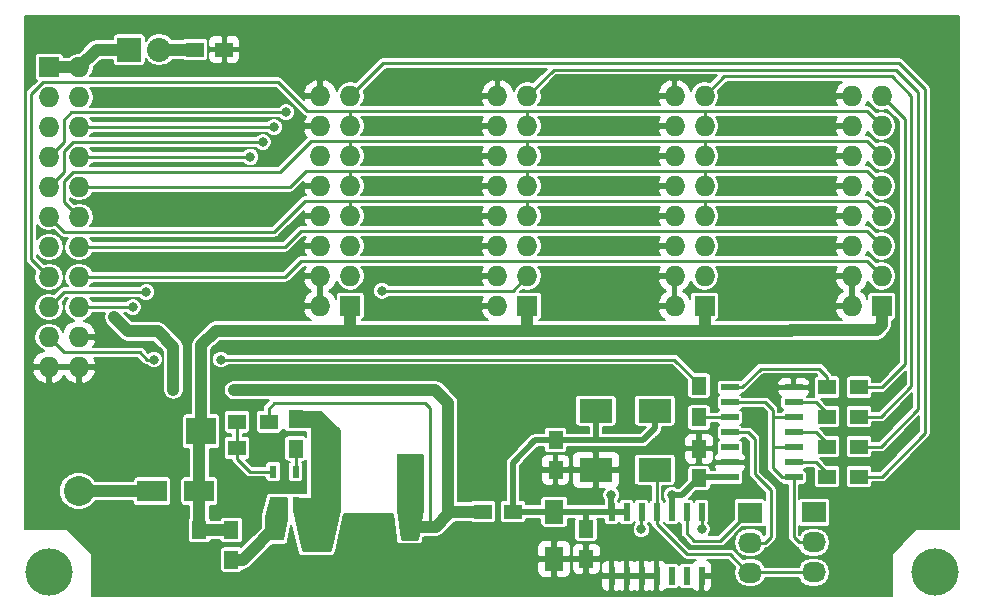
<source format=gbr>
G04 #@! TF.FileFunction,Copper,L1,Top,Signal*
%FSLAX46Y46*%
G04 Gerber Fmt 4.6, Leading zero omitted, Abs format (unit mm)*
G04 Created by KiCad (PCBNEW 4.0.2-stable) date 28.02.2017 09:35:37*
%MOMM*%
G01*
G04 APERTURE LIST*
%ADD10C,0.100000*%
%ADD11C,4.000000*%
%ADD12R,2.032000X2.032000*%
%ADD13O,2.032000X2.032000*%
%ADD14C,0.800000*%
%ADD15R,1.500000X1.250000*%
%ADD16R,1.727200X1.727200*%
%ADD17O,1.727200X1.727200*%
%ADD18R,1.500000X0.600000*%
%ADD19R,2.300000X2.200000*%
%ADD20R,2.540000X2.540000*%
%ADD21C,2.540000*%
%ADD22R,0.600000X1.100000*%
%ADD23R,2.800000X2.000000*%
%ADD24R,2.499360X2.301240*%
%ADD25R,2.499360X1.800860*%
%ADD26R,1.250000X1.500000*%
%ADD27R,1.600000X2.000000*%
%ADD28R,1.500000X1.300000*%
%ADD29R,1.300000X1.500000*%
%ADD30R,2.032000X1.727200*%
%ADD31O,2.032000X1.727200*%
%ADD32R,0.600000X1.500000*%
%ADD33C,1.016000*%
%ADD34C,0.254000*%
%ADD35C,0.508000*%
%ADD36C,0.203200*%
G04 APERTURE END LIST*
D10*
D11*
X102500000Y-97500000D03*
X177500000Y-97500000D03*
D12*
X109300000Y-53300000D03*
D13*
X111840000Y-53300000D03*
D14*
X109664500Y-71183500D03*
X109677200Y-66802000D03*
X130873500Y-98399600D03*
X129362200Y-98399600D03*
D15*
X139262800Y-92405200D03*
X141762800Y-92405200D03*
D14*
X162433000Y-75057000D03*
X147383500Y-75057000D03*
X132334000Y-75057000D03*
X162433000Y-57277000D03*
X162433000Y-59753500D03*
X162433000Y-62357000D03*
X162433000Y-64897000D03*
X162433000Y-67437000D03*
X162433000Y-69977000D03*
X162433000Y-72517000D03*
X147383500Y-57213500D03*
X147383500Y-59690000D03*
X147383500Y-62293500D03*
X147383500Y-64833500D03*
X147383500Y-67373500D03*
X147383500Y-69913500D03*
X147383500Y-72453500D03*
X132334000Y-57213500D03*
X132334000Y-59690000D03*
X132334000Y-62293500D03*
X132334000Y-64833500D03*
X132334000Y-67373500D03*
X132334000Y-69913500D03*
X132334000Y-72453500D03*
X151765000Y-80606900D03*
X154721560Y-86507320D03*
X117348000Y-51371500D03*
X143357600Y-88861900D03*
X145034000Y-80632300D03*
X143316960Y-96393000D03*
X114173000Y-76708000D03*
X130873500Y-96977200D03*
X129362200Y-96964500D03*
X122428000Y-90373200D03*
X171577000Y-78486000D03*
X165735000Y-78486000D03*
X158623000Y-78486000D03*
X151765000Y-78486000D03*
X139050000Y-80650000D03*
X145034000Y-78486000D03*
X139065000Y-78486000D03*
X132334000Y-80645000D03*
X132334000Y-78486000D03*
X125476000Y-80645000D03*
X125476000Y-78486000D03*
X119126000Y-80645000D03*
X119126000Y-78486000D03*
D16*
X158000000Y-75000000D03*
D17*
X155460000Y-75000000D03*
X158000000Y-72460000D03*
X155460000Y-72460000D03*
X158000000Y-69920000D03*
X155460000Y-69920000D03*
X158000000Y-67380000D03*
X155460000Y-67380000D03*
X158000000Y-64840000D03*
X155460000Y-64840000D03*
X158000000Y-62300000D03*
X155460000Y-62300000D03*
X158000000Y-59760000D03*
X155460000Y-59760000D03*
X158000000Y-57220000D03*
X155460000Y-57220000D03*
D18*
X165532380Y-89512880D03*
X165532380Y-88242880D03*
X165532380Y-86972880D03*
X165532380Y-85702880D03*
X165532380Y-84432880D03*
X165532380Y-83162880D03*
X165532380Y-81892880D03*
X160132380Y-81892880D03*
X160132380Y-83162880D03*
X160132380Y-84432880D03*
X160132380Y-85702880D03*
X160132380Y-86972880D03*
X160132380Y-88242880D03*
X160132380Y-89512880D03*
D16*
X128000000Y-75000000D03*
D17*
X125460000Y-75000000D03*
X128000000Y-72460000D03*
X125460000Y-72460000D03*
X128000000Y-69920000D03*
X125460000Y-69920000D03*
X128000000Y-67380000D03*
X125460000Y-67380000D03*
X128000000Y-64840000D03*
X125460000Y-64840000D03*
X128000000Y-62300000D03*
X125460000Y-62300000D03*
X128000000Y-59760000D03*
X125460000Y-59760000D03*
X128000000Y-57220000D03*
X125460000Y-57220000D03*
D16*
X102500000Y-54770000D03*
D17*
X105040000Y-54770000D03*
X102500000Y-57310000D03*
X105040000Y-57310000D03*
X102500000Y-59850000D03*
X105040000Y-59850000D03*
X102500000Y-62390000D03*
X105040000Y-62390000D03*
X102500000Y-64930000D03*
X105040000Y-64930000D03*
X102500000Y-67470000D03*
X105040000Y-67470000D03*
X102500000Y-70010000D03*
X105040000Y-70010000D03*
X102500000Y-72550000D03*
X105040000Y-72550000D03*
X102500000Y-75090000D03*
X105040000Y-75090000D03*
X102500000Y-77630000D03*
X105040000Y-77630000D03*
X102500000Y-80170000D03*
X105040000Y-80170000D03*
D19*
X125956180Y-88590120D03*
X133056180Y-88590120D03*
D20*
X105003600Y-85585300D03*
D21*
X105003600Y-90665300D03*
D16*
X143000000Y-75000000D03*
D17*
X140460000Y-75000000D03*
X143000000Y-72460000D03*
X140460000Y-72460000D03*
X143000000Y-69920000D03*
X140460000Y-69920000D03*
X143000000Y-67380000D03*
X140460000Y-67380000D03*
X143000000Y-64840000D03*
X140460000Y-64840000D03*
X143000000Y-62300000D03*
X140460000Y-62300000D03*
X143000000Y-59760000D03*
X140460000Y-59760000D03*
X143000000Y-57220000D03*
X140460000Y-57220000D03*
D16*
X173000000Y-75000000D03*
D17*
X170460000Y-75000000D03*
X173000000Y-72460000D03*
X170460000Y-72460000D03*
X173000000Y-69920000D03*
X170460000Y-69920000D03*
X173000000Y-67380000D03*
X170460000Y-67380000D03*
X173000000Y-64840000D03*
X170460000Y-64840000D03*
X173000000Y-62300000D03*
X170460000Y-62300000D03*
X173000000Y-59760000D03*
X170460000Y-59760000D03*
X173000000Y-57220000D03*
X170460000Y-57220000D03*
D22*
X123375780Y-89018660D03*
X122425780Y-89018660D03*
X121475780Y-89018660D03*
X121475780Y-91718660D03*
X122425780Y-91718660D03*
X123375780Y-91718660D03*
D23*
X153795100Y-83860000D03*
X153795100Y-88860000D03*
X148795100Y-83860000D03*
X148795100Y-88860000D03*
D24*
X115382040Y-85598000D03*
X111084360Y-85598000D03*
D25*
X125158500Y-94889320D03*
X129156460Y-94889320D03*
X115232180Y-90678000D03*
X111234220Y-90678000D03*
D14*
X163245800Y-81915000D03*
D26*
X145389600Y-88861900D03*
X145389600Y-86361900D03*
X115227100Y-93974600D03*
X115227100Y-96474600D03*
X157530800Y-87078500D03*
X157530800Y-89578500D03*
D27*
X121577100Y-97808800D03*
X121577100Y-93808800D03*
D26*
X123375780Y-84563900D03*
X123375780Y-87063900D03*
D27*
X133019800Y-97821500D03*
X133019800Y-93821500D03*
D15*
X117340700Y-53289200D03*
X114840700Y-53289200D03*
D27*
X145262600Y-96411800D03*
X145262600Y-92411800D03*
D26*
X117944900Y-93965200D03*
X117944900Y-96465200D03*
D28*
X118398300Y-87020400D03*
X121098300Y-87020400D03*
X121098300Y-84785200D03*
X118398300Y-84785200D03*
X171072800Y-89433400D03*
X168372800Y-89433400D03*
X171072800Y-86893400D03*
X168372800Y-86893400D03*
X171072800Y-84353400D03*
X168372800Y-84353400D03*
X171072800Y-81876900D03*
X168372800Y-81876900D03*
D29*
X157530800Y-81733400D03*
X157530800Y-84433400D03*
D30*
X167246300Y-92468700D03*
D31*
X167246300Y-95008700D03*
X167246300Y-97548700D03*
D30*
X161861500Y-92494100D03*
D31*
X161861500Y-95034100D03*
X161861500Y-97574100D03*
D26*
X147967700Y-96398400D03*
X147967700Y-93898400D03*
D32*
X150126700Y-97835700D03*
X151396700Y-97835700D03*
X152666700Y-97835700D03*
X153936700Y-97835700D03*
X155206700Y-97835700D03*
X156476700Y-97835700D03*
X157746700Y-97835700D03*
X157746700Y-92435700D03*
X156476700Y-92435700D03*
X155206700Y-92435700D03*
X153936700Y-92435700D03*
X152666700Y-92435700D03*
X151396700Y-92435700D03*
X150126700Y-92435700D03*
D14*
X118135400Y-82118200D03*
X113030000Y-82105500D03*
X108013500Y-75961240D03*
X130657600Y-73710800D03*
X121577100Y-59850000D03*
X122555000Y-58597800D03*
X119550180Y-62382400D03*
X120586500Y-61125100D03*
X110744000Y-73825100D03*
X109593380Y-75090000D03*
X111353600Y-79527400D03*
X117043200Y-79527400D03*
X150101300Y-90982800D03*
X155219400Y-90982800D03*
X152654000Y-93916500D03*
X157759400Y-93903800D03*
D33*
X115227100Y-93974600D02*
X117935500Y-93974600D01*
X115232180Y-90678000D02*
X115232180Y-85747860D01*
X115232180Y-85747860D02*
X115382040Y-85598000D01*
X115227100Y-93974600D02*
X115227100Y-90683080D01*
X115227100Y-90683080D02*
X115232180Y-90678000D01*
X115382040Y-90528140D02*
X115232180Y-90678000D01*
X115382040Y-78318360D02*
X116627400Y-77073000D01*
X116627400Y-77073000D02*
X118882000Y-77073000D01*
X115382040Y-85598000D02*
X115382040Y-78318360D01*
X120269000Y-77073000D02*
X118882000Y-77073000D01*
X128016000Y-77073000D02*
X135382000Y-77073000D01*
X128016000Y-77073000D02*
X128000000Y-77057000D01*
X120269000Y-77073000D02*
X128016000Y-77073000D01*
X128000000Y-77057000D02*
X128000000Y-75000000D01*
X136769000Y-77073000D02*
X143002000Y-77073000D01*
X143002000Y-77073000D02*
X150368000Y-77073000D01*
X143000000Y-75000000D02*
X143000000Y-76625600D01*
X143000000Y-76625600D02*
X143002000Y-76627600D01*
X143002000Y-76627600D02*
X143002000Y-77073000D01*
X135382000Y-77073000D02*
X136769000Y-77073000D01*
X150368000Y-77073000D02*
X158000700Y-77073000D01*
X158000000Y-76625600D02*
X158000700Y-76626300D01*
X158000700Y-77073000D02*
X165338000Y-77073000D01*
X158000000Y-75000000D02*
X158000000Y-76625600D01*
X158000700Y-76626300D02*
X158000700Y-77073000D01*
X165338000Y-77073000D02*
X165354000Y-77057000D01*
X165354000Y-77057000D02*
X172568600Y-77057000D01*
X172568600Y-77057000D02*
X173000000Y-76625600D01*
X173000000Y-76625600D02*
X173000000Y-75000000D01*
X117944900Y-96465200D02*
X118920700Y-96465200D01*
X118920700Y-96465200D02*
X119428700Y-95957200D01*
X119428700Y-95957200D02*
X121577100Y-93808800D01*
D34*
X123375780Y-86868660D02*
X123375780Y-89018660D01*
D33*
X136298940Y-92600780D02*
X136494520Y-92405200D01*
X136494520Y-92405200D02*
X139262800Y-92405200D01*
X136298940Y-89611200D02*
X136298940Y-87122000D01*
X136298940Y-92600780D02*
X136298940Y-89611200D01*
X136298940Y-87122000D02*
X136309740Y-87111200D01*
X136298940Y-87122000D02*
X136298940Y-83212940D01*
X133024880Y-93668720D02*
X135231000Y-93668720D01*
X135231000Y-93668720D02*
X136298940Y-92600780D01*
X136298940Y-83212940D02*
X135204200Y-82118200D01*
X135204200Y-82118200D02*
X134124700Y-82118200D01*
X134124700Y-82118200D02*
X118135400Y-82118200D01*
D34*
X134790180Y-93212920D02*
X134790180Y-83667600D01*
X121098300Y-84785200D02*
X121098300Y-83676500D01*
X121098300Y-83676500D02*
X121577100Y-83197700D01*
X121577100Y-83197700D02*
X134320280Y-83197700D01*
X134320280Y-83197700D02*
X134790180Y-83667600D01*
X133024880Y-93668720D02*
X134334380Y-93668720D01*
X134334380Y-93668720D02*
X134790180Y-93212920D01*
D33*
X113030000Y-82105500D02*
X113030000Y-78475840D01*
X113030000Y-78475840D02*
X111696500Y-77142340D01*
X111696500Y-77142340D02*
X109194600Y-77142340D01*
X109194600Y-77142340D02*
X108013500Y-75961240D01*
X111884460Y-53291740D02*
X114821460Y-53291740D01*
X114821460Y-53291740D02*
X114824000Y-53289200D01*
X133025780Y-93667820D02*
X133024880Y-93668720D01*
X105003600Y-90665300D02*
X111221520Y-90665300D01*
X111221520Y-90665300D02*
X111234220Y-90678000D01*
X109344460Y-53291740D02*
X106518260Y-53291740D01*
X106518260Y-53291740D02*
X105040000Y-54770000D01*
X102500000Y-54770000D02*
X105040000Y-54770000D01*
D34*
X120000000Y-59850000D02*
X121577100Y-59850000D01*
X130657600Y-73710800D02*
X141749200Y-73710800D01*
X141749200Y-73710800D02*
X143000000Y-72460000D01*
X105040000Y-59850000D02*
X120000000Y-59850000D01*
X102500000Y-62390000D02*
X103771700Y-61118300D01*
X103771700Y-61118300D02*
X103771700Y-59220100D01*
X103771700Y-59220100D02*
X104394000Y-58597800D01*
X104394000Y-58597800D02*
X120000000Y-58597800D01*
X120000000Y-58597800D02*
X122555000Y-58597800D01*
X105040000Y-62390000D02*
X119542580Y-62390000D01*
X119542580Y-62390000D02*
X119550180Y-62382400D01*
X102500000Y-64930000D02*
X103771700Y-63658300D01*
X103771700Y-63658300D02*
X103771700Y-61896210D01*
X103771700Y-61896210D02*
X104542810Y-61125100D01*
X104542810Y-61125100D02*
X118681500Y-61125100D01*
X118681500Y-61125100D02*
X120586500Y-61125100D01*
X128041400Y-63577286D02*
X124230314Y-63577286D01*
X124230314Y-63577286D02*
X122877600Y-64930000D01*
X122877600Y-64930000D02*
X106261314Y-64930000D01*
X106261314Y-64930000D02*
X105040000Y-64930000D01*
X159263800Y-63576200D02*
X157962600Y-63576200D01*
X157962600Y-63576200D02*
X143002000Y-63576200D01*
X158000000Y-64840000D02*
X158000000Y-63613600D01*
X158000000Y-63613600D02*
X157962600Y-63576200D01*
X143002000Y-63576200D02*
X128041400Y-63576200D01*
X143000000Y-64840000D02*
X143000000Y-63618686D01*
X143000000Y-63618686D02*
X143002000Y-63616686D01*
X143002000Y-63616686D02*
X143002000Y-63576200D01*
X128000000Y-64840000D02*
X128000000Y-63618686D01*
X128000000Y-63618686D02*
X128041400Y-63577286D01*
X128041400Y-63577286D02*
X128041400Y-63576200D01*
X171736200Y-63576200D02*
X159263800Y-63576200D01*
X173000000Y-64840000D02*
X171736200Y-63576200D01*
X102500000Y-67470000D02*
X103775100Y-68745100D01*
X103775100Y-68745100D02*
X121577100Y-68745100D01*
X121577100Y-68745100D02*
X124206000Y-66116200D01*
X124206000Y-66116200D02*
X127584200Y-66116200D01*
X127584200Y-66116200D02*
X127990600Y-66116200D01*
X159263800Y-66116200D02*
X157962600Y-66116200D01*
X157962600Y-66116200D02*
X143002000Y-66116200D01*
X158000000Y-67380000D02*
X158000000Y-66158686D01*
X158000000Y-66158686D02*
X157962600Y-66121286D01*
X157962600Y-66121286D02*
X157962600Y-66116200D01*
X143002000Y-66116200D02*
X127990600Y-66116200D01*
X143000000Y-67380000D02*
X143000000Y-66158686D01*
X143000000Y-66158686D02*
X143002000Y-66156686D01*
X143002000Y-66156686D02*
X143002000Y-66116200D01*
X128000000Y-67380000D02*
X128000000Y-66158686D01*
X128000000Y-66158686D02*
X127990600Y-66149286D01*
X127990600Y-66149286D02*
X127990600Y-66116200D01*
X171736200Y-66116200D02*
X159263800Y-66116200D01*
X173000000Y-67380000D02*
X171736200Y-66116200D01*
X127957514Y-61036200D02*
X124688600Y-61036200D01*
X122059700Y-63665100D02*
X124688600Y-61036200D01*
X105040000Y-67470000D02*
X103771700Y-66201700D01*
X103771700Y-66201700D02*
X103771700Y-64436210D01*
X103771700Y-64436210D02*
X104542810Y-63665100D01*
X104542810Y-63665100D02*
X122059700Y-63665100D01*
X159263800Y-61036200D02*
X158013400Y-61036200D01*
X158013400Y-61036200D02*
X154076400Y-61036200D01*
X158000000Y-62300000D02*
X158000000Y-61078686D01*
X158000000Y-61078686D02*
X158013400Y-61065286D01*
X158013400Y-61065286D02*
X158013400Y-61036200D01*
X154076400Y-61036200D02*
X143002000Y-61036200D01*
X143002000Y-61036200D02*
X127939800Y-61036200D01*
X143000000Y-62300000D02*
X143000000Y-61078686D01*
X143000000Y-61078686D02*
X143002000Y-61076686D01*
X143002000Y-61076686D02*
X143002000Y-61036200D01*
X128000000Y-62300000D02*
X128000000Y-61078686D01*
X128000000Y-61078686D02*
X127957514Y-61036200D01*
X127957514Y-61036200D02*
X127939800Y-61036200D01*
X173000000Y-62300000D02*
X171736200Y-61036200D01*
X171736200Y-61036200D02*
X159263800Y-61036200D01*
X105040000Y-70010000D02*
X122471200Y-70010000D01*
X122471200Y-70010000D02*
X123825000Y-68656200D01*
X123825000Y-68656200D02*
X171736200Y-68656200D01*
X171736200Y-68656200D02*
X173000000Y-69920000D01*
X142951200Y-58496200D02*
X128000760Y-58496200D01*
X128000000Y-59760000D02*
X128000000Y-58538686D01*
X128000760Y-58496200D02*
X124358400Y-58496200D01*
X128000000Y-58538686D02*
X128000760Y-58537926D01*
X128000760Y-58537926D02*
X128000760Y-58496200D01*
X124358400Y-58496200D02*
X121907300Y-56045100D01*
X121907300Y-56045100D02*
X102002810Y-56045100D01*
X102002810Y-56045100D02*
X100990400Y-57057510D01*
X100990400Y-57057510D02*
X100990400Y-71043800D01*
X100990400Y-71043800D02*
X101633001Y-71686401D01*
X101633001Y-71686401D02*
X101636401Y-71686401D01*
X101636401Y-71686401D02*
X102500000Y-72550000D01*
X159263800Y-58496200D02*
X158038800Y-58496200D01*
X158038800Y-58496200D02*
X142951200Y-58496200D01*
X158000000Y-59760000D02*
X158000000Y-58538686D01*
X158000000Y-58538686D02*
X158038800Y-58499886D01*
X158038800Y-58499886D02*
X158038800Y-58496200D01*
X143000000Y-59760000D02*
X143000000Y-58538686D01*
X143000000Y-58538686D02*
X142957514Y-58496200D01*
X142957514Y-58496200D02*
X142951200Y-58496200D01*
X173000000Y-59760000D02*
X171736200Y-58496200D01*
X171736200Y-58496200D02*
X159263800Y-58496200D01*
X105040000Y-72550000D02*
X122496600Y-72550000D01*
X122496600Y-72550000D02*
X123850400Y-71196200D01*
X171736200Y-71196200D02*
X173000000Y-72460000D01*
X123850400Y-71196200D02*
X171736200Y-71196200D01*
X103764900Y-73825100D02*
X110744000Y-73825100D01*
X102500000Y-75090000D02*
X103764900Y-73825100D01*
X106261314Y-75090000D02*
X109593380Y-75090000D01*
X105040000Y-75090000D02*
X106261314Y-75090000D01*
X117043200Y-79527400D02*
X155424800Y-79527400D01*
X155424800Y-79527400D02*
X157530800Y-81633400D01*
X157530800Y-81633400D02*
X157530800Y-81733400D01*
X157657800Y-81633400D02*
X157657800Y-81733400D01*
X111353600Y-79527400D02*
X110787915Y-79527400D01*
X110178315Y-78917800D02*
X103787800Y-78917800D01*
X110787915Y-79527400D02*
X110178315Y-78917800D01*
X103787800Y-78917800D02*
X102500000Y-77630000D01*
X128000000Y-57220000D02*
X130800500Y-54419500D01*
X130800500Y-54419500D02*
X174434500Y-54419500D01*
X174434500Y-54419500D02*
X176657000Y-56642000D01*
X176657000Y-85788500D02*
X173012100Y-89433400D01*
X176657000Y-56642000D02*
X176657000Y-85788500D01*
X173012100Y-89433400D02*
X171072800Y-89433400D01*
X143000000Y-57220000D02*
X145229000Y-54991000D01*
X172948600Y-86893400D02*
X171072800Y-86893400D01*
X145229000Y-54991000D02*
X174180500Y-54991000D01*
X174180500Y-54991000D02*
X176085500Y-56896000D01*
X176085500Y-56896000D02*
X176085500Y-83756500D01*
X176085500Y-83756500D02*
X172948600Y-86893400D01*
X158000000Y-57220000D02*
X159657500Y-55562500D01*
X159657500Y-55562500D02*
X173863000Y-55562500D01*
X175514000Y-57213500D02*
X175514000Y-81788000D01*
X173863000Y-55562500D02*
X175514000Y-57213500D01*
X175514000Y-81788000D02*
X172948600Y-84353400D01*
X172948600Y-84353400D02*
X171072800Y-84353400D01*
X173000000Y-57220000D02*
X174942500Y-59162500D01*
X174942500Y-59162500D02*
X174942500Y-79946500D01*
X174942500Y-79946500D02*
X173012100Y-81876900D01*
X173012100Y-81876900D02*
X171072800Y-81876900D01*
X121475780Y-89018660D02*
X119492560Y-89018660D01*
X119492560Y-89018660D02*
X118398300Y-87924400D01*
X118398300Y-87924400D02*
X118398300Y-87020400D01*
X118398300Y-87020400D02*
X118398300Y-84785200D01*
X121475780Y-89018660D02*
X121475780Y-88768660D01*
X165532380Y-88242880D02*
X167437780Y-88242880D01*
X167437780Y-88242880D02*
X168328300Y-89133400D01*
X168328300Y-89133400D02*
X168328300Y-89433400D01*
X165532380Y-85702880D02*
X167437780Y-85702880D01*
X167437780Y-85702880D02*
X168328300Y-86593400D01*
X168328300Y-86593400D02*
X168328300Y-86893400D01*
X165532380Y-83162880D02*
X167440280Y-83162880D01*
X167440280Y-83162880D02*
X168330800Y-84053400D01*
X168330800Y-84053400D02*
X168330800Y-84353400D01*
X168328300Y-81876900D02*
X168328300Y-80972900D01*
X168328300Y-80972900D02*
X167644800Y-80289400D01*
X167644800Y-80289400D02*
X162739860Y-80289400D01*
X160132380Y-81892880D02*
X161136380Y-81892880D01*
X161136380Y-81892880D02*
X162739860Y-80289400D01*
X160132380Y-84432880D02*
X157531320Y-84432880D01*
X157531320Y-84432880D02*
X157530800Y-84433400D01*
X157658320Y-84432880D02*
X157657800Y-84433400D01*
D35*
X145389600Y-86361900D02*
X148800000Y-86361900D01*
X148795100Y-83860000D02*
X148795100Y-85368000D01*
X148800000Y-86361900D02*
X152801200Y-86361900D01*
X148795100Y-85368000D02*
X148800000Y-85372900D01*
X148800000Y-85372900D02*
X148800000Y-86361900D01*
X152801200Y-86361900D02*
X153795100Y-85368000D01*
X153795100Y-85368000D02*
X153795100Y-83860000D01*
X145389600Y-86361900D02*
X143660500Y-86361900D01*
X143660500Y-86361900D02*
X141762800Y-88259600D01*
X141762800Y-88259600D02*
X141762800Y-92405200D01*
X150101300Y-90982800D02*
X150101300Y-92410300D01*
X150101300Y-92410300D02*
X150126700Y-92435700D01*
X155219400Y-90982800D02*
X156126500Y-90982800D01*
X156126500Y-90982800D02*
X157530800Y-89578500D01*
X155219400Y-90982800D02*
X155219400Y-92423000D01*
X155219400Y-92423000D02*
X155206700Y-92435700D01*
X145262600Y-92411800D02*
X141769400Y-92411800D01*
X141769400Y-92411800D02*
X141762800Y-92405200D01*
X145262600Y-92411800D02*
X147967700Y-92411800D01*
X147967700Y-92411800D02*
X150102800Y-92411800D01*
X147967700Y-93898400D02*
X147967700Y-92411800D01*
X150102800Y-92411800D02*
X150126700Y-92435700D01*
X151396700Y-92435700D02*
X150126700Y-92435700D01*
X160132380Y-89512880D02*
X157596420Y-89512880D01*
X157596420Y-89512880D02*
X157530800Y-89578500D01*
D34*
X157086300Y-94856300D02*
X159346900Y-94856300D01*
X159346900Y-94856300D02*
X161709100Y-92494100D01*
X161709100Y-92494100D02*
X161861500Y-92494100D01*
X156476700Y-94246700D02*
X157086300Y-94856300D01*
X156476700Y-92435700D02*
X156476700Y-94246700D01*
X167246300Y-95008700D02*
X165976300Y-95008700D01*
X165976300Y-95008700D02*
X165532380Y-94564780D01*
X165532380Y-94564780D02*
X165532380Y-90066880D01*
X165532380Y-90066880D02*
X165532380Y-89512880D01*
X163753800Y-84404200D02*
X163753800Y-83794600D01*
X163753800Y-86995000D02*
X163753800Y-84404200D01*
X163753800Y-84404200D02*
X163782480Y-84432880D01*
X163782480Y-84432880D02*
X165532380Y-84432880D01*
X163753800Y-83794600D02*
X163122080Y-83162880D01*
X163122080Y-83162880D02*
X160132380Y-83162880D01*
X163753800Y-86995000D02*
X163775920Y-86972880D01*
X163775920Y-86972880D02*
X165532380Y-86972880D01*
X163753800Y-88738300D02*
X163753800Y-86995000D01*
X165532380Y-89512880D02*
X164528380Y-89512880D01*
X164528380Y-89512880D02*
X163753800Y-88738300D01*
X156509000Y-96012000D02*
X160147000Y-96012000D01*
X160147000Y-96012000D02*
X161709100Y-97574100D01*
X161709100Y-97574100D02*
X161861500Y-97574100D01*
X153936700Y-92435700D02*
X153936700Y-93439700D01*
X153936700Y-93439700D02*
X156509000Y-96012000D01*
X167246300Y-97548700D02*
X161886900Y-97548700D01*
X161886900Y-97548700D02*
X161861500Y-97574100D01*
X153936700Y-92435700D02*
X153936700Y-89001600D01*
X153936700Y-89001600D02*
X153795100Y-88860000D01*
X162242500Y-86283800D02*
X161661580Y-85702880D01*
X161661580Y-85702880D02*
X160132380Y-85702880D01*
X162242500Y-89230200D02*
X162242500Y-86283800D01*
X163626800Y-90614500D02*
X162242500Y-89230200D01*
X163626800Y-94538800D02*
X163626800Y-90614500D01*
X161861500Y-95034100D02*
X163131500Y-95034100D01*
X163131500Y-95034100D02*
X163626800Y-94538800D01*
X152654000Y-93916500D02*
X152654000Y-92448400D01*
X152654000Y-92448400D02*
X152666700Y-92435700D01*
X157746700Y-92435700D02*
X157746700Y-93891100D01*
X157746700Y-93891100D02*
X157759400Y-93903800D01*
D36*
G36*
X179569400Y-93898400D02*
X175918142Y-93898400D01*
X175877953Y-93906687D01*
X175844815Y-93929674D01*
X173926673Y-95929674D01*
X173906405Y-95960472D01*
X173898400Y-96000000D01*
X173898400Y-99569400D01*
X106101600Y-99569400D01*
X106101600Y-98140500D01*
X149217100Y-98140500D01*
X149217100Y-98706957D01*
X149309906Y-98931011D01*
X149481389Y-99102494D01*
X149705443Y-99195300D01*
X149824300Y-99195300D01*
X149976700Y-99042900D01*
X149976700Y-97988100D01*
X150276700Y-97988100D01*
X150276700Y-99042900D01*
X150429100Y-99195300D01*
X150547957Y-99195300D01*
X150761700Y-99106765D01*
X150975443Y-99195300D01*
X151094300Y-99195300D01*
X151246700Y-99042900D01*
X151246700Y-97988100D01*
X151546700Y-97988100D01*
X151546700Y-99042900D01*
X151699100Y-99195300D01*
X151817957Y-99195300D01*
X152031700Y-99106765D01*
X152245443Y-99195300D01*
X152364300Y-99195300D01*
X152516700Y-99042900D01*
X152516700Y-97988100D01*
X152816700Y-97988100D01*
X152816700Y-99042900D01*
X152969100Y-99195300D01*
X153087957Y-99195300D01*
X153301700Y-99106765D01*
X153515443Y-99195300D01*
X153634300Y-99195300D01*
X153786700Y-99042900D01*
X153786700Y-97988100D01*
X152816700Y-97988100D01*
X152516700Y-97988100D01*
X151546700Y-97988100D01*
X151246700Y-97988100D01*
X150276700Y-97988100D01*
X149976700Y-97988100D01*
X149369500Y-97988100D01*
X149217100Y-98140500D01*
X106101600Y-98140500D01*
X106101600Y-96000000D01*
X106094132Y-95961769D01*
X106071842Y-95928158D01*
X105858884Y-95715200D01*
X116957334Y-95715200D01*
X116957334Y-97215200D01*
X116982130Y-97346977D01*
X117060010Y-97468007D01*
X117178842Y-97549201D01*
X117319900Y-97577766D01*
X118569900Y-97577766D01*
X118701677Y-97552970D01*
X118822707Y-97475090D01*
X118903901Y-97356258D01*
X118909461Y-97328800D01*
X118920700Y-97328800D01*
X119251185Y-97263062D01*
X119531357Y-97075857D01*
X119890614Y-96716600D01*
X143853000Y-96716600D01*
X143853000Y-97533057D01*
X143945806Y-97757111D01*
X144117289Y-97928594D01*
X144341343Y-98021400D01*
X144957800Y-98021400D01*
X145110200Y-97869000D01*
X145110200Y-96564200D01*
X145415000Y-96564200D01*
X145415000Y-97869000D01*
X145567400Y-98021400D01*
X146183857Y-98021400D01*
X146407911Y-97928594D01*
X146579394Y-97757111D01*
X146672200Y-97533057D01*
X146672200Y-96716600D01*
X146658800Y-96703200D01*
X146733100Y-96703200D01*
X146733100Y-97269657D01*
X146825906Y-97493711D01*
X146997389Y-97665194D01*
X147221443Y-97758000D01*
X147662900Y-97758000D01*
X147815300Y-97605600D01*
X147815300Y-96550800D01*
X148120100Y-96550800D01*
X148120100Y-97605600D01*
X148272500Y-97758000D01*
X148713957Y-97758000D01*
X148938011Y-97665194D01*
X149109494Y-97493711D01*
X149202300Y-97269657D01*
X149202300Y-96964443D01*
X149217100Y-96964443D01*
X149217100Y-97530900D01*
X149369500Y-97683300D01*
X149976700Y-97683300D01*
X149976700Y-96628500D01*
X150276700Y-96628500D01*
X150276700Y-97683300D01*
X151246700Y-97683300D01*
X151246700Y-96628500D01*
X151546700Y-96628500D01*
X151546700Y-97683300D01*
X152516700Y-97683300D01*
X152516700Y-96628500D01*
X152816700Y-96628500D01*
X152816700Y-97683300D01*
X153786700Y-97683300D01*
X153786700Y-96628500D01*
X153634300Y-96476100D01*
X153515443Y-96476100D01*
X153301700Y-96564635D01*
X153087957Y-96476100D01*
X152969100Y-96476100D01*
X152816700Y-96628500D01*
X152516700Y-96628500D01*
X152364300Y-96476100D01*
X152245443Y-96476100D01*
X152031700Y-96564635D01*
X151817957Y-96476100D01*
X151699100Y-96476100D01*
X151546700Y-96628500D01*
X151246700Y-96628500D01*
X151094300Y-96476100D01*
X150975443Y-96476100D01*
X150761700Y-96564635D01*
X150547957Y-96476100D01*
X150429100Y-96476100D01*
X150276700Y-96628500D01*
X149976700Y-96628500D01*
X149824300Y-96476100D01*
X149705443Y-96476100D01*
X149481389Y-96568906D01*
X149309906Y-96740389D01*
X149217100Y-96964443D01*
X149202300Y-96964443D01*
X149202300Y-96703200D01*
X149049900Y-96550800D01*
X148120100Y-96550800D01*
X147815300Y-96550800D01*
X146885500Y-96550800D01*
X146733100Y-96703200D01*
X146658800Y-96703200D01*
X146519800Y-96564200D01*
X145415000Y-96564200D01*
X145110200Y-96564200D01*
X144005400Y-96564200D01*
X143853000Y-96716600D01*
X119890614Y-96716600D01*
X120039357Y-96567858D01*
X120039359Y-96567855D01*
X121395315Y-95211900D01*
X122389900Y-95211900D01*
X122587139Y-95152185D01*
X122686715Y-95052137D01*
X122739522Y-94921230D01*
X123003444Y-93500113D01*
X123560084Y-95872257D01*
X123562666Y-95876972D01*
X123571050Y-95921527D01*
X123648930Y-96042557D01*
X123767762Y-96123751D01*
X123908820Y-96152316D01*
X126408180Y-96152316D01*
X126539957Y-96127520D01*
X126593135Y-96093301D01*
X126597472Y-96092051D01*
X126602455Y-96087304D01*
X126660987Y-96049640D01*
X126696401Y-95997810D01*
X126699677Y-95994689D01*
X126701677Y-95990088D01*
X126742181Y-95930808D01*
X126755034Y-95867340D01*
X126755949Y-95865234D01*
X126878588Y-95290543D01*
X143853000Y-95290543D01*
X143853000Y-96107000D01*
X144005400Y-96259400D01*
X145110200Y-96259400D01*
X145110200Y-94954600D01*
X145415000Y-94954600D01*
X145415000Y-96259400D01*
X146519800Y-96259400D01*
X146672200Y-96107000D01*
X146672200Y-95527143D01*
X146733100Y-95527143D01*
X146733100Y-96093600D01*
X146885500Y-96246000D01*
X147815300Y-96246000D01*
X147815300Y-95191200D01*
X148120100Y-95191200D01*
X148120100Y-96246000D01*
X149049900Y-96246000D01*
X149202300Y-96093600D01*
X149202300Y-95527143D01*
X149109494Y-95303089D01*
X148938011Y-95131606D01*
X148713957Y-95038800D01*
X148272500Y-95038800D01*
X148120100Y-95191200D01*
X147815300Y-95191200D01*
X147662900Y-95038800D01*
X147221443Y-95038800D01*
X146997389Y-95131606D01*
X146825906Y-95303089D01*
X146733100Y-95527143D01*
X146672200Y-95527143D01*
X146672200Y-95290543D01*
X146579394Y-95066489D01*
X146407911Y-94895006D01*
X146183857Y-94802200D01*
X145567400Y-94802200D01*
X145415000Y-94954600D01*
X145110200Y-94954600D01*
X144957800Y-94802200D01*
X144341343Y-94802200D01*
X144117289Y-94895006D01*
X143945806Y-95066489D01*
X143853000Y-95290543D01*
X126878588Y-95290543D01*
X127454756Y-92590620D01*
X131577327Y-92590620D01*
X131857234Y-94609950D01*
X131857234Y-94821500D01*
X131882030Y-94953277D01*
X131959910Y-95074307D01*
X132078742Y-95155501D01*
X132219800Y-95184066D01*
X133819800Y-95184066D01*
X133951577Y-95159270D01*
X134072607Y-95081390D01*
X134153801Y-94962558D01*
X134182366Y-94821500D01*
X134182366Y-94656217D01*
X134203220Y-94532320D01*
X135231000Y-94532320D01*
X135561485Y-94466582D01*
X135841657Y-94279377D01*
X136852235Y-93268800D01*
X138243768Y-93268800D01*
X138252910Y-93283007D01*
X138371742Y-93364201D01*
X138512800Y-93392766D01*
X140012800Y-93392766D01*
X140144577Y-93367970D01*
X140265607Y-93290090D01*
X140346801Y-93171258D01*
X140375366Y-93030200D01*
X140375366Y-91780200D01*
X140650234Y-91780200D01*
X140650234Y-93030200D01*
X140675030Y-93161977D01*
X140752910Y-93283007D01*
X140871742Y-93364201D01*
X141012800Y-93392766D01*
X142512800Y-93392766D01*
X142644577Y-93367970D01*
X142765607Y-93290090D01*
X142846801Y-93171258D01*
X142875366Y-93030200D01*
X142875366Y-93021400D01*
X144100034Y-93021400D01*
X144100034Y-93411800D01*
X144124830Y-93543577D01*
X144202710Y-93664607D01*
X144321542Y-93745801D01*
X144462600Y-93774366D01*
X146062600Y-93774366D01*
X146194377Y-93749570D01*
X146315407Y-93671690D01*
X146396601Y-93552858D01*
X146425166Y-93411800D01*
X146425166Y-93021400D01*
X147005852Y-93021400D01*
X146980134Y-93148400D01*
X146980134Y-94648400D01*
X147004930Y-94780177D01*
X147082810Y-94901207D01*
X147201642Y-94982401D01*
X147342700Y-95010966D01*
X148592700Y-95010966D01*
X148724477Y-94986170D01*
X148845507Y-94908290D01*
X148926701Y-94789458D01*
X148955266Y-94648400D01*
X148955266Y-93148400D01*
X148931369Y-93021400D01*
X149464134Y-93021400D01*
X149464134Y-93185700D01*
X149488930Y-93317477D01*
X149566810Y-93438507D01*
X149685642Y-93519701D01*
X149826700Y-93548266D01*
X150426700Y-93548266D01*
X150558477Y-93523470D01*
X150679507Y-93445590D01*
X150760701Y-93326758D01*
X150761707Y-93321792D01*
X150836810Y-93438507D01*
X150955642Y-93519701D01*
X151096700Y-93548266D01*
X151696700Y-93548266D01*
X151828477Y-93523470D01*
X151949507Y-93445590D01*
X152030701Y-93326758D01*
X152031707Y-93321792D01*
X152089798Y-93412069D01*
X152013807Y-93487928D01*
X151898532Y-93765543D01*
X151898269Y-94066139D01*
X152013060Y-94343954D01*
X152225428Y-94556693D01*
X152503043Y-94671968D01*
X152803639Y-94672231D01*
X153081454Y-94557440D01*
X153294193Y-94345072D01*
X153409468Y-94067457D01*
X153409731Y-93766861D01*
X153294940Y-93489046D01*
X153232531Y-93426528D01*
X153300701Y-93326758D01*
X153301707Y-93321792D01*
X153376810Y-93438507D01*
X153465982Y-93499435D01*
X153490836Y-93624383D01*
X153595450Y-93780950D01*
X156167748Y-96353247D01*
X156167750Y-96353250D01*
X156308829Y-96447515D01*
X156324317Y-96457864D01*
X156509000Y-96494601D01*
X156509005Y-96494600D01*
X157280780Y-96494600D01*
X157101389Y-96568906D01*
X156929906Y-96740389D01*
X156923575Y-96755674D01*
X156917758Y-96751699D01*
X156776700Y-96723134D01*
X156176700Y-96723134D01*
X156044923Y-96747930D01*
X155923893Y-96825810D01*
X155842699Y-96944642D01*
X155841693Y-96949608D01*
X155766590Y-96832893D01*
X155647758Y-96751699D01*
X155506700Y-96723134D01*
X154906700Y-96723134D01*
X154774923Y-96747930D01*
X154760470Y-96757230D01*
X154753494Y-96740389D01*
X154582011Y-96568906D01*
X154357957Y-96476100D01*
X154239100Y-96476100D01*
X154086700Y-96628500D01*
X154086700Y-97683300D01*
X154109100Y-97683300D01*
X154109100Y-97988100D01*
X154086700Y-97988100D01*
X154086700Y-99042900D01*
X154239100Y-99195300D01*
X154357957Y-99195300D01*
X154582011Y-99102494D01*
X154753494Y-98931011D01*
X154759825Y-98915726D01*
X154765642Y-98919701D01*
X154906700Y-98948266D01*
X155506700Y-98948266D01*
X155638477Y-98923470D01*
X155759507Y-98845590D01*
X155840701Y-98726758D01*
X155841707Y-98721792D01*
X155916810Y-98838507D01*
X156035642Y-98919701D01*
X156176700Y-98948266D01*
X156776700Y-98948266D01*
X156908477Y-98923470D01*
X156922930Y-98914170D01*
X156929906Y-98931011D01*
X157101389Y-99102494D01*
X157325443Y-99195300D01*
X157444300Y-99195300D01*
X157596700Y-99042900D01*
X157596700Y-97988100D01*
X157896700Y-97988100D01*
X157896700Y-99042900D01*
X158049100Y-99195300D01*
X158167957Y-99195300D01*
X158392011Y-99102494D01*
X158563494Y-98931011D01*
X158656300Y-98706957D01*
X158656300Y-98140500D01*
X158503900Y-97988100D01*
X157896700Y-97988100D01*
X157596700Y-97988100D01*
X157574300Y-97988100D01*
X157574300Y-97683300D01*
X157596700Y-97683300D01*
X157596700Y-97663300D01*
X157896700Y-97663300D01*
X157896700Y-97683300D01*
X158503900Y-97683300D01*
X158656300Y-97530900D01*
X158656300Y-96964443D01*
X158563494Y-96740389D01*
X158392011Y-96568906D01*
X158212620Y-96494600D01*
X159947100Y-96494600D01*
X160557516Y-97105016D01*
X160555835Y-97107532D01*
X160463029Y-97574100D01*
X160555835Y-98040668D01*
X160820124Y-98436205D01*
X161215661Y-98700494D01*
X161682229Y-98793300D01*
X162040771Y-98793300D01*
X162507339Y-98700494D01*
X162902876Y-98436205D01*
X163167165Y-98040668D01*
X163169028Y-98031300D01*
X165951347Y-98031300D01*
X166204924Y-98410805D01*
X166600461Y-98675094D01*
X167067029Y-98767900D01*
X167425571Y-98767900D01*
X167892139Y-98675094D01*
X168287676Y-98410805D01*
X168551965Y-98015268D01*
X168644771Y-97548700D01*
X168551965Y-97082132D01*
X168287676Y-96686595D01*
X167892139Y-96422306D01*
X167425571Y-96329500D01*
X167067029Y-96329500D01*
X166600461Y-96422306D01*
X166204924Y-96686595D01*
X165951347Y-97066100D01*
X163139481Y-97066100D01*
X162902876Y-96711995D01*
X162507339Y-96447706D01*
X162040771Y-96354900D01*
X161682229Y-96354900D01*
X161256986Y-96439486D01*
X160488250Y-95670750D01*
X160331683Y-95566136D01*
X160147000Y-95529400D01*
X156708899Y-95529400D01*
X154544542Y-93365043D01*
X154570701Y-93326758D01*
X154571707Y-93321792D01*
X154646810Y-93438507D01*
X154765642Y-93519701D01*
X154906700Y-93548266D01*
X155506700Y-93548266D01*
X155638477Y-93523470D01*
X155759507Y-93445590D01*
X155840701Y-93326758D01*
X155841707Y-93321792D01*
X155916810Y-93438507D01*
X155994100Y-93491317D01*
X155994100Y-94246700D01*
X156030836Y-94431383D01*
X156135450Y-94587950D01*
X156745048Y-95197547D01*
X156745050Y-95197550D01*
X156776828Y-95218783D01*
X156901617Y-95302164D01*
X157086300Y-95338901D01*
X157086305Y-95338900D01*
X159346900Y-95338900D01*
X159531583Y-95302164D01*
X159688150Y-95197550D01*
X161165434Y-93720266D01*
X162877500Y-93720266D01*
X163009277Y-93695470D01*
X163130307Y-93617590D01*
X163144200Y-93597257D01*
X163144200Y-94338900D01*
X163066389Y-94416711D01*
X162902876Y-94171995D01*
X162507339Y-93907706D01*
X162040771Y-93814900D01*
X161682229Y-93814900D01*
X161215661Y-93907706D01*
X160820124Y-94171995D01*
X160555835Y-94567532D01*
X160463029Y-95034100D01*
X160555835Y-95500668D01*
X160820124Y-95896205D01*
X161215661Y-96160494D01*
X161682229Y-96253300D01*
X162040771Y-96253300D01*
X162507339Y-96160494D01*
X162902876Y-95896205D01*
X163160278Y-95510976D01*
X163316183Y-95479964D01*
X163472750Y-95375350D01*
X163968050Y-94880050D01*
X164072664Y-94723483D01*
X164109400Y-94538800D01*
X164109400Y-90614500D01*
X164072664Y-90429817D01*
X163968050Y-90273250D01*
X162725100Y-89030300D01*
X162725100Y-86283800D01*
X162688364Y-86099117D01*
X162583750Y-85942550D01*
X162002830Y-85361630D01*
X161846263Y-85257016D01*
X161661580Y-85220280D01*
X161187447Y-85220280D01*
X161142270Y-85150073D01*
X161023438Y-85068879D01*
X161018472Y-85067873D01*
X161135187Y-84992770D01*
X161216381Y-84873938D01*
X161244946Y-84732880D01*
X161244946Y-84132880D01*
X161220150Y-84001103D01*
X161142270Y-83880073D01*
X161023438Y-83798879D01*
X161018472Y-83797873D01*
X161135187Y-83722770D01*
X161187997Y-83645480D01*
X162922180Y-83645480D01*
X163271200Y-83994500D01*
X163271200Y-88738300D01*
X163307936Y-88922983D01*
X163412550Y-89079550D01*
X164187128Y-89854127D01*
X164187130Y-89854130D01*
X164302513Y-89931226D01*
X164343697Y-89958744D01*
X164469818Y-89983832D01*
X164522490Y-90065687D01*
X164641322Y-90146881D01*
X164782380Y-90175446D01*
X165049780Y-90175446D01*
X165049780Y-94564780D01*
X165086516Y-94749463D01*
X165191130Y-94906030D01*
X165635050Y-95349950D01*
X165791617Y-95454564D01*
X165947523Y-95485577D01*
X166204924Y-95870805D01*
X166600461Y-96135094D01*
X167067029Y-96227900D01*
X167425571Y-96227900D01*
X167892139Y-96135094D01*
X168287676Y-95870805D01*
X168551965Y-95475268D01*
X168644771Y-95008700D01*
X168551965Y-94542132D01*
X168287676Y-94146595D01*
X167892139Y-93882306D01*
X167425571Y-93789500D01*
X167067029Y-93789500D01*
X166600461Y-93882306D01*
X166204924Y-94146595D01*
X166041411Y-94391311D01*
X166014980Y-94364880D01*
X166014980Y-93615560D01*
X166089242Y-93666301D01*
X166230300Y-93694866D01*
X168262300Y-93694866D01*
X168394077Y-93670070D01*
X168515107Y-93592190D01*
X168596301Y-93473358D01*
X168624866Y-93332300D01*
X168624866Y-91605100D01*
X168600070Y-91473323D01*
X168522190Y-91352293D01*
X168403358Y-91271099D01*
X168262300Y-91242534D01*
X166230300Y-91242534D01*
X166098523Y-91267330D01*
X166014980Y-91321088D01*
X166014980Y-90175446D01*
X166282380Y-90175446D01*
X166414157Y-90150650D01*
X166535187Y-90072770D01*
X166616381Y-89953938D01*
X166644946Y-89812880D01*
X166644946Y-89212880D01*
X166620150Y-89081103D01*
X166542270Y-88960073D01*
X166423438Y-88878879D01*
X166418472Y-88877873D01*
X166535187Y-88802770D01*
X166587997Y-88725480D01*
X167237880Y-88725480D01*
X167266223Y-88753823D01*
X167260234Y-88783400D01*
X167260234Y-90083400D01*
X167285030Y-90215177D01*
X167362910Y-90336207D01*
X167481742Y-90417401D01*
X167622800Y-90445966D01*
X169122800Y-90445966D01*
X169254577Y-90421170D01*
X169375607Y-90343290D01*
X169456801Y-90224458D01*
X169485366Y-90083400D01*
X169485366Y-88783400D01*
X169460570Y-88651623D01*
X169382690Y-88530593D01*
X169263858Y-88449399D01*
X169122800Y-88420834D01*
X168298233Y-88420834D01*
X167783366Y-87905966D01*
X169122800Y-87905966D01*
X169254577Y-87881170D01*
X169375607Y-87803290D01*
X169456801Y-87684458D01*
X169485366Y-87543400D01*
X169485366Y-86243400D01*
X169460570Y-86111623D01*
X169382690Y-85990593D01*
X169263858Y-85909399D01*
X169122800Y-85880834D01*
X168298233Y-85880834D01*
X167783366Y-85365966D01*
X169122800Y-85365966D01*
X169254577Y-85341170D01*
X169375607Y-85263290D01*
X169456801Y-85144458D01*
X169485366Y-85003400D01*
X169485366Y-83703400D01*
X169460570Y-83571623D01*
X169382690Y-83450593D01*
X169263858Y-83369399D01*
X169122800Y-83340834D01*
X168300733Y-83340834D01*
X167849366Y-82889466D01*
X169122800Y-82889466D01*
X169254577Y-82864670D01*
X169375607Y-82786790D01*
X169456801Y-82667958D01*
X169485366Y-82526900D01*
X169485366Y-81226900D01*
X169460570Y-81095123D01*
X169382690Y-80974093D01*
X169263858Y-80892899D01*
X169122800Y-80864334D01*
X168789305Y-80864334D01*
X168774164Y-80788217D01*
X168669550Y-80631650D01*
X167986050Y-79948150D01*
X167829483Y-79843536D01*
X167644800Y-79806800D01*
X162739860Y-79806800D01*
X162555177Y-79843536D01*
X162398610Y-79948150D01*
X161061722Y-81285038D01*
X161023438Y-81258879D01*
X160882380Y-81230314D01*
X159382380Y-81230314D01*
X159250603Y-81255110D01*
X159129573Y-81332990D01*
X159048379Y-81451822D01*
X159019814Y-81592880D01*
X159019814Y-82192880D01*
X159044610Y-82324657D01*
X159122490Y-82445687D01*
X159241322Y-82526881D01*
X159246288Y-82527887D01*
X159129573Y-82602990D01*
X159048379Y-82721822D01*
X159019814Y-82862880D01*
X159019814Y-83462880D01*
X159044610Y-83594657D01*
X159122490Y-83715687D01*
X159241322Y-83796881D01*
X159246288Y-83797887D01*
X159129573Y-83872990D01*
X159076763Y-83950280D01*
X158543366Y-83950280D01*
X158543366Y-83683400D01*
X158518570Y-83551623D01*
X158440690Y-83430593D01*
X158321858Y-83349399D01*
X158180800Y-83320834D01*
X156880800Y-83320834D01*
X156749023Y-83345630D01*
X156627993Y-83423510D01*
X156546799Y-83542342D01*
X156518234Y-83683400D01*
X156518234Y-85183400D01*
X156543030Y-85315177D01*
X156620910Y-85436207D01*
X156739742Y-85517401D01*
X156880800Y-85545966D01*
X158180800Y-85545966D01*
X158312577Y-85521170D01*
X158433607Y-85443290D01*
X158514801Y-85324458D01*
X158543366Y-85183400D01*
X158543366Y-84915480D01*
X159077313Y-84915480D01*
X159122490Y-84985687D01*
X159241322Y-85066881D01*
X159246288Y-85067887D01*
X159129573Y-85142990D01*
X159048379Y-85261822D01*
X159019814Y-85402880D01*
X159019814Y-86002880D01*
X159044610Y-86134657D01*
X159122490Y-86255687D01*
X159241322Y-86336881D01*
X159246288Y-86337887D01*
X159129573Y-86412990D01*
X159048379Y-86531822D01*
X159019814Y-86672880D01*
X159019814Y-87272880D01*
X159044610Y-87404657D01*
X159053910Y-87419110D01*
X159037069Y-87426086D01*
X158865586Y-87597569D01*
X158772780Y-87821623D01*
X158772780Y-87940480D01*
X158925180Y-88092880D01*
X159979980Y-88092880D01*
X159979980Y-88070480D01*
X160284780Y-88070480D01*
X160284780Y-88092880D01*
X161339580Y-88092880D01*
X161491980Y-87940480D01*
X161491980Y-87821623D01*
X161399174Y-87597569D01*
X161227691Y-87426086D01*
X161212406Y-87419755D01*
X161216381Y-87413938D01*
X161244946Y-87272880D01*
X161244946Y-86672880D01*
X161220150Y-86541103D01*
X161142270Y-86420073D01*
X161023438Y-86338879D01*
X161018472Y-86337873D01*
X161135187Y-86262770D01*
X161187997Y-86185480D01*
X161461680Y-86185480D01*
X161759900Y-86483700D01*
X161759900Y-89230200D01*
X161796636Y-89414883D01*
X161901250Y-89571450D01*
X163144200Y-90814400D01*
X163144200Y-91388276D01*
X163137390Y-91377693D01*
X163018558Y-91296499D01*
X162877500Y-91267934D01*
X160845500Y-91267934D01*
X160713723Y-91292730D01*
X160592693Y-91370610D01*
X160511499Y-91489442D01*
X160482934Y-91630500D01*
X160482934Y-93037766D01*
X159147000Y-94373700D01*
X158358193Y-94373700D01*
X158399593Y-94332372D01*
X158514868Y-94054757D01*
X158515131Y-93754161D01*
X158400340Y-93476346D01*
X158328004Y-93403883D01*
X158380701Y-93326758D01*
X158409266Y-93185700D01*
X158409266Y-91685700D01*
X158384470Y-91553923D01*
X158306590Y-91432893D01*
X158187758Y-91351699D01*
X158046700Y-91323134D01*
X157446700Y-91323134D01*
X157314923Y-91347930D01*
X157193893Y-91425810D01*
X157112699Y-91544642D01*
X157111693Y-91549608D01*
X157036590Y-91432893D01*
X156917758Y-91351699D01*
X156776700Y-91323134D01*
X156648270Y-91323134D01*
X157280338Y-90691066D01*
X158155800Y-90691066D01*
X158287577Y-90666270D01*
X158408607Y-90588390D01*
X158489801Y-90469558D01*
X158518366Y-90328500D01*
X158518366Y-90122480D01*
X159205610Y-90122480D01*
X159241322Y-90146881D01*
X159382380Y-90175446D01*
X160882380Y-90175446D01*
X161014157Y-90150650D01*
X161135187Y-90072770D01*
X161216381Y-89953938D01*
X161244946Y-89812880D01*
X161244946Y-89212880D01*
X161220150Y-89081103D01*
X161210850Y-89066650D01*
X161227691Y-89059674D01*
X161399174Y-88888191D01*
X161491980Y-88664137D01*
X161491980Y-88545280D01*
X161339580Y-88392880D01*
X160284780Y-88392880D01*
X160284780Y-88415280D01*
X159979980Y-88415280D01*
X159979980Y-88392880D01*
X158925180Y-88392880D01*
X158772780Y-88545280D01*
X158772780Y-88664137D01*
X158865586Y-88888191D01*
X158880675Y-88903280D01*
X158518366Y-88903280D01*
X158518366Y-88828500D01*
X158493570Y-88696723D01*
X158415690Y-88575693D01*
X158296858Y-88494499D01*
X158155800Y-88465934D01*
X156905800Y-88465934D01*
X156774023Y-88490730D01*
X156652993Y-88568610D01*
X156571799Y-88687442D01*
X156543234Y-88828500D01*
X156543234Y-89703962D01*
X155873996Y-90373200D01*
X155678512Y-90373200D01*
X155647972Y-90342607D01*
X155370357Y-90227332D01*
X155069761Y-90227069D01*
X154791946Y-90341860D01*
X154579207Y-90554228D01*
X154463932Y-90831843D01*
X154463669Y-91132439D01*
X154578460Y-91410254D01*
X154609800Y-91441649D01*
X154609800Y-91490343D01*
X154572699Y-91544642D01*
X154571693Y-91549608D01*
X154496590Y-91432893D01*
X154419300Y-91380083D01*
X154419300Y-90222566D01*
X155195100Y-90222566D01*
X155326877Y-90197770D01*
X155447907Y-90119890D01*
X155529101Y-90001058D01*
X155557666Y-89860000D01*
X155557666Y-87860000D01*
X155532870Y-87728223D01*
X155454990Y-87607193D01*
X155336158Y-87525999D01*
X155195100Y-87497434D01*
X152395100Y-87497434D01*
X152263323Y-87522230D01*
X152142293Y-87600110D01*
X152061099Y-87718942D01*
X152032534Y-87860000D01*
X152032534Y-89860000D01*
X152057330Y-89991777D01*
X152135210Y-90112807D01*
X152254042Y-90194001D01*
X152395100Y-90222566D01*
X153454100Y-90222566D01*
X153454100Y-91380633D01*
X153383893Y-91425810D01*
X153302699Y-91544642D01*
X153301693Y-91549608D01*
X153226590Y-91432893D01*
X153107758Y-91351699D01*
X152966700Y-91323134D01*
X152366700Y-91323134D01*
X152234923Y-91347930D01*
X152113893Y-91425810D01*
X152032699Y-91544642D01*
X152031693Y-91549608D01*
X151956590Y-91432893D01*
X151837758Y-91351699D01*
X151696700Y-91323134D01*
X151096700Y-91323134D01*
X150964923Y-91347930D01*
X150843893Y-91425810D01*
X150762699Y-91544642D01*
X150761693Y-91549608D01*
X150710900Y-91470672D01*
X150710900Y-91441912D01*
X150741493Y-91411372D01*
X150856768Y-91133757D01*
X150857031Y-90833161D01*
X150742240Y-90555346D01*
X150552215Y-90364990D01*
X150711894Y-90205311D01*
X150804700Y-89981257D01*
X150804700Y-89164800D01*
X150652300Y-89012400D01*
X148947500Y-89012400D01*
X148947500Y-90317200D01*
X149099900Y-90469600D01*
X149545883Y-90469600D01*
X149461107Y-90554228D01*
X149345832Y-90831843D01*
X149345569Y-91132439D01*
X149460360Y-91410254D01*
X149491700Y-91441649D01*
X149491700Y-91549575D01*
X149464134Y-91685700D01*
X149464134Y-91802200D01*
X146425166Y-91802200D01*
X146425166Y-91411800D01*
X146400370Y-91280023D01*
X146322490Y-91158993D01*
X146203658Y-91077799D01*
X146062600Y-91049234D01*
X144462600Y-91049234D01*
X144330823Y-91074030D01*
X144209793Y-91151910D01*
X144128599Y-91270742D01*
X144100034Y-91411800D01*
X144100034Y-91802200D01*
X142875366Y-91802200D01*
X142875366Y-91780200D01*
X142850570Y-91648423D01*
X142772690Y-91527393D01*
X142653858Y-91446199D01*
X142512800Y-91417634D01*
X142372400Y-91417634D01*
X142372400Y-89166700D01*
X144155000Y-89166700D01*
X144155000Y-89733157D01*
X144247806Y-89957211D01*
X144419289Y-90128694D01*
X144643343Y-90221500D01*
X145084800Y-90221500D01*
X145237200Y-90069100D01*
X145237200Y-89014300D01*
X145542000Y-89014300D01*
X145542000Y-90069100D01*
X145694400Y-90221500D01*
X146135857Y-90221500D01*
X146359911Y-90128694D01*
X146531394Y-89957211D01*
X146624200Y-89733157D01*
X146624200Y-89166700D01*
X146622300Y-89164800D01*
X146785500Y-89164800D01*
X146785500Y-89981257D01*
X146878306Y-90205311D01*
X147049789Y-90376794D01*
X147273843Y-90469600D01*
X148490300Y-90469600D01*
X148642700Y-90317200D01*
X148642700Y-89012400D01*
X146937900Y-89012400D01*
X146785500Y-89164800D01*
X146622300Y-89164800D01*
X146471800Y-89014300D01*
X145542000Y-89014300D01*
X145237200Y-89014300D01*
X144307400Y-89014300D01*
X144155000Y-89166700D01*
X142372400Y-89166700D01*
X142372400Y-88512104D01*
X142893861Y-87990643D01*
X144155000Y-87990643D01*
X144155000Y-88557100D01*
X144307400Y-88709500D01*
X145237200Y-88709500D01*
X145237200Y-87654700D01*
X145542000Y-87654700D01*
X145542000Y-88709500D01*
X146471800Y-88709500D01*
X146624200Y-88557100D01*
X146624200Y-87990643D01*
X146531394Y-87766589D01*
X146503548Y-87738743D01*
X146785500Y-87738743D01*
X146785500Y-88555200D01*
X146937900Y-88707600D01*
X148642700Y-88707600D01*
X148642700Y-87402800D01*
X148947500Y-87402800D01*
X148947500Y-88707600D01*
X150652300Y-88707600D01*
X150804700Y-88555200D01*
X150804700Y-87738743D01*
X150711894Y-87514689D01*
X150580505Y-87383300D01*
X156296200Y-87383300D01*
X156296200Y-87949757D01*
X156389006Y-88173811D01*
X156560489Y-88345294D01*
X156784543Y-88438100D01*
X157226000Y-88438100D01*
X157378400Y-88285700D01*
X157378400Y-87230900D01*
X157683200Y-87230900D01*
X157683200Y-88285700D01*
X157835600Y-88438100D01*
X158277057Y-88438100D01*
X158501111Y-88345294D01*
X158672594Y-88173811D01*
X158765400Y-87949757D01*
X158765400Y-87383300D01*
X158613000Y-87230900D01*
X157683200Y-87230900D01*
X157378400Y-87230900D01*
X156448600Y-87230900D01*
X156296200Y-87383300D01*
X150580505Y-87383300D01*
X150540411Y-87343206D01*
X150316357Y-87250400D01*
X149099900Y-87250400D01*
X148947500Y-87402800D01*
X148642700Y-87402800D01*
X148490300Y-87250400D01*
X147273843Y-87250400D01*
X147049789Y-87343206D01*
X146878306Y-87514689D01*
X146785500Y-87738743D01*
X146503548Y-87738743D01*
X146359911Y-87595106D01*
X146135857Y-87502300D01*
X145694400Y-87502300D01*
X145542000Y-87654700D01*
X145237200Y-87654700D01*
X145084800Y-87502300D01*
X144643343Y-87502300D01*
X144419289Y-87595106D01*
X144247806Y-87766589D01*
X144155000Y-87990643D01*
X142893861Y-87990643D01*
X143913004Y-86971500D01*
X144402034Y-86971500D01*
X144402034Y-87111900D01*
X144426830Y-87243677D01*
X144504710Y-87364707D01*
X144623542Y-87445901D01*
X144764600Y-87474466D01*
X146014600Y-87474466D01*
X146146377Y-87449670D01*
X146267407Y-87371790D01*
X146348601Y-87252958D01*
X146377166Y-87111900D01*
X146377166Y-86971500D01*
X152801200Y-86971500D01*
X153034484Y-86925097D01*
X153232252Y-86792952D01*
X153817961Y-86207243D01*
X156296200Y-86207243D01*
X156296200Y-86773700D01*
X156448600Y-86926100D01*
X157378400Y-86926100D01*
X157378400Y-85871300D01*
X157683200Y-85871300D01*
X157683200Y-86926100D01*
X158613000Y-86926100D01*
X158765400Y-86773700D01*
X158765400Y-86207243D01*
X158672594Y-85983189D01*
X158501111Y-85811706D01*
X158277057Y-85718900D01*
X157835600Y-85718900D01*
X157683200Y-85871300D01*
X157378400Y-85871300D01*
X157226000Y-85718900D01*
X156784543Y-85718900D01*
X156560489Y-85811706D01*
X156389006Y-85983189D01*
X156296200Y-86207243D01*
X153817961Y-86207243D01*
X154226152Y-85799052D01*
X154358297Y-85601284D01*
X154404700Y-85368000D01*
X154404700Y-85222566D01*
X155195100Y-85222566D01*
X155326877Y-85197770D01*
X155447907Y-85119890D01*
X155529101Y-85001058D01*
X155557666Y-84860000D01*
X155557666Y-82860000D01*
X155532870Y-82728223D01*
X155454990Y-82607193D01*
X155336158Y-82525999D01*
X155195100Y-82497434D01*
X152395100Y-82497434D01*
X152263323Y-82522230D01*
X152142293Y-82600110D01*
X152061099Y-82718942D01*
X152032534Y-82860000D01*
X152032534Y-84860000D01*
X152057330Y-84991777D01*
X152135210Y-85112807D01*
X152254042Y-85194001D01*
X152395100Y-85222566D01*
X153078430Y-85222566D01*
X152548696Y-85752300D01*
X149409600Y-85752300D01*
X149409600Y-85372900D01*
X149404700Y-85348266D01*
X149404700Y-85222566D01*
X150195100Y-85222566D01*
X150326877Y-85197770D01*
X150447907Y-85119890D01*
X150529101Y-85001058D01*
X150557666Y-84860000D01*
X150557666Y-82860000D01*
X150532870Y-82728223D01*
X150454990Y-82607193D01*
X150336158Y-82525999D01*
X150195100Y-82497434D01*
X147395100Y-82497434D01*
X147263323Y-82522230D01*
X147142293Y-82600110D01*
X147061099Y-82718942D01*
X147032534Y-82860000D01*
X147032534Y-84860000D01*
X147057330Y-84991777D01*
X147135210Y-85112807D01*
X147254042Y-85194001D01*
X147395100Y-85222566D01*
X148185500Y-85222566D01*
X148185500Y-85368000D01*
X148190400Y-85392634D01*
X148190400Y-85752300D01*
X146377166Y-85752300D01*
X146377166Y-85611900D01*
X146352370Y-85480123D01*
X146274490Y-85359093D01*
X146155658Y-85277899D01*
X146014600Y-85249334D01*
X144764600Y-85249334D01*
X144632823Y-85274130D01*
X144511793Y-85352010D01*
X144430599Y-85470842D01*
X144402034Y-85611900D01*
X144402034Y-85752300D01*
X143660500Y-85752300D01*
X143427216Y-85798703D01*
X143229448Y-85930848D01*
X141331748Y-87828548D01*
X141199603Y-88026316D01*
X141153200Y-88259600D01*
X141153200Y-91417634D01*
X141012800Y-91417634D01*
X140881023Y-91442430D01*
X140759993Y-91520310D01*
X140678799Y-91639142D01*
X140650234Y-91780200D01*
X140375366Y-91780200D01*
X140350570Y-91648423D01*
X140272690Y-91527393D01*
X140153858Y-91446199D01*
X140012800Y-91417634D01*
X138512800Y-91417634D01*
X138381023Y-91442430D01*
X138259993Y-91520310D01*
X138245446Y-91541600D01*
X137162540Y-91541600D01*
X137162540Y-87165495D01*
X137173340Y-87111200D01*
X137162540Y-87056905D01*
X137162540Y-83212940D01*
X137096802Y-82882455D01*
X137096802Y-82882454D01*
X136909597Y-82602282D01*
X135814857Y-81507543D01*
X135534685Y-81320338D01*
X135503576Y-81314150D01*
X135204200Y-81254600D01*
X118135400Y-81254600D01*
X117804915Y-81320338D01*
X117524743Y-81507543D01*
X117337538Y-81787715D01*
X117271800Y-82118200D01*
X117337538Y-82448685D01*
X117524743Y-82728857D01*
X117804915Y-82916062D01*
X118135400Y-82981800D01*
X121110501Y-82981800D01*
X120757050Y-83335250D01*
X120652436Y-83491817D01*
X120615700Y-83676500D01*
X120615700Y-83772634D01*
X120348300Y-83772634D01*
X120216523Y-83797430D01*
X120095493Y-83875310D01*
X120014299Y-83994142D01*
X119985734Y-84135200D01*
X119985734Y-85435200D01*
X120010530Y-85566977D01*
X120088410Y-85688007D01*
X120207242Y-85769201D01*
X120348300Y-85797766D01*
X121848300Y-85797766D01*
X121980077Y-85772970D01*
X122101107Y-85695090D01*
X122182301Y-85576258D01*
X122202073Y-85478620D01*
X122434022Y-85478620D01*
X122490603Y-85566550D01*
X122607152Y-85646184D01*
X122607233Y-85646200D01*
X122609722Y-85647901D01*
X122750780Y-85676466D01*
X124000780Y-85676466D01*
X124012823Y-85674200D01*
X124294900Y-85674200D01*
X124294900Y-86114288D01*
X124260670Y-86061093D01*
X124141838Y-85979899D01*
X124000780Y-85951334D01*
X122750780Y-85951334D01*
X122619003Y-85976130D01*
X122497973Y-86054010D01*
X122416779Y-86172842D01*
X122388214Y-86313900D01*
X122388214Y-87813900D01*
X122413010Y-87945677D01*
X122490890Y-88066707D01*
X122609722Y-88147901D01*
X122750780Y-88176466D01*
X122873175Y-88176466D01*
X122822973Y-88208770D01*
X122741779Y-88327602D01*
X122713214Y-88468660D01*
X122713214Y-89568660D01*
X122738010Y-89700437D01*
X122815890Y-89821467D01*
X122934722Y-89902661D01*
X123075780Y-89931226D01*
X123675780Y-89931226D01*
X123807557Y-89906430D01*
X123928587Y-89828550D01*
X124009781Y-89709718D01*
X124038346Y-89568660D01*
X124038346Y-88468660D01*
X124013550Y-88336883D01*
X123935670Y-88215853D01*
X123878025Y-88176466D01*
X124000780Y-88176466D01*
X124132557Y-88151670D01*
X124253587Y-88073790D01*
X124294900Y-88013326D01*
X124294900Y-90829247D01*
X123781916Y-90827587D01*
X123675780Y-90806094D01*
X123075780Y-90806094D01*
X122944003Y-90830890D01*
X122901423Y-90858290D01*
X122866838Y-90834659D01*
X122725780Y-90806094D01*
X122725502Y-90806094D01*
X122720100Y-90805000D01*
X121170700Y-90805000D01*
X121146104Y-90811678D01*
X121044003Y-90830890D01*
X121021127Y-90845610D01*
X120990863Y-90853827D01*
X120946100Y-90893888D01*
X120922973Y-90908770D01*
X120912744Y-90923741D01*
X120885679Y-90947963D01*
X120862156Y-90997779D01*
X120841779Y-91027602D01*
X120837052Y-91050943D01*
X120825407Y-91075605D01*
X120419007Y-92726605D01*
X120408700Y-92811600D01*
X120408700Y-93755885D01*
X118818045Y-95346541D01*
X118818042Y-95346543D01*
X118753986Y-95410599D01*
X118710958Y-95381199D01*
X118569900Y-95352634D01*
X117319900Y-95352634D01*
X117188123Y-95377430D01*
X117067093Y-95455310D01*
X116985899Y-95574142D01*
X116957334Y-95715200D01*
X105858884Y-95715200D01*
X104071842Y-93928158D01*
X104039528Y-93906405D01*
X104000000Y-93898400D01*
X100430600Y-93898400D01*
X100430600Y-90987233D01*
X103377719Y-90987233D01*
X103624680Y-91584925D01*
X104081570Y-92042613D01*
X104678830Y-92290617D01*
X105325533Y-92291181D01*
X105923225Y-92044220D01*
X106380913Y-91587330D01*
X106405175Y-91528900D01*
X109621974Y-91528900D01*
X109621974Y-91578430D01*
X109646770Y-91710207D01*
X109724650Y-91831237D01*
X109843482Y-91912431D01*
X109984540Y-91940996D01*
X112483900Y-91940996D01*
X112615677Y-91916200D01*
X112736707Y-91838320D01*
X112817901Y-91719488D01*
X112846466Y-91578430D01*
X112846466Y-89777570D01*
X112821670Y-89645793D01*
X112743790Y-89524763D01*
X112624958Y-89443569D01*
X112483900Y-89415004D01*
X109984540Y-89415004D01*
X109852763Y-89439800D01*
X109731733Y-89517680D01*
X109650539Y-89636512D01*
X109621974Y-89777570D01*
X109621974Y-89801700D01*
X106405669Y-89801700D01*
X106382520Y-89745675D01*
X105925630Y-89287987D01*
X105328370Y-89039983D01*
X104681667Y-89039419D01*
X104083975Y-89286380D01*
X103626287Y-89743270D01*
X103378283Y-90340530D01*
X103377719Y-90987233D01*
X100430600Y-90987233D01*
X100430600Y-80549746D01*
X101076585Y-80549746D01*
X101224963Y-80907993D01*
X101604437Y-81339752D01*
X102120252Y-81593427D01*
X102347600Y-81482908D01*
X102347600Y-80322400D01*
X102652400Y-80322400D01*
X102652400Y-81482908D01*
X102879748Y-81593427D01*
X103395563Y-81339752D01*
X103770000Y-80913724D01*
X104144437Y-81339752D01*
X104660252Y-81593427D01*
X104887600Y-81482908D01*
X104887600Y-80322400D01*
X105192400Y-80322400D01*
X105192400Y-81482908D01*
X105419748Y-81593427D01*
X105935563Y-81339752D01*
X106315037Y-80907993D01*
X106463415Y-80549746D01*
X106351978Y-80322400D01*
X105192400Y-80322400D01*
X104887600Y-80322400D01*
X102652400Y-80322400D01*
X102347600Y-80322400D01*
X101188022Y-80322400D01*
X101076585Y-80549746D01*
X100430600Y-80549746D01*
X100430600Y-57057510D01*
X100507800Y-57057510D01*
X100507800Y-71043800D01*
X100544536Y-71228483D01*
X100649150Y-71385050D01*
X101291751Y-72027651D01*
X101301997Y-72034497D01*
X101350205Y-72082705D01*
X101349720Y-72083432D01*
X101256914Y-72550000D01*
X101349720Y-73016568D01*
X101614009Y-73412105D01*
X102009546Y-73676394D01*
X102476114Y-73769200D01*
X102523886Y-73769200D01*
X102990454Y-73676394D01*
X103385991Y-73412105D01*
X103650280Y-73016568D01*
X103743086Y-72550000D01*
X103650280Y-72083432D01*
X103385991Y-71687895D01*
X102990454Y-71423606D01*
X102523886Y-71330800D01*
X102476114Y-71330800D01*
X102048381Y-71415881D01*
X101977651Y-71345151D01*
X101967405Y-71338305D01*
X101473000Y-70843900D01*
X101473000Y-70661070D01*
X101614009Y-70872105D01*
X102009546Y-71136394D01*
X102476114Y-71229200D01*
X102523886Y-71229200D01*
X102990454Y-71136394D01*
X103385991Y-70872105D01*
X103650280Y-70476568D01*
X103743086Y-70010000D01*
X103650280Y-69543432D01*
X103385991Y-69147895D01*
X102990454Y-68883606D01*
X102523886Y-68790800D01*
X102476114Y-68790800D01*
X102009546Y-68883606D01*
X101614009Y-69147895D01*
X101473000Y-69358930D01*
X101473000Y-68121070D01*
X101614009Y-68332105D01*
X102009546Y-68596394D01*
X102476114Y-68689200D01*
X102523886Y-68689200D01*
X102951619Y-68604119D01*
X103433850Y-69086350D01*
X103590417Y-69190964D01*
X103775100Y-69227701D01*
X103775105Y-69227700D01*
X104100685Y-69227700D01*
X103889720Y-69543432D01*
X103796914Y-70010000D01*
X103889720Y-70476568D01*
X104154009Y-70872105D01*
X104549546Y-71136394D01*
X105016114Y-71229200D01*
X105063886Y-71229200D01*
X105530454Y-71136394D01*
X105925991Y-70872105D01*
X106179568Y-70492600D01*
X122471200Y-70492600D01*
X122655883Y-70455864D01*
X122812450Y-70351250D01*
X124024900Y-69138800D01*
X124234005Y-69138800D01*
X124036573Y-69540252D01*
X124147092Y-69767600D01*
X125307600Y-69767600D01*
X125307600Y-69747600D01*
X125612400Y-69747600D01*
X125612400Y-69767600D01*
X125632400Y-69767600D01*
X125632400Y-70072400D01*
X125612400Y-70072400D01*
X125612400Y-70092400D01*
X125307600Y-70092400D01*
X125307600Y-70072400D01*
X124147092Y-70072400D01*
X124036573Y-70299748D01*
X124240103Y-70713600D01*
X123850400Y-70713600D01*
X123665717Y-70750336D01*
X123509150Y-70854950D01*
X122296700Y-72067400D01*
X106179568Y-72067400D01*
X105925991Y-71687895D01*
X105530454Y-71423606D01*
X105063886Y-71330800D01*
X105016114Y-71330800D01*
X104549546Y-71423606D01*
X104154009Y-71687895D01*
X103889720Y-72083432D01*
X103796914Y-72550000D01*
X103889720Y-73016568D01*
X104107500Y-73342500D01*
X103764905Y-73342500D01*
X103764900Y-73342499D01*
X103580217Y-73379236D01*
X103423650Y-73483850D01*
X102951619Y-73955881D01*
X102523886Y-73870800D01*
X102476114Y-73870800D01*
X102009546Y-73963606D01*
X101614009Y-74227895D01*
X101349720Y-74623432D01*
X101256914Y-75090000D01*
X101349720Y-75556568D01*
X101614009Y-75952105D01*
X102009546Y-76216394D01*
X102476114Y-76309200D01*
X102523886Y-76309200D01*
X102990454Y-76216394D01*
X103385991Y-75952105D01*
X103650280Y-75556568D01*
X103743086Y-75090000D01*
X103650280Y-74623432D01*
X103649795Y-74622705D01*
X103964800Y-74307700D01*
X104100685Y-74307700D01*
X103889720Y-74623432D01*
X103796914Y-75090000D01*
X103889720Y-75556568D01*
X104154009Y-75952105D01*
X104549546Y-76216394D01*
X104614152Y-76229245D01*
X104144437Y-76460248D01*
X103764963Y-76892007D01*
X103651015Y-77167126D01*
X103650280Y-77163432D01*
X103385991Y-76767895D01*
X102990454Y-76503606D01*
X102523886Y-76410800D01*
X102476114Y-76410800D01*
X102009546Y-76503606D01*
X101614009Y-76767895D01*
X101349720Y-77163432D01*
X101256914Y-77630000D01*
X101349720Y-78096568D01*
X101614009Y-78492105D01*
X102009546Y-78756394D01*
X102074152Y-78769245D01*
X101604437Y-79000248D01*
X101224963Y-79432007D01*
X101076585Y-79790254D01*
X101188022Y-80017600D01*
X102347600Y-80017600D01*
X102347600Y-79997600D01*
X102652400Y-79997600D01*
X102652400Y-80017600D01*
X104887600Y-80017600D01*
X104887600Y-79997600D01*
X105192400Y-79997600D01*
X105192400Y-80017600D01*
X106351978Y-80017600D01*
X106463415Y-79790254D01*
X106315037Y-79432007D01*
X106287258Y-79400400D01*
X109978415Y-79400400D01*
X110446663Y-79868647D01*
X110446665Y-79868650D01*
X110563177Y-79946500D01*
X110603232Y-79973264D01*
X110762705Y-80004986D01*
X110925028Y-80167593D01*
X111202643Y-80282868D01*
X111503239Y-80283131D01*
X111781054Y-80168340D01*
X111993793Y-79955972D01*
X112109068Y-79678357D01*
X112109331Y-79377761D01*
X111994540Y-79099946D01*
X111782172Y-78887207D01*
X111504557Y-78771932D01*
X111203961Y-78771669D01*
X110926146Y-78886460D01*
X110877768Y-78934754D01*
X110519565Y-78576550D01*
X110362998Y-78471936D01*
X110178315Y-78435200D01*
X106255969Y-78435200D01*
X106315037Y-78367993D01*
X106463415Y-78009746D01*
X106351978Y-77782400D01*
X105192400Y-77782400D01*
X105192400Y-77802400D01*
X104887600Y-77802400D01*
X104887600Y-77782400D01*
X104867600Y-77782400D01*
X104867600Y-77477600D01*
X104887600Y-77477600D01*
X104887600Y-77457600D01*
X105192400Y-77457600D01*
X105192400Y-77477600D01*
X106351978Y-77477600D01*
X106463415Y-77250254D01*
X106315037Y-76892007D01*
X105935563Y-76460248D01*
X105465848Y-76229245D01*
X105530454Y-76216394D01*
X105925991Y-75952105D01*
X106179568Y-75572600D01*
X107254496Y-75572600D01*
X107215638Y-75630755D01*
X107149901Y-75961240D01*
X107215638Y-76291725D01*
X107402843Y-76571897D01*
X108583943Y-77752998D01*
X108858723Y-77936599D01*
X108864115Y-77940202D01*
X109194600Y-78005940D01*
X111338786Y-78005940D01*
X112166400Y-78833555D01*
X112166400Y-82105500D01*
X112232138Y-82435985D01*
X112419343Y-82716157D01*
X112699515Y-82903362D01*
X113030000Y-82969100D01*
X113360485Y-82903362D01*
X113640657Y-82716157D01*
X113827862Y-82435985D01*
X113893600Y-82105500D01*
X113893600Y-78475840D01*
X113827862Y-78145355D01*
X113734708Y-78005940D01*
X113640658Y-77865183D01*
X112307157Y-76531683D01*
X112026985Y-76344478D01*
X111696500Y-76278740D01*
X109552315Y-76278740D01*
X108846174Y-75572600D01*
X109007490Y-75572600D01*
X109164808Y-75730193D01*
X109442423Y-75845468D01*
X109743019Y-75845731D01*
X110020834Y-75730940D01*
X110233573Y-75518572D01*
X110348848Y-75240957D01*
X110349111Y-74940361D01*
X110234320Y-74662546D01*
X110021952Y-74449807D01*
X109744337Y-74334532D01*
X109443741Y-74334269D01*
X109165926Y-74449060D01*
X109007309Y-74607400D01*
X106179568Y-74607400D01*
X105979315Y-74307700D01*
X110158110Y-74307700D01*
X110315428Y-74465293D01*
X110593043Y-74580568D01*
X110893639Y-74580831D01*
X111171454Y-74466040D01*
X111384193Y-74253672D01*
X111499468Y-73976057D01*
X111499731Y-73675461D01*
X111384940Y-73397646D01*
X111172572Y-73184907D01*
X110894957Y-73069632D01*
X110594361Y-73069369D01*
X110316546Y-73184160D01*
X110157929Y-73342500D01*
X105972500Y-73342500D01*
X106179568Y-73032600D01*
X122496600Y-73032600D01*
X122681283Y-72995864D01*
X122837850Y-72891250D01*
X122889352Y-72839748D01*
X124036573Y-72839748D01*
X124290248Y-73355563D01*
X124716276Y-73730000D01*
X124290248Y-74104437D01*
X124036573Y-74620252D01*
X124147092Y-74847600D01*
X125307600Y-74847600D01*
X125307600Y-72612400D01*
X124147092Y-72612400D01*
X124036573Y-72839748D01*
X122889352Y-72839748D01*
X124050300Y-71678800D01*
X124234005Y-71678800D01*
X124036573Y-72080252D01*
X124147092Y-72307600D01*
X125307600Y-72307600D01*
X125307600Y-72287600D01*
X125612400Y-72287600D01*
X125612400Y-72307600D01*
X125632400Y-72307600D01*
X125632400Y-72612400D01*
X125612400Y-72612400D01*
X125612400Y-74847600D01*
X125632400Y-74847600D01*
X125632400Y-75152400D01*
X125612400Y-75152400D01*
X125612400Y-75172400D01*
X125307600Y-75172400D01*
X125307600Y-75152400D01*
X124147092Y-75152400D01*
X124036573Y-75379748D01*
X124290248Y-75895563D01*
X124647326Y-76209400D01*
X116627400Y-76209400D01*
X116297423Y-76275037D01*
X116296915Y-76275138D01*
X116016743Y-76462343D01*
X114771383Y-77707703D01*
X114584178Y-77987875D01*
X114518440Y-78318360D01*
X114518440Y-84084814D01*
X114132360Y-84084814D01*
X114000583Y-84109610D01*
X113879553Y-84187490D01*
X113798359Y-84306322D01*
X113769794Y-84447380D01*
X113769794Y-86748620D01*
X113794590Y-86880397D01*
X113872470Y-87001427D01*
X113991302Y-87082621D01*
X114132360Y-87111186D01*
X114368580Y-87111186D01*
X114368580Y-89415004D01*
X113982500Y-89415004D01*
X113850723Y-89439800D01*
X113729693Y-89517680D01*
X113648499Y-89636512D01*
X113619934Y-89777570D01*
X113619934Y-91578430D01*
X113644730Y-91710207D01*
X113722610Y-91831237D01*
X113841442Y-91912431D01*
X113982500Y-91940996D01*
X114363500Y-91940996D01*
X114363500Y-92955568D01*
X114349293Y-92964710D01*
X114268099Y-93083542D01*
X114239534Y-93224600D01*
X114239534Y-94724600D01*
X114264330Y-94856377D01*
X114342210Y-94977407D01*
X114461042Y-95058601D01*
X114602100Y-95087166D01*
X115852100Y-95087166D01*
X115983877Y-95062370D01*
X116104907Y-94984490D01*
X116186101Y-94865658D01*
X116191661Y-94838200D01*
X116980478Y-94838200D01*
X116982130Y-94846977D01*
X117060010Y-94968007D01*
X117178842Y-95049201D01*
X117319900Y-95077766D01*
X118569900Y-95077766D01*
X118701677Y-95052970D01*
X118822707Y-94975090D01*
X118903901Y-94856258D01*
X118932466Y-94715200D01*
X118932466Y-93215200D01*
X118907670Y-93083423D01*
X118829790Y-92962393D01*
X118710958Y-92881199D01*
X118569900Y-92852634D01*
X117319900Y-92852634D01*
X117188123Y-92877430D01*
X117067093Y-92955310D01*
X116985899Y-93074142D01*
X116978435Y-93111000D01*
X116193290Y-93111000D01*
X116189870Y-93092823D01*
X116111990Y-92971793D01*
X116090700Y-92957246D01*
X116090700Y-91940996D01*
X116481860Y-91940996D01*
X116613637Y-91916200D01*
X116734667Y-91838320D01*
X116815861Y-91719488D01*
X116844426Y-91578430D01*
X116844426Y-89777570D01*
X116819630Y-89645793D01*
X116741750Y-89524763D01*
X116622918Y-89443569D01*
X116481860Y-89415004D01*
X116095780Y-89415004D01*
X116095780Y-87111186D01*
X116631720Y-87111186D01*
X116763497Y-87086390D01*
X116884527Y-87008510D01*
X116965721Y-86889678D01*
X116994286Y-86748620D01*
X116994286Y-84447380D01*
X116969490Y-84315603D01*
X116891610Y-84194573D01*
X116804715Y-84135200D01*
X117285734Y-84135200D01*
X117285734Y-85435200D01*
X117310530Y-85566977D01*
X117388410Y-85688007D01*
X117507242Y-85769201D01*
X117648300Y-85797766D01*
X117915700Y-85797766D01*
X117915700Y-86007834D01*
X117648300Y-86007834D01*
X117516523Y-86032630D01*
X117395493Y-86110510D01*
X117314299Y-86229342D01*
X117285734Y-86370400D01*
X117285734Y-87670400D01*
X117310530Y-87802177D01*
X117388410Y-87923207D01*
X117507242Y-88004401D01*
X117648300Y-88032966D01*
X117937295Y-88032966D01*
X117952436Y-88109083D01*
X118057050Y-88265650D01*
X119151308Y-89359907D01*
X119151310Y-89359910D01*
X119282345Y-89447464D01*
X119307877Y-89464524D01*
X119492560Y-89501260D01*
X120813214Y-89501260D01*
X120813214Y-89568660D01*
X120838010Y-89700437D01*
X120915890Y-89821467D01*
X121034722Y-89902661D01*
X121175780Y-89931226D01*
X121775780Y-89931226D01*
X121907557Y-89906430D01*
X122028587Y-89828550D01*
X122109781Y-89709718D01*
X122138346Y-89568660D01*
X122138346Y-88468660D01*
X122113550Y-88336883D01*
X122035670Y-88215853D01*
X121916838Y-88134659D01*
X121775780Y-88106094D01*
X121175780Y-88106094D01*
X121044003Y-88130890D01*
X120922973Y-88208770D01*
X120841779Y-88327602D01*
X120813214Y-88468660D01*
X120813214Y-88536060D01*
X119692459Y-88536060D01*
X119182862Y-88026463D01*
X119280077Y-88008170D01*
X119401107Y-87930290D01*
X119482301Y-87811458D01*
X119510866Y-87670400D01*
X119510866Y-86370400D01*
X119486070Y-86238623D01*
X119408190Y-86117593D01*
X119289358Y-86036399D01*
X119148300Y-86007834D01*
X118880900Y-86007834D01*
X118880900Y-85797766D01*
X119148300Y-85797766D01*
X119280077Y-85772970D01*
X119401107Y-85695090D01*
X119482301Y-85576258D01*
X119510866Y-85435200D01*
X119510866Y-84135200D01*
X119486070Y-84003423D01*
X119408190Y-83882393D01*
X119289358Y-83801199D01*
X119148300Y-83772634D01*
X117648300Y-83772634D01*
X117516523Y-83797430D01*
X117395493Y-83875310D01*
X117314299Y-83994142D01*
X117285734Y-84135200D01*
X116804715Y-84135200D01*
X116772778Y-84113379D01*
X116631720Y-84084814D01*
X116245640Y-84084814D01*
X116245640Y-79677039D01*
X116287469Y-79677039D01*
X116402260Y-79954854D01*
X116614628Y-80167593D01*
X116892243Y-80282868D01*
X117192839Y-80283131D01*
X117470654Y-80168340D01*
X117629271Y-80010000D01*
X155224900Y-80010000D01*
X156518234Y-81303334D01*
X156518234Y-82483400D01*
X156543030Y-82615177D01*
X156620910Y-82736207D01*
X156739742Y-82817401D01*
X156880800Y-82845966D01*
X158180800Y-82845966D01*
X158312577Y-82821170D01*
X158433607Y-82743290D01*
X158514801Y-82624458D01*
X158543366Y-82483400D01*
X158543366Y-80983400D01*
X158518570Y-80851623D01*
X158440690Y-80730593D01*
X158321858Y-80649399D01*
X158180800Y-80620834D01*
X157200734Y-80620834D01*
X155766050Y-79186150D01*
X155609483Y-79081536D01*
X155424800Y-79044800D01*
X117629090Y-79044800D01*
X117471772Y-78887207D01*
X117194157Y-78771932D01*
X116893561Y-78771669D01*
X116615746Y-78886460D01*
X116403007Y-79098828D01*
X116287732Y-79376443D01*
X116287469Y-79677039D01*
X116245640Y-79677039D01*
X116245640Y-78676074D01*
X116985114Y-77936600D01*
X165338000Y-77936600D01*
X165418437Y-77920600D01*
X172568600Y-77920600D01*
X172899085Y-77854862D01*
X173179257Y-77667657D01*
X173610658Y-77236257D01*
X173797862Y-76956085D01*
X173863600Y-76625600D01*
X173863600Y-76226166D01*
X173995377Y-76201370D01*
X174116407Y-76123490D01*
X174197601Y-76004658D01*
X174226166Y-75863600D01*
X174226166Y-74136400D01*
X174201370Y-74004623D01*
X174123490Y-73883593D01*
X174004658Y-73802399D01*
X173863600Y-73773834D01*
X172136400Y-73773834D01*
X172004623Y-73798630D01*
X171883593Y-73876510D01*
X171802399Y-73995342D01*
X171773834Y-74136400D01*
X171773834Y-74397409D01*
X171629752Y-74104437D01*
X171203724Y-73730000D01*
X171629752Y-73355563D01*
X171860755Y-72885848D01*
X171873606Y-72950454D01*
X172137895Y-73345991D01*
X172533432Y-73610280D01*
X173000000Y-73703086D01*
X173466568Y-73610280D01*
X173862105Y-73345991D01*
X174126394Y-72950454D01*
X174219200Y-72483886D01*
X174219200Y-72436114D01*
X174126394Y-71969546D01*
X173862105Y-71574009D01*
X173466568Y-71309720D01*
X173000000Y-71216914D01*
X172533432Y-71309720D01*
X172532705Y-71310205D01*
X172077450Y-70854950D01*
X171920883Y-70750336D01*
X171736200Y-70713600D01*
X171679897Y-70713600D01*
X171860755Y-70345848D01*
X171873606Y-70410454D01*
X172137895Y-70805991D01*
X172533432Y-71070280D01*
X173000000Y-71163086D01*
X173466568Y-71070280D01*
X173862105Y-70805991D01*
X174126394Y-70410454D01*
X174219200Y-69943886D01*
X174219200Y-69896114D01*
X174126394Y-69429546D01*
X173862105Y-69034009D01*
X173466568Y-68769720D01*
X173000000Y-68676914D01*
X172533432Y-68769720D01*
X172532705Y-68770205D01*
X172077450Y-68314950D01*
X171920883Y-68210336D01*
X171736200Y-68173600D01*
X171679897Y-68173600D01*
X171860755Y-67805848D01*
X171873606Y-67870454D01*
X172137895Y-68265991D01*
X172533432Y-68530280D01*
X173000000Y-68623086D01*
X173466568Y-68530280D01*
X173862105Y-68265991D01*
X174126394Y-67870454D01*
X174219200Y-67403886D01*
X174219200Y-67356114D01*
X174126394Y-66889546D01*
X173862105Y-66494009D01*
X173466568Y-66229720D01*
X173000000Y-66136914D01*
X172533432Y-66229720D01*
X172532705Y-66230205D01*
X172077450Y-65774950D01*
X171920883Y-65670336D01*
X171736200Y-65633600D01*
X171679897Y-65633600D01*
X171860755Y-65265848D01*
X171873606Y-65330454D01*
X172137895Y-65725991D01*
X172533432Y-65990280D01*
X173000000Y-66083086D01*
X173466568Y-65990280D01*
X173862105Y-65725991D01*
X174126394Y-65330454D01*
X174219200Y-64863886D01*
X174219200Y-64816114D01*
X174126394Y-64349546D01*
X173862105Y-63954009D01*
X173466568Y-63689720D01*
X173000000Y-63596914D01*
X172533432Y-63689720D01*
X172532705Y-63690205D01*
X172077450Y-63234950D01*
X171920883Y-63130336D01*
X171736200Y-63093600D01*
X171679897Y-63093600D01*
X171860755Y-62725848D01*
X171873606Y-62790454D01*
X172137895Y-63185991D01*
X172533432Y-63450280D01*
X173000000Y-63543086D01*
X173466568Y-63450280D01*
X173862105Y-63185991D01*
X174126394Y-62790454D01*
X174219200Y-62323886D01*
X174219200Y-62276114D01*
X174126394Y-61809546D01*
X173862105Y-61414009D01*
X173466568Y-61149720D01*
X173000000Y-61056914D01*
X172533432Y-61149720D01*
X172532705Y-61150205D01*
X172077450Y-60694950D01*
X171920883Y-60590336D01*
X171736200Y-60553600D01*
X171679897Y-60553600D01*
X171860755Y-60185848D01*
X171873606Y-60250454D01*
X172137895Y-60645991D01*
X172533432Y-60910280D01*
X173000000Y-61003086D01*
X173466568Y-60910280D01*
X173862105Y-60645991D01*
X174126394Y-60250454D01*
X174219200Y-59783886D01*
X174219200Y-59736114D01*
X174126394Y-59269546D01*
X173862105Y-58874009D01*
X173466568Y-58609720D01*
X173000000Y-58516914D01*
X172533432Y-58609720D01*
X172532705Y-58610205D01*
X172077450Y-58154950D01*
X171920883Y-58050336D01*
X171736200Y-58013600D01*
X171679897Y-58013600D01*
X171860755Y-57645848D01*
X171873606Y-57710454D01*
X172137895Y-58105991D01*
X172533432Y-58370280D01*
X173000000Y-58463086D01*
X173466568Y-58370280D01*
X173467295Y-58369795D01*
X174459900Y-59362400D01*
X174459900Y-79746600D01*
X172812200Y-81394300D01*
X172185366Y-81394300D01*
X172185366Y-81226900D01*
X172160570Y-81095123D01*
X172082690Y-80974093D01*
X171963858Y-80892899D01*
X171822800Y-80864334D01*
X170322800Y-80864334D01*
X170191023Y-80889130D01*
X170069993Y-80967010D01*
X169988799Y-81085842D01*
X169960234Y-81226900D01*
X169960234Y-82526900D01*
X169985030Y-82658677D01*
X170062910Y-82779707D01*
X170181742Y-82860901D01*
X170322800Y-82889466D01*
X171822800Y-82889466D01*
X171954577Y-82864670D01*
X172075607Y-82786790D01*
X172156801Y-82667958D01*
X172185366Y-82526900D01*
X172185366Y-82359500D01*
X173012100Y-82359500D01*
X173196783Y-82322764D01*
X173353350Y-82218150D01*
X175031400Y-80540100D01*
X175031400Y-81588101D01*
X172748700Y-83870800D01*
X172185366Y-83870800D01*
X172185366Y-83703400D01*
X172160570Y-83571623D01*
X172082690Y-83450593D01*
X171963858Y-83369399D01*
X171822800Y-83340834D01*
X170322800Y-83340834D01*
X170191023Y-83365630D01*
X170069993Y-83443510D01*
X169988799Y-83562342D01*
X169960234Y-83703400D01*
X169960234Y-85003400D01*
X169985030Y-85135177D01*
X170062910Y-85256207D01*
X170181742Y-85337401D01*
X170322800Y-85365966D01*
X171822800Y-85365966D01*
X171954577Y-85341170D01*
X172075607Y-85263290D01*
X172156801Y-85144458D01*
X172185366Y-85003400D01*
X172185366Y-84836000D01*
X172948600Y-84836000D01*
X173133283Y-84799264D01*
X173289850Y-84694650D01*
X175602900Y-82381599D01*
X175602900Y-83556601D01*
X172748700Y-86410800D01*
X172185366Y-86410800D01*
X172185366Y-86243400D01*
X172160570Y-86111623D01*
X172082690Y-85990593D01*
X171963858Y-85909399D01*
X171822800Y-85880834D01*
X170322800Y-85880834D01*
X170191023Y-85905630D01*
X170069993Y-85983510D01*
X169988799Y-86102342D01*
X169960234Y-86243400D01*
X169960234Y-87543400D01*
X169985030Y-87675177D01*
X170062910Y-87796207D01*
X170181742Y-87877401D01*
X170322800Y-87905966D01*
X171822800Y-87905966D01*
X171954577Y-87881170D01*
X172075607Y-87803290D01*
X172156801Y-87684458D01*
X172185366Y-87543400D01*
X172185366Y-87376000D01*
X172948600Y-87376000D01*
X173133283Y-87339264D01*
X173289850Y-87234650D01*
X176174400Y-84350099D01*
X176174400Y-85588600D01*
X172812200Y-88950800D01*
X172185366Y-88950800D01*
X172185366Y-88783400D01*
X172160570Y-88651623D01*
X172082690Y-88530593D01*
X171963858Y-88449399D01*
X171822800Y-88420834D01*
X170322800Y-88420834D01*
X170191023Y-88445630D01*
X170069993Y-88523510D01*
X169988799Y-88642342D01*
X169960234Y-88783400D01*
X169960234Y-90083400D01*
X169985030Y-90215177D01*
X170062910Y-90336207D01*
X170181742Y-90417401D01*
X170322800Y-90445966D01*
X171822800Y-90445966D01*
X171954577Y-90421170D01*
X172075607Y-90343290D01*
X172156801Y-90224458D01*
X172185366Y-90083400D01*
X172185366Y-89916000D01*
X173012100Y-89916000D01*
X173196783Y-89879264D01*
X173353350Y-89774650D01*
X176998250Y-86129750D01*
X177102864Y-85973183D01*
X177139600Y-85788500D01*
X177139600Y-56642005D01*
X177139601Y-56642000D01*
X177102864Y-56457317D01*
X177073520Y-56413400D01*
X176998250Y-56300750D01*
X176998247Y-56300748D01*
X174775750Y-54078250D01*
X174619183Y-53973636D01*
X174434500Y-53936900D01*
X130800500Y-53936900D01*
X130615817Y-53973636D01*
X130459250Y-54078250D01*
X128467295Y-56070205D01*
X128466568Y-56069720D01*
X128000000Y-55976914D01*
X127533432Y-56069720D01*
X127137895Y-56334009D01*
X126873606Y-56729546D01*
X126860755Y-56794152D01*
X126629752Y-56324437D01*
X126197993Y-55944963D01*
X125839746Y-55796585D01*
X125612400Y-55908022D01*
X125612400Y-57067600D01*
X125632400Y-57067600D01*
X125632400Y-57372400D01*
X125612400Y-57372400D01*
X125612400Y-57392400D01*
X125307600Y-57392400D01*
X125307600Y-57372400D01*
X124147092Y-57372400D01*
X124071860Y-57527160D01*
X123384952Y-56840252D01*
X124036573Y-56840252D01*
X124147092Y-57067600D01*
X125307600Y-57067600D01*
X125307600Y-55908022D01*
X125080254Y-55796585D01*
X124722007Y-55944963D01*
X124290248Y-56324437D01*
X124036573Y-56840252D01*
X123384952Y-56840252D01*
X122248550Y-55703850D01*
X122091983Y-55599236D01*
X121907300Y-55562500D01*
X105972500Y-55562500D01*
X106190280Y-55236568D01*
X106283086Y-54770000D01*
X106279474Y-54751841D01*
X106875975Y-54155340D01*
X107921434Y-54155340D01*
X107921434Y-54316000D01*
X107946230Y-54447777D01*
X108024110Y-54568807D01*
X108142942Y-54650001D01*
X108284000Y-54678566D01*
X110316000Y-54678566D01*
X110447777Y-54653770D01*
X110568807Y-54575890D01*
X110650001Y-54457058D01*
X110678566Y-54316000D01*
X110678566Y-54010040D01*
X110870132Y-54296739D01*
X111315111Y-54594064D01*
X111840000Y-54698471D01*
X112364889Y-54594064D01*
X112809868Y-54296739D01*
X112904348Y-54155340D01*
X113823303Y-54155340D01*
X113830810Y-54167007D01*
X113949642Y-54248201D01*
X114090700Y-54276766D01*
X115590700Y-54276766D01*
X115722477Y-54251970D01*
X115843507Y-54174090D01*
X115924701Y-54055258D01*
X115953266Y-53914200D01*
X115953266Y-53594000D01*
X115981100Y-53594000D01*
X115981100Y-54035457D01*
X116073906Y-54259511D01*
X116245389Y-54430994D01*
X116469443Y-54523800D01*
X117035900Y-54523800D01*
X117188300Y-54371400D01*
X117188300Y-53441600D01*
X117493100Y-53441600D01*
X117493100Y-54371400D01*
X117645500Y-54523800D01*
X118211957Y-54523800D01*
X118436011Y-54430994D01*
X118607494Y-54259511D01*
X118700300Y-54035457D01*
X118700300Y-53594000D01*
X118547900Y-53441600D01*
X117493100Y-53441600D01*
X117188300Y-53441600D01*
X116133500Y-53441600D01*
X115981100Y-53594000D01*
X115953266Y-53594000D01*
X115953266Y-52664200D01*
X115930450Y-52542943D01*
X115981100Y-52542943D01*
X115981100Y-52984400D01*
X116133500Y-53136800D01*
X117188300Y-53136800D01*
X117188300Y-52207000D01*
X117493100Y-52207000D01*
X117493100Y-53136800D01*
X118547900Y-53136800D01*
X118700300Y-52984400D01*
X118700300Y-52542943D01*
X118607494Y-52318889D01*
X118436011Y-52147406D01*
X118211957Y-52054600D01*
X117645500Y-52054600D01*
X117493100Y-52207000D01*
X117188300Y-52207000D01*
X117035900Y-52054600D01*
X116469443Y-52054600D01*
X116245389Y-52147406D01*
X116073906Y-52318889D01*
X115981100Y-52542943D01*
X115930450Y-52542943D01*
X115928470Y-52532423D01*
X115850590Y-52411393D01*
X115731758Y-52330199D01*
X115590700Y-52301634D01*
X114090700Y-52301634D01*
X113958923Y-52326430D01*
X113837893Y-52404310D01*
X113821611Y-52428140D01*
X112893309Y-52428140D01*
X112809868Y-52303261D01*
X112364889Y-52005936D01*
X111840000Y-51901529D01*
X111315111Y-52005936D01*
X110870132Y-52303261D01*
X110678566Y-52589960D01*
X110678566Y-52284000D01*
X110653770Y-52152223D01*
X110575890Y-52031193D01*
X110457058Y-51949999D01*
X110316000Y-51921434D01*
X108284000Y-51921434D01*
X108152223Y-51946230D01*
X108031193Y-52024110D01*
X107949999Y-52142942D01*
X107921434Y-52284000D01*
X107921434Y-52428140D01*
X106518260Y-52428140D01*
X106242605Y-52482971D01*
X106187774Y-52493878D01*
X105907602Y-52681083D01*
X105037886Y-53550800D01*
X105016114Y-53550800D01*
X104549546Y-53643606D01*
X104156246Y-53906400D01*
X103726166Y-53906400D01*
X103701370Y-53774623D01*
X103623490Y-53653593D01*
X103504658Y-53572399D01*
X103363600Y-53543834D01*
X101636400Y-53543834D01*
X101504623Y-53568630D01*
X101383593Y-53646510D01*
X101302399Y-53765342D01*
X101273834Y-53906400D01*
X101273834Y-55633600D01*
X101298630Y-55765377D01*
X101376510Y-55886407D01*
X101437399Y-55928011D01*
X100649150Y-56716260D01*
X100544536Y-56872827D01*
X100507800Y-57057510D01*
X100430600Y-57057510D01*
X100430600Y-50430600D01*
X179569400Y-50430600D01*
X179569400Y-93898400D01*
X179569400Y-93898400D01*
G37*
X179569400Y-93898400D02*
X175918142Y-93898400D01*
X175877953Y-93906687D01*
X175844815Y-93929674D01*
X173926673Y-95929674D01*
X173906405Y-95960472D01*
X173898400Y-96000000D01*
X173898400Y-99569400D01*
X106101600Y-99569400D01*
X106101600Y-98140500D01*
X149217100Y-98140500D01*
X149217100Y-98706957D01*
X149309906Y-98931011D01*
X149481389Y-99102494D01*
X149705443Y-99195300D01*
X149824300Y-99195300D01*
X149976700Y-99042900D01*
X149976700Y-97988100D01*
X150276700Y-97988100D01*
X150276700Y-99042900D01*
X150429100Y-99195300D01*
X150547957Y-99195300D01*
X150761700Y-99106765D01*
X150975443Y-99195300D01*
X151094300Y-99195300D01*
X151246700Y-99042900D01*
X151246700Y-97988100D01*
X151546700Y-97988100D01*
X151546700Y-99042900D01*
X151699100Y-99195300D01*
X151817957Y-99195300D01*
X152031700Y-99106765D01*
X152245443Y-99195300D01*
X152364300Y-99195300D01*
X152516700Y-99042900D01*
X152516700Y-97988100D01*
X152816700Y-97988100D01*
X152816700Y-99042900D01*
X152969100Y-99195300D01*
X153087957Y-99195300D01*
X153301700Y-99106765D01*
X153515443Y-99195300D01*
X153634300Y-99195300D01*
X153786700Y-99042900D01*
X153786700Y-97988100D01*
X152816700Y-97988100D01*
X152516700Y-97988100D01*
X151546700Y-97988100D01*
X151246700Y-97988100D01*
X150276700Y-97988100D01*
X149976700Y-97988100D01*
X149369500Y-97988100D01*
X149217100Y-98140500D01*
X106101600Y-98140500D01*
X106101600Y-96000000D01*
X106094132Y-95961769D01*
X106071842Y-95928158D01*
X105858884Y-95715200D01*
X116957334Y-95715200D01*
X116957334Y-97215200D01*
X116982130Y-97346977D01*
X117060010Y-97468007D01*
X117178842Y-97549201D01*
X117319900Y-97577766D01*
X118569900Y-97577766D01*
X118701677Y-97552970D01*
X118822707Y-97475090D01*
X118903901Y-97356258D01*
X118909461Y-97328800D01*
X118920700Y-97328800D01*
X119251185Y-97263062D01*
X119531357Y-97075857D01*
X119890614Y-96716600D01*
X143853000Y-96716600D01*
X143853000Y-97533057D01*
X143945806Y-97757111D01*
X144117289Y-97928594D01*
X144341343Y-98021400D01*
X144957800Y-98021400D01*
X145110200Y-97869000D01*
X145110200Y-96564200D01*
X145415000Y-96564200D01*
X145415000Y-97869000D01*
X145567400Y-98021400D01*
X146183857Y-98021400D01*
X146407911Y-97928594D01*
X146579394Y-97757111D01*
X146672200Y-97533057D01*
X146672200Y-96716600D01*
X146658800Y-96703200D01*
X146733100Y-96703200D01*
X146733100Y-97269657D01*
X146825906Y-97493711D01*
X146997389Y-97665194D01*
X147221443Y-97758000D01*
X147662900Y-97758000D01*
X147815300Y-97605600D01*
X147815300Y-96550800D01*
X148120100Y-96550800D01*
X148120100Y-97605600D01*
X148272500Y-97758000D01*
X148713957Y-97758000D01*
X148938011Y-97665194D01*
X149109494Y-97493711D01*
X149202300Y-97269657D01*
X149202300Y-96964443D01*
X149217100Y-96964443D01*
X149217100Y-97530900D01*
X149369500Y-97683300D01*
X149976700Y-97683300D01*
X149976700Y-96628500D01*
X150276700Y-96628500D01*
X150276700Y-97683300D01*
X151246700Y-97683300D01*
X151246700Y-96628500D01*
X151546700Y-96628500D01*
X151546700Y-97683300D01*
X152516700Y-97683300D01*
X152516700Y-96628500D01*
X152816700Y-96628500D01*
X152816700Y-97683300D01*
X153786700Y-97683300D01*
X153786700Y-96628500D01*
X153634300Y-96476100D01*
X153515443Y-96476100D01*
X153301700Y-96564635D01*
X153087957Y-96476100D01*
X152969100Y-96476100D01*
X152816700Y-96628500D01*
X152516700Y-96628500D01*
X152364300Y-96476100D01*
X152245443Y-96476100D01*
X152031700Y-96564635D01*
X151817957Y-96476100D01*
X151699100Y-96476100D01*
X151546700Y-96628500D01*
X151246700Y-96628500D01*
X151094300Y-96476100D01*
X150975443Y-96476100D01*
X150761700Y-96564635D01*
X150547957Y-96476100D01*
X150429100Y-96476100D01*
X150276700Y-96628500D01*
X149976700Y-96628500D01*
X149824300Y-96476100D01*
X149705443Y-96476100D01*
X149481389Y-96568906D01*
X149309906Y-96740389D01*
X149217100Y-96964443D01*
X149202300Y-96964443D01*
X149202300Y-96703200D01*
X149049900Y-96550800D01*
X148120100Y-96550800D01*
X147815300Y-96550800D01*
X146885500Y-96550800D01*
X146733100Y-96703200D01*
X146658800Y-96703200D01*
X146519800Y-96564200D01*
X145415000Y-96564200D01*
X145110200Y-96564200D01*
X144005400Y-96564200D01*
X143853000Y-96716600D01*
X119890614Y-96716600D01*
X120039357Y-96567858D01*
X120039359Y-96567855D01*
X121395315Y-95211900D01*
X122389900Y-95211900D01*
X122587139Y-95152185D01*
X122686715Y-95052137D01*
X122739522Y-94921230D01*
X123003444Y-93500113D01*
X123560084Y-95872257D01*
X123562666Y-95876972D01*
X123571050Y-95921527D01*
X123648930Y-96042557D01*
X123767762Y-96123751D01*
X123908820Y-96152316D01*
X126408180Y-96152316D01*
X126539957Y-96127520D01*
X126593135Y-96093301D01*
X126597472Y-96092051D01*
X126602455Y-96087304D01*
X126660987Y-96049640D01*
X126696401Y-95997810D01*
X126699677Y-95994689D01*
X126701677Y-95990088D01*
X126742181Y-95930808D01*
X126755034Y-95867340D01*
X126755949Y-95865234D01*
X126878588Y-95290543D01*
X143853000Y-95290543D01*
X143853000Y-96107000D01*
X144005400Y-96259400D01*
X145110200Y-96259400D01*
X145110200Y-94954600D01*
X145415000Y-94954600D01*
X145415000Y-96259400D01*
X146519800Y-96259400D01*
X146672200Y-96107000D01*
X146672200Y-95527143D01*
X146733100Y-95527143D01*
X146733100Y-96093600D01*
X146885500Y-96246000D01*
X147815300Y-96246000D01*
X147815300Y-95191200D01*
X148120100Y-95191200D01*
X148120100Y-96246000D01*
X149049900Y-96246000D01*
X149202300Y-96093600D01*
X149202300Y-95527143D01*
X149109494Y-95303089D01*
X148938011Y-95131606D01*
X148713957Y-95038800D01*
X148272500Y-95038800D01*
X148120100Y-95191200D01*
X147815300Y-95191200D01*
X147662900Y-95038800D01*
X147221443Y-95038800D01*
X146997389Y-95131606D01*
X146825906Y-95303089D01*
X146733100Y-95527143D01*
X146672200Y-95527143D01*
X146672200Y-95290543D01*
X146579394Y-95066489D01*
X146407911Y-94895006D01*
X146183857Y-94802200D01*
X145567400Y-94802200D01*
X145415000Y-94954600D01*
X145110200Y-94954600D01*
X144957800Y-94802200D01*
X144341343Y-94802200D01*
X144117289Y-94895006D01*
X143945806Y-95066489D01*
X143853000Y-95290543D01*
X126878588Y-95290543D01*
X127454756Y-92590620D01*
X131577327Y-92590620D01*
X131857234Y-94609950D01*
X131857234Y-94821500D01*
X131882030Y-94953277D01*
X131959910Y-95074307D01*
X132078742Y-95155501D01*
X132219800Y-95184066D01*
X133819800Y-95184066D01*
X133951577Y-95159270D01*
X134072607Y-95081390D01*
X134153801Y-94962558D01*
X134182366Y-94821500D01*
X134182366Y-94656217D01*
X134203220Y-94532320D01*
X135231000Y-94532320D01*
X135561485Y-94466582D01*
X135841657Y-94279377D01*
X136852235Y-93268800D01*
X138243768Y-93268800D01*
X138252910Y-93283007D01*
X138371742Y-93364201D01*
X138512800Y-93392766D01*
X140012800Y-93392766D01*
X140144577Y-93367970D01*
X140265607Y-93290090D01*
X140346801Y-93171258D01*
X140375366Y-93030200D01*
X140375366Y-91780200D01*
X140650234Y-91780200D01*
X140650234Y-93030200D01*
X140675030Y-93161977D01*
X140752910Y-93283007D01*
X140871742Y-93364201D01*
X141012800Y-93392766D01*
X142512800Y-93392766D01*
X142644577Y-93367970D01*
X142765607Y-93290090D01*
X142846801Y-93171258D01*
X142875366Y-93030200D01*
X142875366Y-93021400D01*
X144100034Y-93021400D01*
X144100034Y-93411800D01*
X144124830Y-93543577D01*
X144202710Y-93664607D01*
X144321542Y-93745801D01*
X144462600Y-93774366D01*
X146062600Y-93774366D01*
X146194377Y-93749570D01*
X146315407Y-93671690D01*
X146396601Y-93552858D01*
X146425166Y-93411800D01*
X146425166Y-93021400D01*
X147005852Y-93021400D01*
X146980134Y-93148400D01*
X146980134Y-94648400D01*
X147004930Y-94780177D01*
X147082810Y-94901207D01*
X147201642Y-94982401D01*
X147342700Y-95010966D01*
X148592700Y-95010966D01*
X148724477Y-94986170D01*
X148845507Y-94908290D01*
X148926701Y-94789458D01*
X148955266Y-94648400D01*
X148955266Y-93148400D01*
X148931369Y-93021400D01*
X149464134Y-93021400D01*
X149464134Y-93185700D01*
X149488930Y-93317477D01*
X149566810Y-93438507D01*
X149685642Y-93519701D01*
X149826700Y-93548266D01*
X150426700Y-93548266D01*
X150558477Y-93523470D01*
X150679507Y-93445590D01*
X150760701Y-93326758D01*
X150761707Y-93321792D01*
X150836810Y-93438507D01*
X150955642Y-93519701D01*
X151096700Y-93548266D01*
X151696700Y-93548266D01*
X151828477Y-93523470D01*
X151949507Y-93445590D01*
X152030701Y-93326758D01*
X152031707Y-93321792D01*
X152089798Y-93412069D01*
X152013807Y-93487928D01*
X151898532Y-93765543D01*
X151898269Y-94066139D01*
X152013060Y-94343954D01*
X152225428Y-94556693D01*
X152503043Y-94671968D01*
X152803639Y-94672231D01*
X153081454Y-94557440D01*
X153294193Y-94345072D01*
X153409468Y-94067457D01*
X153409731Y-93766861D01*
X153294940Y-93489046D01*
X153232531Y-93426528D01*
X153300701Y-93326758D01*
X153301707Y-93321792D01*
X153376810Y-93438507D01*
X153465982Y-93499435D01*
X153490836Y-93624383D01*
X153595450Y-93780950D01*
X156167748Y-96353247D01*
X156167750Y-96353250D01*
X156308829Y-96447515D01*
X156324317Y-96457864D01*
X156509000Y-96494601D01*
X156509005Y-96494600D01*
X157280780Y-96494600D01*
X157101389Y-96568906D01*
X156929906Y-96740389D01*
X156923575Y-96755674D01*
X156917758Y-96751699D01*
X156776700Y-96723134D01*
X156176700Y-96723134D01*
X156044923Y-96747930D01*
X155923893Y-96825810D01*
X155842699Y-96944642D01*
X155841693Y-96949608D01*
X155766590Y-96832893D01*
X155647758Y-96751699D01*
X155506700Y-96723134D01*
X154906700Y-96723134D01*
X154774923Y-96747930D01*
X154760470Y-96757230D01*
X154753494Y-96740389D01*
X154582011Y-96568906D01*
X154357957Y-96476100D01*
X154239100Y-96476100D01*
X154086700Y-96628500D01*
X154086700Y-97683300D01*
X154109100Y-97683300D01*
X154109100Y-97988100D01*
X154086700Y-97988100D01*
X154086700Y-99042900D01*
X154239100Y-99195300D01*
X154357957Y-99195300D01*
X154582011Y-99102494D01*
X154753494Y-98931011D01*
X154759825Y-98915726D01*
X154765642Y-98919701D01*
X154906700Y-98948266D01*
X155506700Y-98948266D01*
X155638477Y-98923470D01*
X155759507Y-98845590D01*
X155840701Y-98726758D01*
X155841707Y-98721792D01*
X155916810Y-98838507D01*
X156035642Y-98919701D01*
X156176700Y-98948266D01*
X156776700Y-98948266D01*
X156908477Y-98923470D01*
X156922930Y-98914170D01*
X156929906Y-98931011D01*
X157101389Y-99102494D01*
X157325443Y-99195300D01*
X157444300Y-99195300D01*
X157596700Y-99042900D01*
X157596700Y-97988100D01*
X157896700Y-97988100D01*
X157896700Y-99042900D01*
X158049100Y-99195300D01*
X158167957Y-99195300D01*
X158392011Y-99102494D01*
X158563494Y-98931011D01*
X158656300Y-98706957D01*
X158656300Y-98140500D01*
X158503900Y-97988100D01*
X157896700Y-97988100D01*
X157596700Y-97988100D01*
X157574300Y-97988100D01*
X157574300Y-97683300D01*
X157596700Y-97683300D01*
X157596700Y-97663300D01*
X157896700Y-97663300D01*
X157896700Y-97683300D01*
X158503900Y-97683300D01*
X158656300Y-97530900D01*
X158656300Y-96964443D01*
X158563494Y-96740389D01*
X158392011Y-96568906D01*
X158212620Y-96494600D01*
X159947100Y-96494600D01*
X160557516Y-97105016D01*
X160555835Y-97107532D01*
X160463029Y-97574100D01*
X160555835Y-98040668D01*
X160820124Y-98436205D01*
X161215661Y-98700494D01*
X161682229Y-98793300D01*
X162040771Y-98793300D01*
X162507339Y-98700494D01*
X162902876Y-98436205D01*
X163167165Y-98040668D01*
X163169028Y-98031300D01*
X165951347Y-98031300D01*
X166204924Y-98410805D01*
X166600461Y-98675094D01*
X167067029Y-98767900D01*
X167425571Y-98767900D01*
X167892139Y-98675094D01*
X168287676Y-98410805D01*
X168551965Y-98015268D01*
X168644771Y-97548700D01*
X168551965Y-97082132D01*
X168287676Y-96686595D01*
X167892139Y-96422306D01*
X167425571Y-96329500D01*
X167067029Y-96329500D01*
X166600461Y-96422306D01*
X166204924Y-96686595D01*
X165951347Y-97066100D01*
X163139481Y-97066100D01*
X162902876Y-96711995D01*
X162507339Y-96447706D01*
X162040771Y-96354900D01*
X161682229Y-96354900D01*
X161256986Y-96439486D01*
X160488250Y-95670750D01*
X160331683Y-95566136D01*
X160147000Y-95529400D01*
X156708899Y-95529400D01*
X154544542Y-93365043D01*
X154570701Y-93326758D01*
X154571707Y-93321792D01*
X154646810Y-93438507D01*
X154765642Y-93519701D01*
X154906700Y-93548266D01*
X155506700Y-93548266D01*
X155638477Y-93523470D01*
X155759507Y-93445590D01*
X155840701Y-93326758D01*
X155841707Y-93321792D01*
X155916810Y-93438507D01*
X155994100Y-93491317D01*
X155994100Y-94246700D01*
X156030836Y-94431383D01*
X156135450Y-94587950D01*
X156745048Y-95197547D01*
X156745050Y-95197550D01*
X156776828Y-95218783D01*
X156901617Y-95302164D01*
X157086300Y-95338901D01*
X157086305Y-95338900D01*
X159346900Y-95338900D01*
X159531583Y-95302164D01*
X159688150Y-95197550D01*
X161165434Y-93720266D01*
X162877500Y-93720266D01*
X163009277Y-93695470D01*
X163130307Y-93617590D01*
X163144200Y-93597257D01*
X163144200Y-94338900D01*
X163066389Y-94416711D01*
X162902876Y-94171995D01*
X162507339Y-93907706D01*
X162040771Y-93814900D01*
X161682229Y-93814900D01*
X161215661Y-93907706D01*
X160820124Y-94171995D01*
X160555835Y-94567532D01*
X160463029Y-95034100D01*
X160555835Y-95500668D01*
X160820124Y-95896205D01*
X161215661Y-96160494D01*
X161682229Y-96253300D01*
X162040771Y-96253300D01*
X162507339Y-96160494D01*
X162902876Y-95896205D01*
X163160278Y-95510976D01*
X163316183Y-95479964D01*
X163472750Y-95375350D01*
X163968050Y-94880050D01*
X164072664Y-94723483D01*
X164109400Y-94538800D01*
X164109400Y-90614500D01*
X164072664Y-90429817D01*
X163968050Y-90273250D01*
X162725100Y-89030300D01*
X162725100Y-86283800D01*
X162688364Y-86099117D01*
X162583750Y-85942550D01*
X162002830Y-85361630D01*
X161846263Y-85257016D01*
X161661580Y-85220280D01*
X161187447Y-85220280D01*
X161142270Y-85150073D01*
X161023438Y-85068879D01*
X161018472Y-85067873D01*
X161135187Y-84992770D01*
X161216381Y-84873938D01*
X161244946Y-84732880D01*
X161244946Y-84132880D01*
X161220150Y-84001103D01*
X161142270Y-83880073D01*
X161023438Y-83798879D01*
X161018472Y-83797873D01*
X161135187Y-83722770D01*
X161187997Y-83645480D01*
X162922180Y-83645480D01*
X163271200Y-83994500D01*
X163271200Y-88738300D01*
X163307936Y-88922983D01*
X163412550Y-89079550D01*
X164187128Y-89854127D01*
X164187130Y-89854130D01*
X164302513Y-89931226D01*
X164343697Y-89958744D01*
X164469818Y-89983832D01*
X164522490Y-90065687D01*
X164641322Y-90146881D01*
X164782380Y-90175446D01*
X165049780Y-90175446D01*
X165049780Y-94564780D01*
X165086516Y-94749463D01*
X165191130Y-94906030D01*
X165635050Y-95349950D01*
X165791617Y-95454564D01*
X165947523Y-95485577D01*
X166204924Y-95870805D01*
X166600461Y-96135094D01*
X167067029Y-96227900D01*
X167425571Y-96227900D01*
X167892139Y-96135094D01*
X168287676Y-95870805D01*
X168551965Y-95475268D01*
X168644771Y-95008700D01*
X168551965Y-94542132D01*
X168287676Y-94146595D01*
X167892139Y-93882306D01*
X167425571Y-93789500D01*
X167067029Y-93789500D01*
X166600461Y-93882306D01*
X166204924Y-94146595D01*
X166041411Y-94391311D01*
X166014980Y-94364880D01*
X166014980Y-93615560D01*
X166089242Y-93666301D01*
X166230300Y-93694866D01*
X168262300Y-93694866D01*
X168394077Y-93670070D01*
X168515107Y-93592190D01*
X168596301Y-93473358D01*
X168624866Y-93332300D01*
X168624866Y-91605100D01*
X168600070Y-91473323D01*
X168522190Y-91352293D01*
X168403358Y-91271099D01*
X168262300Y-91242534D01*
X166230300Y-91242534D01*
X166098523Y-91267330D01*
X166014980Y-91321088D01*
X166014980Y-90175446D01*
X166282380Y-90175446D01*
X166414157Y-90150650D01*
X166535187Y-90072770D01*
X166616381Y-89953938D01*
X166644946Y-89812880D01*
X166644946Y-89212880D01*
X166620150Y-89081103D01*
X166542270Y-88960073D01*
X166423438Y-88878879D01*
X166418472Y-88877873D01*
X166535187Y-88802770D01*
X166587997Y-88725480D01*
X167237880Y-88725480D01*
X167266223Y-88753823D01*
X167260234Y-88783400D01*
X167260234Y-90083400D01*
X167285030Y-90215177D01*
X167362910Y-90336207D01*
X167481742Y-90417401D01*
X167622800Y-90445966D01*
X169122800Y-90445966D01*
X169254577Y-90421170D01*
X169375607Y-90343290D01*
X169456801Y-90224458D01*
X169485366Y-90083400D01*
X169485366Y-88783400D01*
X169460570Y-88651623D01*
X169382690Y-88530593D01*
X169263858Y-88449399D01*
X169122800Y-88420834D01*
X168298233Y-88420834D01*
X167783366Y-87905966D01*
X169122800Y-87905966D01*
X169254577Y-87881170D01*
X169375607Y-87803290D01*
X169456801Y-87684458D01*
X169485366Y-87543400D01*
X169485366Y-86243400D01*
X169460570Y-86111623D01*
X169382690Y-85990593D01*
X169263858Y-85909399D01*
X169122800Y-85880834D01*
X168298233Y-85880834D01*
X167783366Y-85365966D01*
X169122800Y-85365966D01*
X169254577Y-85341170D01*
X169375607Y-85263290D01*
X169456801Y-85144458D01*
X169485366Y-85003400D01*
X169485366Y-83703400D01*
X169460570Y-83571623D01*
X169382690Y-83450593D01*
X169263858Y-83369399D01*
X169122800Y-83340834D01*
X168300733Y-83340834D01*
X167849366Y-82889466D01*
X169122800Y-82889466D01*
X169254577Y-82864670D01*
X169375607Y-82786790D01*
X169456801Y-82667958D01*
X169485366Y-82526900D01*
X169485366Y-81226900D01*
X169460570Y-81095123D01*
X169382690Y-80974093D01*
X169263858Y-80892899D01*
X169122800Y-80864334D01*
X168789305Y-80864334D01*
X168774164Y-80788217D01*
X168669550Y-80631650D01*
X167986050Y-79948150D01*
X167829483Y-79843536D01*
X167644800Y-79806800D01*
X162739860Y-79806800D01*
X162555177Y-79843536D01*
X162398610Y-79948150D01*
X161061722Y-81285038D01*
X161023438Y-81258879D01*
X160882380Y-81230314D01*
X159382380Y-81230314D01*
X159250603Y-81255110D01*
X159129573Y-81332990D01*
X159048379Y-81451822D01*
X159019814Y-81592880D01*
X159019814Y-82192880D01*
X159044610Y-82324657D01*
X159122490Y-82445687D01*
X159241322Y-82526881D01*
X159246288Y-82527887D01*
X159129573Y-82602990D01*
X159048379Y-82721822D01*
X159019814Y-82862880D01*
X159019814Y-83462880D01*
X159044610Y-83594657D01*
X159122490Y-83715687D01*
X159241322Y-83796881D01*
X159246288Y-83797887D01*
X159129573Y-83872990D01*
X159076763Y-83950280D01*
X158543366Y-83950280D01*
X158543366Y-83683400D01*
X158518570Y-83551623D01*
X158440690Y-83430593D01*
X158321858Y-83349399D01*
X158180800Y-83320834D01*
X156880800Y-83320834D01*
X156749023Y-83345630D01*
X156627993Y-83423510D01*
X156546799Y-83542342D01*
X156518234Y-83683400D01*
X156518234Y-85183400D01*
X156543030Y-85315177D01*
X156620910Y-85436207D01*
X156739742Y-85517401D01*
X156880800Y-85545966D01*
X158180800Y-85545966D01*
X158312577Y-85521170D01*
X158433607Y-85443290D01*
X158514801Y-85324458D01*
X158543366Y-85183400D01*
X158543366Y-84915480D01*
X159077313Y-84915480D01*
X159122490Y-84985687D01*
X159241322Y-85066881D01*
X159246288Y-85067887D01*
X159129573Y-85142990D01*
X159048379Y-85261822D01*
X159019814Y-85402880D01*
X159019814Y-86002880D01*
X159044610Y-86134657D01*
X159122490Y-86255687D01*
X159241322Y-86336881D01*
X159246288Y-86337887D01*
X159129573Y-86412990D01*
X159048379Y-86531822D01*
X159019814Y-86672880D01*
X159019814Y-87272880D01*
X159044610Y-87404657D01*
X159053910Y-87419110D01*
X159037069Y-87426086D01*
X158865586Y-87597569D01*
X158772780Y-87821623D01*
X158772780Y-87940480D01*
X158925180Y-88092880D01*
X159979980Y-88092880D01*
X159979980Y-88070480D01*
X160284780Y-88070480D01*
X160284780Y-88092880D01*
X161339580Y-88092880D01*
X161491980Y-87940480D01*
X161491980Y-87821623D01*
X161399174Y-87597569D01*
X161227691Y-87426086D01*
X161212406Y-87419755D01*
X161216381Y-87413938D01*
X161244946Y-87272880D01*
X161244946Y-86672880D01*
X161220150Y-86541103D01*
X161142270Y-86420073D01*
X161023438Y-86338879D01*
X161018472Y-86337873D01*
X161135187Y-86262770D01*
X161187997Y-86185480D01*
X161461680Y-86185480D01*
X161759900Y-86483700D01*
X161759900Y-89230200D01*
X161796636Y-89414883D01*
X161901250Y-89571450D01*
X163144200Y-90814400D01*
X163144200Y-91388276D01*
X163137390Y-91377693D01*
X163018558Y-91296499D01*
X162877500Y-91267934D01*
X160845500Y-91267934D01*
X160713723Y-91292730D01*
X160592693Y-91370610D01*
X160511499Y-91489442D01*
X160482934Y-91630500D01*
X160482934Y-93037766D01*
X159147000Y-94373700D01*
X158358193Y-94373700D01*
X158399593Y-94332372D01*
X158514868Y-94054757D01*
X158515131Y-93754161D01*
X158400340Y-93476346D01*
X158328004Y-93403883D01*
X158380701Y-93326758D01*
X158409266Y-93185700D01*
X158409266Y-91685700D01*
X158384470Y-91553923D01*
X158306590Y-91432893D01*
X158187758Y-91351699D01*
X158046700Y-91323134D01*
X157446700Y-91323134D01*
X157314923Y-91347930D01*
X157193893Y-91425810D01*
X157112699Y-91544642D01*
X157111693Y-91549608D01*
X157036590Y-91432893D01*
X156917758Y-91351699D01*
X156776700Y-91323134D01*
X156648270Y-91323134D01*
X157280338Y-90691066D01*
X158155800Y-90691066D01*
X158287577Y-90666270D01*
X158408607Y-90588390D01*
X158489801Y-90469558D01*
X158518366Y-90328500D01*
X158518366Y-90122480D01*
X159205610Y-90122480D01*
X159241322Y-90146881D01*
X159382380Y-90175446D01*
X160882380Y-90175446D01*
X161014157Y-90150650D01*
X161135187Y-90072770D01*
X161216381Y-89953938D01*
X161244946Y-89812880D01*
X161244946Y-89212880D01*
X161220150Y-89081103D01*
X161210850Y-89066650D01*
X161227691Y-89059674D01*
X161399174Y-88888191D01*
X161491980Y-88664137D01*
X161491980Y-88545280D01*
X161339580Y-88392880D01*
X160284780Y-88392880D01*
X160284780Y-88415280D01*
X159979980Y-88415280D01*
X159979980Y-88392880D01*
X158925180Y-88392880D01*
X158772780Y-88545280D01*
X158772780Y-88664137D01*
X158865586Y-88888191D01*
X158880675Y-88903280D01*
X158518366Y-88903280D01*
X158518366Y-88828500D01*
X158493570Y-88696723D01*
X158415690Y-88575693D01*
X158296858Y-88494499D01*
X158155800Y-88465934D01*
X156905800Y-88465934D01*
X156774023Y-88490730D01*
X156652993Y-88568610D01*
X156571799Y-88687442D01*
X156543234Y-88828500D01*
X156543234Y-89703962D01*
X155873996Y-90373200D01*
X155678512Y-90373200D01*
X155647972Y-90342607D01*
X155370357Y-90227332D01*
X155069761Y-90227069D01*
X154791946Y-90341860D01*
X154579207Y-90554228D01*
X154463932Y-90831843D01*
X154463669Y-91132439D01*
X154578460Y-91410254D01*
X154609800Y-91441649D01*
X154609800Y-91490343D01*
X154572699Y-91544642D01*
X154571693Y-91549608D01*
X154496590Y-91432893D01*
X154419300Y-91380083D01*
X154419300Y-90222566D01*
X155195100Y-90222566D01*
X155326877Y-90197770D01*
X155447907Y-90119890D01*
X155529101Y-90001058D01*
X155557666Y-89860000D01*
X155557666Y-87860000D01*
X155532870Y-87728223D01*
X155454990Y-87607193D01*
X155336158Y-87525999D01*
X155195100Y-87497434D01*
X152395100Y-87497434D01*
X152263323Y-87522230D01*
X152142293Y-87600110D01*
X152061099Y-87718942D01*
X152032534Y-87860000D01*
X152032534Y-89860000D01*
X152057330Y-89991777D01*
X152135210Y-90112807D01*
X152254042Y-90194001D01*
X152395100Y-90222566D01*
X153454100Y-90222566D01*
X153454100Y-91380633D01*
X153383893Y-91425810D01*
X153302699Y-91544642D01*
X153301693Y-91549608D01*
X153226590Y-91432893D01*
X153107758Y-91351699D01*
X152966700Y-91323134D01*
X152366700Y-91323134D01*
X152234923Y-91347930D01*
X152113893Y-91425810D01*
X152032699Y-91544642D01*
X152031693Y-91549608D01*
X151956590Y-91432893D01*
X151837758Y-91351699D01*
X151696700Y-91323134D01*
X151096700Y-91323134D01*
X150964923Y-91347930D01*
X150843893Y-91425810D01*
X150762699Y-91544642D01*
X150761693Y-91549608D01*
X150710900Y-91470672D01*
X150710900Y-91441912D01*
X150741493Y-91411372D01*
X150856768Y-91133757D01*
X150857031Y-90833161D01*
X150742240Y-90555346D01*
X150552215Y-90364990D01*
X150711894Y-90205311D01*
X150804700Y-89981257D01*
X150804700Y-89164800D01*
X150652300Y-89012400D01*
X148947500Y-89012400D01*
X148947500Y-90317200D01*
X149099900Y-90469600D01*
X149545883Y-90469600D01*
X149461107Y-90554228D01*
X149345832Y-90831843D01*
X149345569Y-91132439D01*
X149460360Y-91410254D01*
X149491700Y-91441649D01*
X149491700Y-91549575D01*
X149464134Y-91685700D01*
X149464134Y-91802200D01*
X146425166Y-91802200D01*
X146425166Y-91411800D01*
X146400370Y-91280023D01*
X146322490Y-91158993D01*
X146203658Y-91077799D01*
X146062600Y-91049234D01*
X144462600Y-91049234D01*
X144330823Y-91074030D01*
X144209793Y-91151910D01*
X144128599Y-91270742D01*
X144100034Y-91411800D01*
X144100034Y-91802200D01*
X142875366Y-91802200D01*
X142875366Y-91780200D01*
X142850570Y-91648423D01*
X142772690Y-91527393D01*
X142653858Y-91446199D01*
X142512800Y-91417634D01*
X142372400Y-91417634D01*
X142372400Y-89166700D01*
X144155000Y-89166700D01*
X144155000Y-89733157D01*
X144247806Y-89957211D01*
X144419289Y-90128694D01*
X144643343Y-90221500D01*
X145084800Y-90221500D01*
X145237200Y-90069100D01*
X145237200Y-89014300D01*
X145542000Y-89014300D01*
X145542000Y-90069100D01*
X145694400Y-90221500D01*
X146135857Y-90221500D01*
X146359911Y-90128694D01*
X146531394Y-89957211D01*
X146624200Y-89733157D01*
X146624200Y-89166700D01*
X146622300Y-89164800D01*
X146785500Y-89164800D01*
X146785500Y-89981257D01*
X146878306Y-90205311D01*
X147049789Y-90376794D01*
X147273843Y-90469600D01*
X148490300Y-90469600D01*
X148642700Y-90317200D01*
X148642700Y-89012400D01*
X146937900Y-89012400D01*
X146785500Y-89164800D01*
X146622300Y-89164800D01*
X146471800Y-89014300D01*
X145542000Y-89014300D01*
X145237200Y-89014300D01*
X144307400Y-89014300D01*
X144155000Y-89166700D01*
X142372400Y-89166700D01*
X142372400Y-88512104D01*
X142893861Y-87990643D01*
X144155000Y-87990643D01*
X144155000Y-88557100D01*
X144307400Y-88709500D01*
X145237200Y-88709500D01*
X145237200Y-87654700D01*
X145542000Y-87654700D01*
X145542000Y-88709500D01*
X146471800Y-88709500D01*
X146624200Y-88557100D01*
X146624200Y-87990643D01*
X146531394Y-87766589D01*
X146503548Y-87738743D01*
X146785500Y-87738743D01*
X146785500Y-88555200D01*
X146937900Y-88707600D01*
X148642700Y-88707600D01*
X148642700Y-87402800D01*
X148947500Y-87402800D01*
X148947500Y-88707600D01*
X150652300Y-88707600D01*
X150804700Y-88555200D01*
X150804700Y-87738743D01*
X150711894Y-87514689D01*
X150580505Y-87383300D01*
X156296200Y-87383300D01*
X156296200Y-87949757D01*
X156389006Y-88173811D01*
X156560489Y-88345294D01*
X156784543Y-88438100D01*
X157226000Y-88438100D01*
X157378400Y-88285700D01*
X157378400Y-87230900D01*
X157683200Y-87230900D01*
X157683200Y-88285700D01*
X157835600Y-88438100D01*
X158277057Y-88438100D01*
X158501111Y-88345294D01*
X158672594Y-88173811D01*
X158765400Y-87949757D01*
X158765400Y-87383300D01*
X158613000Y-87230900D01*
X157683200Y-87230900D01*
X157378400Y-87230900D01*
X156448600Y-87230900D01*
X156296200Y-87383300D01*
X150580505Y-87383300D01*
X150540411Y-87343206D01*
X150316357Y-87250400D01*
X149099900Y-87250400D01*
X148947500Y-87402800D01*
X148642700Y-87402800D01*
X148490300Y-87250400D01*
X147273843Y-87250400D01*
X147049789Y-87343206D01*
X146878306Y-87514689D01*
X146785500Y-87738743D01*
X146503548Y-87738743D01*
X146359911Y-87595106D01*
X146135857Y-87502300D01*
X145694400Y-87502300D01*
X145542000Y-87654700D01*
X145237200Y-87654700D01*
X145084800Y-87502300D01*
X144643343Y-87502300D01*
X144419289Y-87595106D01*
X144247806Y-87766589D01*
X144155000Y-87990643D01*
X142893861Y-87990643D01*
X143913004Y-86971500D01*
X144402034Y-86971500D01*
X144402034Y-87111900D01*
X144426830Y-87243677D01*
X144504710Y-87364707D01*
X144623542Y-87445901D01*
X144764600Y-87474466D01*
X146014600Y-87474466D01*
X146146377Y-87449670D01*
X146267407Y-87371790D01*
X146348601Y-87252958D01*
X146377166Y-87111900D01*
X146377166Y-86971500D01*
X152801200Y-86971500D01*
X153034484Y-86925097D01*
X153232252Y-86792952D01*
X153817961Y-86207243D01*
X156296200Y-86207243D01*
X156296200Y-86773700D01*
X156448600Y-86926100D01*
X157378400Y-86926100D01*
X157378400Y-85871300D01*
X157683200Y-85871300D01*
X157683200Y-86926100D01*
X158613000Y-86926100D01*
X158765400Y-86773700D01*
X158765400Y-86207243D01*
X158672594Y-85983189D01*
X158501111Y-85811706D01*
X158277057Y-85718900D01*
X157835600Y-85718900D01*
X157683200Y-85871300D01*
X157378400Y-85871300D01*
X157226000Y-85718900D01*
X156784543Y-85718900D01*
X156560489Y-85811706D01*
X156389006Y-85983189D01*
X156296200Y-86207243D01*
X153817961Y-86207243D01*
X154226152Y-85799052D01*
X154358297Y-85601284D01*
X154404700Y-85368000D01*
X154404700Y-85222566D01*
X155195100Y-85222566D01*
X155326877Y-85197770D01*
X155447907Y-85119890D01*
X155529101Y-85001058D01*
X155557666Y-84860000D01*
X155557666Y-82860000D01*
X155532870Y-82728223D01*
X155454990Y-82607193D01*
X155336158Y-82525999D01*
X155195100Y-82497434D01*
X152395100Y-82497434D01*
X152263323Y-82522230D01*
X152142293Y-82600110D01*
X152061099Y-82718942D01*
X152032534Y-82860000D01*
X152032534Y-84860000D01*
X152057330Y-84991777D01*
X152135210Y-85112807D01*
X152254042Y-85194001D01*
X152395100Y-85222566D01*
X153078430Y-85222566D01*
X152548696Y-85752300D01*
X149409600Y-85752300D01*
X149409600Y-85372900D01*
X149404700Y-85348266D01*
X149404700Y-85222566D01*
X150195100Y-85222566D01*
X150326877Y-85197770D01*
X150447907Y-85119890D01*
X150529101Y-85001058D01*
X150557666Y-84860000D01*
X150557666Y-82860000D01*
X150532870Y-82728223D01*
X150454990Y-82607193D01*
X150336158Y-82525999D01*
X150195100Y-82497434D01*
X147395100Y-82497434D01*
X147263323Y-82522230D01*
X147142293Y-82600110D01*
X147061099Y-82718942D01*
X147032534Y-82860000D01*
X147032534Y-84860000D01*
X147057330Y-84991777D01*
X147135210Y-85112807D01*
X147254042Y-85194001D01*
X147395100Y-85222566D01*
X148185500Y-85222566D01*
X148185500Y-85368000D01*
X148190400Y-85392634D01*
X148190400Y-85752300D01*
X146377166Y-85752300D01*
X146377166Y-85611900D01*
X146352370Y-85480123D01*
X146274490Y-85359093D01*
X146155658Y-85277899D01*
X146014600Y-85249334D01*
X144764600Y-85249334D01*
X144632823Y-85274130D01*
X144511793Y-85352010D01*
X144430599Y-85470842D01*
X144402034Y-85611900D01*
X144402034Y-85752300D01*
X143660500Y-85752300D01*
X143427216Y-85798703D01*
X143229448Y-85930848D01*
X141331748Y-87828548D01*
X141199603Y-88026316D01*
X141153200Y-88259600D01*
X141153200Y-91417634D01*
X141012800Y-91417634D01*
X140881023Y-91442430D01*
X140759993Y-91520310D01*
X140678799Y-91639142D01*
X140650234Y-91780200D01*
X140375366Y-91780200D01*
X140350570Y-91648423D01*
X140272690Y-91527393D01*
X140153858Y-91446199D01*
X140012800Y-91417634D01*
X138512800Y-91417634D01*
X138381023Y-91442430D01*
X138259993Y-91520310D01*
X138245446Y-91541600D01*
X137162540Y-91541600D01*
X137162540Y-87165495D01*
X137173340Y-87111200D01*
X137162540Y-87056905D01*
X137162540Y-83212940D01*
X137096802Y-82882455D01*
X137096802Y-82882454D01*
X136909597Y-82602282D01*
X135814857Y-81507543D01*
X135534685Y-81320338D01*
X135503576Y-81314150D01*
X135204200Y-81254600D01*
X118135400Y-81254600D01*
X117804915Y-81320338D01*
X117524743Y-81507543D01*
X117337538Y-81787715D01*
X117271800Y-82118200D01*
X117337538Y-82448685D01*
X117524743Y-82728857D01*
X117804915Y-82916062D01*
X118135400Y-82981800D01*
X121110501Y-82981800D01*
X120757050Y-83335250D01*
X120652436Y-83491817D01*
X120615700Y-83676500D01*
X120615700Y-83772634D01*
X120348300Y-83772634D01*
X120216523Y-83797430D01*
X120095493Y-83875310D01*
X120014299Y-83994142D01*
X119985734Y-84135200D01*
X119985734Y-85435200D01*
X120010530Y-85566977D01*
X120088410Y-85688007D01*
X120207242Y-85769201D01*
X120348300Y-85797766D01*
X121848300Y-85797766D01*
X121980077Y-85772970D01*
X122101107Y-85695090D01*
X122182301Y-85576258D01*
X122202073Y-85478620D01*
X122434022Y-85478620D01*
X122490603Y-85566550D01*
X122607152Y-85646184D01*
X122607233Y-85646200D01*
X122609722Y-85647901D01*
X122750780Y-85676466D01*
X124000780Y-85676466D01*
X124012823Y-85674200D01*
X124294900Y-85674200D01*
X124294900Y-86114288D01*
X124260670Y-86061093D01*
X124141838Y-85979899D01*
X124000780Y-85951334D01*
X122750780Y-85951334D01*
X122619003Y-85976130D01*
X122497973Y-86054010D01*
X122416779Y-86172842D01*
X122388214Y-86313900D01*
X122388214Y-87813900D01*
X122413010Y-87945677D01*
X122490890Y-88066707D01*
X122609722Y-88147901D01*
X122750780Y-88176466D01*
X122873175Y-88176466D01*
X122822973Y-88208770D01*
X122741779Y-88327602D01*
X122713214Y-88468660D01*
X122713214Y-89568660D01*
X122738010Y-89700437D01*
X122815890Y-89821467D01*
X122934722Y-89902661D01*
X123075780Y-89931226D01*
X123675780Y-89931226D01*
X123807557Y-89906430D01*
X123928587Y-89828550D01*
X124009781Y-89709718D01*
X124038346Y-89568660D01*
X124038346Y-88468660D01*
X124013550Y-88336883D01*
X123935670Y-88215853D01*
X123878025Y-88176466D01*
X124000780Y-88176466D01*
X124132557Y-88151670D01*
X124253587Y-88073790D01*
X124294900Y-88013326D01*
X124294900Y-90829247D01*
X123781916Y-90827587D01*
X123675780Y-90806094D01*
X123075780Y-90806094D01*
X122944003Y-90830890D01*
X122901423Y-90858290D01*
X122866838Y-90834659D01*
X122725780Y-90806094D01*
X122725502Y-90806094D01*
X122720100Y-90805000D01*
X121170700Y-90805000D01*
X121146104Y-90811678D01*
X121044003Y-90830890D01*
X121021127Y-90845610D01*
X120990863Y-90853827D01*
X120946100Y-90893888D01*
X120922973Y-90908770D01*
X120912744Y-90923741D01*
X120885679Y-90947963D01*
X120862156Y-90997779D01*
X120841779Y-91027602D01*
X120837052Y-91050943D01*
X120825407Y-91075605D01*
X120419007Y-92726605D01*
X120408700Y-92811600D01*
X120408700Y-93755885D01*
X118818045Y-95346541D01*
X118818042Y-95346543D01*
X118753986Y-95410599D01*
X118710958Y-95381199D01*
X118569900Y-95352634D01*
X117319900Y-95352634D01*
X117188123Y-95377430D01*
X117067093Y-95455310D01*
X116985899Y-95574142D01*
X116957334Y-95715200D01*
X105858884Y-95715200D01*
X104071842Y-93928158D01*
X104039528Y-93906405D01*
X104000000Y-93898400D01*
X100430600Y-93898400D01*
X100430600Y-90987233D01*
X103377719Y-90987233D01*
X103624680Y-91584925D01*
X104081570Y-92042613D01*
X104678830Y-92290617D01*
X105325533Y-92291181D01*
X105923225Y-92044220D01*
X106380913Y-91587330D01*
X106405175Y-91528900D01*
X109621974Y-91528900D01*
X109621974Y-91578430D01*
X109646770Y-91710207D01*
X109724650Y-91831237D01*
X109843482Y-91912431D01*
X109984540Y-91940996D01*
X112483900Y-91940996D01*
X112615677Y-91916200D01*
X112736707Y-91838320D01*
X112817901Y-91719488D01*
X112846466Y-91578430D01*
X112846466Y-89777570D01*
X112821670Y-89645793D01*
X112743790Y-89524763D01*
X112624958Y-89443569D01*
X112483900Y-89415004D01*
X109984540Y-89415004D01*
X109852763Y-89439800D01*
X109731733Y-89517680D01*
X109650539Y-89636512D01*
X109621974Y-89777570D01*
X109621974Y-89801700D01*
X106405669Y-89801700D01*
X106382520Y-89745675D01*
X105925630Y-89287987D01*
X105328370Y-89039983D01*
X104681667Y-89039419D01*
X104083975Y-89286380D01*
X103626287Y-89743270D01*
X103378283Y-90340530D01*
X103377719Y-90987233D01*
X100430600Y-90987233D01*
X100430600Y-80549746D01*
X101076585Y-80549746D01*
X101224963Y-80907993D01*
X101604437Y-81339752D01*
X102120252Y-81593427D01*
X102347600Y-81482908D01*
X102347600Y-80322400D01*
X102652400Y-80322400D01*
X102652400Y-81482908D01*
X102879748Y-81593427D01*
X103395563Y-81339752D01*
X103770000Y-80913724D01*
X104144437Y-81339752D01*
X104660252Y-81593427D01*
X104887600Y-81482908D01*
X104887600Y-80322400D01*
X105192400Y-80322400D01*
X105192400Y-81482908D01*
X105419748Y-81593427D01*
X105935563Y-81339752D01*
X106315037Y-80907993D01*
X106463415Y-80549746D01*
X106351978Y-80322400D01*
X105192400Y-80322400D01*
X104887600Y-80322400D01*
X102652400Y-80322400D01*
X102347600Y-80322400D01*
X101188022Y-80322400D01*
X101076585Y-80549746D01*
X100430600Y-80549746D01*
X100430600Y-57057510D01*
X100507800Y-57057510D01*
X100507800Y-71043800D01*
X100544536Y-71228483D01*
X100649150Y-71385050D01*
X101291751Y-72027651D01*
X101301997Y-72034497D01*
X101350205Y-72082705D01*
X101349720Y-72083432D01*
X101256914Y-72550000D01*
X101349720Y-73016568D01*
X101614009Y-73412105D01*
X102009546Y-73676394D01*
X102476114Y-73769200D01*
X102523886Y-73769200D01*
X102990454Y-73676394D01*
X103385991Y-73412105D01*
X103650280Y-73016568D01*
X103743086Y-72550000D01*
X103650280Y-72083432D01*
X103385991Y-71687895D01*
X102990454Y-71423606D01*
X102523886Y-71330800D01*
X102476114Y-71330800D01*
X102048381Y-71415881D01*
X101977651Y-71345151D01*
X101967405Y-71338305D01*
X101473000Y-70843900D01*
X101473000Y-70661070D01*
X101614009Y-70872105D01*
X102009546Y-71136394D01*
X102476114Y-71229200D01*
X102523886Y-71229200D01*
X102990454Y-71136394D01*
X103385991Y-70872105D01*
X103650280Y-70476568D01*
X103743086Y-70010000D01*
X103650280Y-69543432D01*
X103385991Y-69147895D01*
X102990454Y-68883606D01*
X102523886Y-68790800D01*
X102476114Y-68790800D01*
X102009546Y-68883606D01*
X101614009Y-69147895D01*
X101473000Y-69358930D01*
X101473000Y-68121070D01*
X101614009Y-68332105D01*
X102009546Y-68596394D01*
X102476114Y-68689200D01*
X102523886Y-68689200D01*
X102951619Y-68604119D01*
X103433850Y-69086350D01*
X103590417Y-69190964D01*
X103775100Y-69227701D01*
X103775105Y-69227700D01*
X104100685Y-69227700D01*
X103889720Y-69543432D01*
X103796914Y-70010000D01*
X103889720Y-70476568D01*
X104154009Y-70872105D01*
X104549546Y-71136394D01*
X105016114Y-71229200D01*
X105063886Y-71229200D01*
X105530454Y-71136394D01*
X105925991Y-70872105D01*
X106179568Y-70492600D01*
X122471200Y-70492600D01*
X122655883Y-70455864D01*
X122812450Y-70351250D01*
X124024900Y-69138800D01*
X124234005Y-69138800D01*
X124036573Y-69540252D01*
X124147092Y-69767600D01*
X125307600Y-69767600D01*
X125307600Y-69747600D01*
X125612400Y-69747600D01*
X125612400Y-69767600D01*
X125632400Y-69767600D01*
X125632400Y-70072400D01*
X125612400Y-70072400D01*
X125612400Y-70092400D01*
X125307600Y-70092400D01*
X125307600Y-70072400D01*
X124147092Y-70072400D01*
X124036573Y-70299748D01*
X124240103Y-70713600D01*
X123850400Y-70713600D01*
X123665717Y-70750336D01*
X123509150Y-70854950D01*
X122296700Y-72067400D01*
X106179568Y-72067400D01*
X105925991Y-71687895D01*
X105530454Y-71423606D01*
X105063886Y-71330800D01*
X105016114Y-71330800D01*
X104549546Y-71423606D01*
X104154009Y-71687895D01*
X103889720Y-72083432D01*
X103796914Y-72550000D01*
X103889720Y-73016568D01*
X104107500Y-73342500D01*
X103764905Y-73342500D01*
X103764900Y-73342499D01*
X103580217Y-73379236D01*
X103423650Y-73483850D01*
X102951619Y-73955881D01*
X102523886Y-73870800D01*
X102476114Y-73870800D01*
X102009546Y-73963606D01*
X101614009Y-74227895D01*
X101349720Y-74623432D01*
X101256914Y-75090000D01*
X101349720Y-75556568D01*
X101614009Y-75952105D01*
X102009546Y-76216394D01*
X102476114Y-76309200D01*
X102523886Y-76309200D01*
X102990454Y-76216394D01*
X103385991Y-75952105D01*
X103650280Y-75556568D01*
X103743086Y-75090000D01*
X103650280Y-74623432D01*
X103649795Y-74622705D01*
X103964800Y-74307700D01*
X104100685Y-74307700D01*
X103889720Y-74623432D01*
X103796914Y-75090000D01*
X103889720Y-75556568D01*
X104154009Y-75952105D01*
X104549546Y-76216394D01*
X104614152Y-76229245D01*
X104144437Y-76460248D01*
X103764963Y-76892007D01*
X103651015Y-77167126D01*
X103650280Y-77163432D01*
X103385991Y-76767895D01*
X102990454Y-76503606D01*
X102523886Y-76410800D01*
X102476114Y-76410800D01*
X102009546Y-76503606D01*
X101614009Y-76767895D01*
X101349720Y-77163432D01*
X101256914Y-77630000D01*
X101349720Y-78096568D01*
X101614009Y-78492105D01*
X102009546Y-78756394D01*
X102074152Y-78769245D01*
X101604437Y-79000248D01*
X101224963Y-79432007D01*
X101076585Y-79790254D01*
X101188022Y-80017600D01*
X102347600Y-80017600D01*
X102347600Y-79997600D01*
X102652400Y-79997600D01*
X102652400Y-80017600D01*
X104887600Y-80017600D01*
X104887600Y-79997600D01*
X105192400Y-79997600D01*
X105192400Y-80017600D01*
X106351978Y-80017600D01*
X106463415Y-79790254D01*
X106315037Y-79432007D01*
X106287258Y-79400400D01*
X109978415Y-79400400D01*
X110446663Y-79868647D01*
X110446665Y-79868650D01*
X110563177Y-79946500D01*
X110603232Y-79973264D01*
X110762705Y-80004986D01*
X110925028Y-80167593D01*
X111202643Y-80282868D01*
X111503239Y-80283131D01*
X111781054Y-80168340D01*
X111993793Y-79955972D01*
X112109068Y-79678357D01*
X112109331Y-79377761D01*
X111994540Y-79099946D01*
X111782172Y-78887207D01*
X111504557Y-78771932D01*
X111203961Y-78771669D01*
X110926146Y-78886460D01*
X110877768Y-78934754D01*
X110519565Y-78576550D01*
X110362998Y-78471936D01*
X110178315Y-78435200D01*
X106255969Y-78435200D01*
X106315037Y-78367993D01*
X106463415Y-78009746D01*
X106351978Y-77782400D01*
X105192400Y-77782400D01*
X105192400Y-77802400D01*
X104887600Y-77802400D01*
X104887600Y-77782400D01*
X104867600Y-77782400D01*
X104867600Y-77477600D01*
X104887600Y-77477600D01*
X104887600Y-77457600D01*
X105192400Y-77457600D01*
X105192400Y-77477600D01*
X106351978Y-77477600D01*
X106463415Y-77250254D01*
X106315037Y-76892007D01*
X105935563Y-76460248D01*
X105465848Y-76229245D01*
X105530454Y-76216394D01*
X105925991Y-75952105D01*
X106179568Y-75572600D01*
X107254496Y-75572600D01*
X107215638Y-75630755D01*
X107149901Y-75961240D01*
X107215638Y-76291725D01*
X107402843Y-76571897D01*
X108583943Y-77752998D01*
X108858723Y-77936599D01*
X108864115Y-77940202D01*
X109194600Y-78005940D01*
X111338786Y-78005940D01*
X112166400Y-78833555D01*
X112166400Y-82105500D01*
X112232138Y-82435985D01*
X112419343Y-82716157D01*
X112699515Y-82903362D01*
X113030000Y-82969100D01*
X113360485Y-82903362D01*
X113640657Y-82716157D01*
X113827862Y-82435985D01*
X113893600Y-82105500D01*
X113893600Y-78475840D01*
X113827862Y-78145355D01*
X113734708Y-78005940D01*
X113640658Y-77865183D01*
X112307157Y-76531683D01*
X112026985Y-76344478D01*
X111696500Y-76278740D01*
X109552315Y-76278740D01*
X108846174Y-75572600D01*
X109007490Y-75572600D01*
X109164808Y-75730193D01*
X109442423Y-75845468D01*
X109743019Y-75845731D01*
X110020834Y-75730940D01*
X110233573Y-75518572D01*
X110348848Y-75240957D01*
X110349111Y-74940361D01*
X110234320Y-74662546D01*
X110021952Y-74449807D01*
X109744337Y-74334532D01*
X109443741Y-74334269D01*
X109165926Y-74449060D01*
X109007309Y-74607400D01*
X106179568Y-74607400D01*
X105979315Y-74307700D01*
X110158110Y-74307700D01*
X110315428Y-74465293D01*
X110593043Y-74580568D01*
X110893639Y-74580831D01*
X111171454Y-74466040D01*
X111384193Y-74253672D01*
X111499468Y-73976057D01*
X111499731Y-73675461D01*
X111384940Y-73397646D01*
X111172572Y-73184907D01*
X110894957Y-73069632D01*
X110594361Y-73069369D01*
X110316546Y-73184160D01*
X110157929Y-73342500D01*
X105972500Y-73342500D01*
X106179568Y-73032600D01*
X122496600Y-73032600D01*
X122681283Y-72995864D01*
X122837850Y-72891250D01*
X122889352Y-72839748D01*
X124036573Y-72839748D01*
X124290248Y-73355563D01*
X124716276Y-73730000D01*
X124290248Y-74104437D01*
X124036573Y-74620252D01*
X124147092Y-74847600D01*
X125307600Y-74847600D01*
X125307600Y-72612400D01*
X124147092Y-72612400D01*
X124036573Y-72839748D01*
X122889352Y-72839748D01*
X124050300Y-71678800D01*
X124234005Y-71678800D01*
X124036573Y-72080252D01*
X124147092Y-72307600D01*
X125307600Y-72307600D01*
X125307600Y-72287600D01*
X125612400Y-72287600D01*
X125612400Y-72307600D01*
X125632400Y-72307600D01*
X125632400Y-72612400D01*
X125612400Y-72612400D01*
X125612400Y-74847600D01*
X125632400Y-74847600D01*
X125632400Y-75152400D01*
X125612400Y-75152400D01*
X125612400Y-75172400D01*
X125307600Y-75172400D01*
X125307600Y-75152400D01*
X124147092Y-75152400D01*
X124036573Y-75379748D01*
X124290248Y-75895563D01*
X124647326Y-76209400D01*
X116627400Y-76209400D01*
X116297423Y-76275037D01*
X116296915Y-76275138D01*
X116016743Y-76462343D01*
X114771383Y-77707703D01*
X114584178Y-77987875D01*
X114518440Y-78318360D01*
X114518440Y-84084814D01*
X114132360Y-84084814D01*
X114000583Y-84109610D01*
X113879553Y-84187490D01*
X113798359Y-84306322D01*
X113769794Y-84447380D01*
X113769794Y-86748620D01*
X113794590Y-86880397D01*
X113872470Y-87001427D01*
X113991302Y-87082621D01*
X114132360Y-87111186D01*
X114368580Y-87111186D01*
X114368580Y-89415004D01*
X113982500Y-89415004D01*
X113850723Y-89439800D01*
X113729693Y-89517680D01*
X113648499Y-89636512D01*
X113619934Y-89777570D01*
X113619934Y-91578430D01*
X113644730Y-91710207D01*
X113722610Y-91831237D01*
X113841442Y-91912431D01*
X113982500Y-91940996D01*
X114363500Y-91940996D01*
X114363500Y-92955568D01*
X114349293Y-92964710D01*
X114268099Y-93083542D01*
X114239534Y-93224600D01*
X114239534Y-94724600D01*
X114264330Y-94856377D01*
X114342210Y-94977407D01*
X114461042Y-95058601D01*
X114602100Y-95087166D01*
X115852100Y-95087166D01*
X115983877Y-95062370D01*
X116104907Y-94984490D01*
X116186101Y-94865658D01*
X116191661Y-94838200D01*
X116980478Y-94838200D01*
X116982130Y-94846977D01*
X117060010Y-94968007D01*
X117178842Y-95049201D01*
X117319900Y-95077766D01*
X118569900Y-95077766D01*
X118701677Y-95052970D01*
X118822707Y-94975090D01*
X118903901Y-94856258D01*
X118932466Y-94715200D01*
X118932466Y-93215200D01*
X118907670Y-93083423D01*
X118829790Y-92962393D01*
X118710958Y-92881199D01*
X118569900Y-92852634D01*
X117319900Y-92852634D01*
X117188123Y-92877430D01*
X117067093Y-92955310D01*
X116985899Y-93074142D01*
X116978435Y-93111000D01*
X116193290Y-93111000D01*
X116189870Y-93092823D01*
X116111990Y-92971793D01*
X116090700Y-92957246D01*
X116090700Y-91940996D01*
X116481860Y-91940996D01*
X116613637Y-91916200D01*
X116734667Y-91838320D01*
X116815861Y-91719488D01*
X116844426Y-91578430D01*
X116844426Y-89777570D01*
X116819630Y-89645793D01*
X116741750Y-89524763D01*
X116622918Y-89443569D01*
X116481860Y-89415004D01*
X116095780Y-89415004D01*
X116095780Y-87111186D01*
X116631720Y-87111186D01*
X116763497Y-87086390D01*
X116884527Y-87008510D01*
X116965721Y-86889678D01*
X116994286Y-86748620D01*
X116994286Y-84447380D01*
X116969490Y-84315603D01*
X116891610Y-84194573D01*
X116804715Y-84135200D01*
X117285734Y-84135200D01*
X117285734Y-85435200D01*
X117310530Y-85566977D01*
X117388410Y-85688007D01*
X117507242Y-85769201D01*
X117648300Y-85797766D01*
X117915700Y-85797766D01*
X117915700Y-86007834D01*
X117648300Y-86007834D01*
X117516523Y-86032630D01*
X117395493Y-86110510D01*
X117314299Y-86229342D01*
X117285734Y-86370400D01*
X117285734Y-87670400D01*
X117310530Y-87802177D01*
X117388410Y-87923207D01*
X117507242Y-88004401D01*
X117648300Y-88032966D01*
X117937295Y-88032966D01*
X117952436Y-88109083D01*
X118057050Y-88265650D01*
X119151308Y-89359907D01*
X119151310Y-89359910D01*
X119282345Y-89447464D01*
X119307877Y-89464524D01*
X119492560Y-89501260D01*
X120813214Y-89501260D01*
X120813214Y-89568660D01*
X120838010Y-89700437D01*
X120915890Y-89821467D01*
X121034722Y-89902661D01*
X121175780Y-89931226D01*
X121775780Y-89931226D01*
X121907557Y-89906430D01*
X122028587Y-89828550D01*
X122109781Y-89709718D01*
X122138346Y-89568660D01*
X122138346Y-88468660D01*
X122113550Y-88336883D01*
X122035670Y-88215853D01*
X121916838Y-88134659D01*
X121775780Y-88106094D01*
X121175780Y-88106094D01*
X121044003Y-88130890D01*
X120922973Y-88208770D01*
X120841779Y-88327602D01*
X120813214Y-88468660D01*
X120813214Y-88536060D01*
X119692459Y-88536060D01*
X119182862Y-88026463D01*
X119280077Y-88008170D01*
X119401107Y-87930290D01*
X119482301Y-87811458D01*
X119510866Y-87670400D01*
X119510866Y-86370400D01*
X119486070Y-86238623D01*
X119408190Y-86117593D01*
X119289358Y-86036399D01*
X119148300Y-86007834D01*
X118880900Y-86007834D01*
X118880900Y-85797766D01*
X119148300Y-85797766D01*
X119280077Y-85772970D01*
X119401107Y-85695090D01*
X119482301Y-85576258D01*
X119510866Y-85435200D01*
X119510866Y-84135200D01*
X119486070Y-84003423D01*
X119408190Y-83882393D01*
X119289358Y-83801199D01*
X119148300Y-83772634D01*
X117648300Y-83772634D01*
X117516523Y-83797430D01*
X117395493Y-83875310D01*
X117314299Y-83994142D01*
X117285734Y-84135200D01*
X116804715Y-84135200D01*
X116772778Y-84113379D01*
X116631720Y-84084814D01*
X116245640Y-84084814D01*
X116245640Y-79677039D01*
X116287469Y-79677039D01*
X116402260Y-79954854D01*
X116614628Y-80167593D01*
X116892243Y-80282868D01*
X117192839Y-80283131D01*
X117470654Y-80168340D01*
X117629271Y-80010000D01*
X155224900Y-80010000D01*
X156518234Y-81303334D01*
X156518234Y-82483400D01*
X156543030Y-82615177D01*
X156620910Y-82736207D01*
X156739742Y-82817401D01*
X156880800Y-82845966D01*
X158180800Y-82845966D01*
X158312577Y-82821170D01*
X158433607Y-82743290D01*
X158514801Y-82624458D01*
X158543366Y-82483400D01*
X158543366Y-80983400D01*
X158518570Y-80851623D01*
X158440690Y-80730593D01*
X158321858Y-80649399D01*
X158180800Y-80620834D01*
X157200734Y-80620834D01*
X155766050Y-79186150D01*
X155609483Y-79081536D01*
X155424800Y-79044800D01*
X117629090Y-79044800D01*
X117471772Y-78887207D01*
X117194157Y-78771932D01*
X116893561Y-78771669D01*
X116615746Y-78886460D01*
X116403007Y-79098828D01*
X116287732Y-79376443D01*
X116287469Y-79677039D01*
X116245640Y-79677039D01*
X116245640Y-78676074D01*
X116985114Y-77936600D01*
X165338000Y-77936600D01*
X165418437Y-77920600D01*
X172568600Y-77920600D01*
X172899085Y-77854862D01*
X173179257Y-77667657D01*
X173610658Y-77236257D01*
X173797862Y-76956085D01*
X173863600Y-76625600D01*
X173863600Y-76226166D01*
X173995377Y-76201370D01*
X174116407Y-76123490D01*
X174197601Y-76004658D01*
X174226166Y-75863600D01*
X174226166Y-74136400D01*
X174201370Y-74004623D01*
X174123490Y-73883593D01*
X174004658Y-73802399D01*
X173863600Y-73773834D01*
X172136400Y-73773834D01*
X172004623Y-73798630D01*
X171883593Y-73876510D01*
X171802399Y-73995342D01*
X171773834Y-74136400D01*
X171773834Y-74397409D01*
X171629752Y-74104437D01*
X171203724Y-73730000D01*
X171629752Y-73355563D01*
X171860755Y-72885848D01*
X171873606Y-72950454D01*
X172137895Y-73345991D01*
X172533432Y-73610280D01*
X173000000Y-73703086D01*
X173466568Y-73610280D01*
X173862105Y-73345991D01*
X174126394Y-72950454D01*
X174219200Y-72483886D01*
X174219200Y-72436114D01*
X174126394Y-71969546D01*
X173862105Y-71574009D01*
X173466568Y-71309720D01*
X173000000Y-71216914D01*
X172533432Y-71309720D01*
X172532705Y-71310205D01*
X172077450Y-70854950D01*
X171920883Y-70750336D01*
X171736200Y-70713600D01*
X171679897Y-70713600D01*
X171860755Y-70345848D01*
X171873606Y-70410454D01*
X172137895Y-70805991D01*
X172533432Y-71070280D01*
X173000000Y-71163086D01*
X173466568Y-71070280D01*
X173862105Y-70805991D01*
X174126394Y-70410454D01*
X174219200Y-69943886D01*
X174219200Y-69896114D01*
X174126394Y-69429546D01*
X173862105Y-69034009D01*
X173466568Y-68769720D01*
X173000000Y-68676914D01*
X172533432Y-68769720D01*
X172532705Y-68770205D01*
X172077450Y-68314950D01*
X171920883Y-68210336D01*
X171736200Y-68173600D01*
X171679897Y-68173600D01*
X171860755Y-67805848D01*
X171873606Y-67870454D01*
X172137895Y-68265991D01*
X172533432Y-68530280D01*
X173000000Y-68623086D01*
X173466568Y-68530280D01*
X173862105Y-68265991D01*
X174126394Y-67870454D01*
X174219200Y-67403886D01*
X174219200Y-67356114D01*
X174126394Y-66889546D01*
X173862105Y-66494009D01*
X173466568Y-66229720D01*
X173000000Y-66136914D01*
X172533432Y-66229720D01*
X172532705Y-66230205D01*
X172077450Y-65774950D01*
X171920883Y-65670336D01*
X171736200Y-65633600D01*
X171679897Y-65633600D01*
X171860755Y-65265848D01*
X171873606Y-65330454D01*
X172137895Y-65725991D01*
X172533432Y-65990280D01*
X173000000Y-66083086D01*
X173466568Y-65990280D01*
X173862105Y-65725991D01*
X174126394Y-65330454D01*
X174219200Y-64863886D01*
X174219200Y-64816114D01*
X174126394Y-64349546D01*
X173862105Y-63954009D01*
X173466568Y-63689720D01*
X173000000Y-63596914D01*
X172533432Y-63689720D01*
X172532705Y-63690205D01*
X172077450Y-63234950D01*
X171920883Y-63130336D01*
X171736200Y-63093600D01*
X171679897Y-63093600D01*
X171860755Y-62725848D01*
X171873606Y-62790454D01*
X172137895Y-63185991D01*
X172533432Y-63450280D01*
X173000000Y-63543086D01*
X173466568Y-63450280D01*
X173862105Y-63185991D01*
X174126394Y-62790454D01*
X174219200Y-62323886D01*
X174219200Y-62276114D01*
X174126394Y-61809546D01*
X173862105Y-61414009D01*
X173466568Y-61149720D01*
X173000000Y-61056914D01*
X172533432Y-61149720D01*
X172532705Y-61150205D01*
X172077450Y-60694950D01*
X171920883Y-60590336D01*
X171736200Y-60553600D01*
X171679897Y-60553600D01*
X171860755Y-60185848D01*
X171873606Y-60250454D01*
X172137895Y-60645991D01*
X172533432Y-60910280D01*
X173000000Y-61003086D01*
X173466568Y-60910280D01*
X173862105Y-60645991D01*
X174126394Y-60250454D01*
X174219200Y-59783886D01*
X174219200Y-59736114D01*
X174126394Y-59269546D01*
X173862105Y-58874009D01*
X173466568Y-58609720D01*
X173000000Y-58516914D01*
X172533432Y-58609720D01*
X172532705Y-58610205D01*
X172077450Y-58154950D01*
X171920883Y-58050336D01*
X171736200Y-58013600D01*
X171679897Y-58013600D01*
X171860755Y-57645848D01*
X171873606Y-57710454D01*
X172137895Y-58105991D01*
X172533432Y-58370280D01*
X173000000Y-58463086D01*
X173466568Y-58370280D01*
X173467295Y-58369795D01*
X174459900Y-59362400D01*
X174459900Y-79746600D01*
X172812200Y-81394300D01*
X172185366Y-81394300D01*
X172185366Y-81226900D01*
X172160570Y-81095123D01*
X172082690Y-80974093D01*
X171963858Y-80892899D01*
X171822800Y-80864334D01*
X170322800Y-80864334D01*
X170191023Y-80889130D01*
X170069993Y-80967010D01*
X169988799Y-81085842D01*
X169960234Y-81226900D01*
X169960234Y-82526900D01*
X169985030Y-82658677D01*
X170062910Y-82779707D01*
X170181742Y-82860901D01*
X170322800Y-82889466D01*
X171822800Y-82889466D01*
X171954577Y-82864670D01*
X172075607Y-82786790D01*
X172156801Y-82667958D01*
X172185366Y-82526900D01*
X172185366Y-82359500D01*
X173012100Y-82359500D01*
X173196783Y-82322764D01*
X173353350Y-82218150D01*
X175031400Y-80540100D01*
X175031400Y-81588101D01*
X172748700Y-83870800D01*
X172185366Y-83870800D01*
X172185366Y-83703400D01*
X172160570Y-83571623D01*
X172082690Y-83450593D01*
X171963858Y-83369399D01*
X171822800Y-83340834D01*
X170322800Y-83340834D01*
X170191023Y-83365630D01*
X170069993Y-83443510D01*
X169988799Y-83562342D01*
X169960234Y-83703400D01*
X169960234Y-85003400D01*
X169985030Y-85135177D01*
X170062910Y-85256207D01*
X170181742Y-85337401D01*
X170322800Y-85365966D01*
X171822800Y-85365966D01*
X171954577Y-85341170D01*
X172075607Y-85263290D01*
X172156801Y-85144458D01*
X172185366Y-85003400D01*
X172185366Y-84836000D01*
X172948600Y-84836000D01*
X173133283Y-84799264D01*
X173289850Y-84694650D01*
X175602900Y-82381599D01*
X175602900Y-83556601D01*
X172748700Y-86410800D01*
X172185366Y-86410800D01*
X172185366Y-86243400D01*
X172160570Y-86111623D01*
X172082690Y-85990593D01*
X171963858Y-85909399D01*
X171822800Y-85880834D01*
X170322800Y-85880834D01*
X170191023Y-85905630D01*
X170069993Y-85983510D01*
X169988799Y-86102342D01*
X169960234Y-86243400D01*
X169960234Y-87543400D01*
X169985030Y-87675177D01*
X170062910Y-87796207D01*
X170181742Y-87877401D01*
X170322800Y-87905966D01*
X171822800Y-87905966D01*
X171954577Y-87881170D01*
X172075607Y-87803290D01*
X172156801Y-87684458D01*
X172185366Y-87543400D01*
X172185366Y-87376000D01*
X172948600Y-87376000D01*
X173133283Y-87339264D01*
X173289850Y-87234650D01*
X176174400Y-84350099D01*
X176174400Y-85588600D01*
X172812200Y-88950800D01*
X172185366Y-88950800D01*
X172185366Y-88783400D01*
X172160570Y-88651623D01*
X172082690Y-88530593D01*
X171963858Y-88449399D01*
X171822800Y-88420834D01*
X170322800Y-88420834D01*
X170191023Y-88445630D01*
X170069993Y-88523510D01*
X169988799Y-88642342D01*
X169960234Y-88783400D01*
X169960234Y-90083400D01*
X169985030Y-90215177D01*
X170062910Y-90336207D01*
X170181742Y-90417401D01*
X170322800Y-90445966D01*
X171822800Y-90445966D01*
X171954577Y-90421170D01*
X172075607Y-90343290D01*
X172156801Y-90224458D01*
X172185366Y-90083400D01*
X172185366Y-89916000D01*
X173012100Y-89916000D01*
X173196783Y-89879264D01*
X173353350Y-89774650D01*
X176998250Y-86129750D01*
X177102864Y-85973183D01*
X177139600Y-85788500D01*
X177139600Y-56642005D01*
X177139601Y-56642000D01*
X177102864Y-56457317D01*
X177073520Y-56413400D01*
X176998250Y-56300750D01*
X176998247Y-56300748D01*
X174775750Y-54078250D01*
X174619183Y-53973636D01*
X174434500Y-53936900D01*
X130800500Y-53936900D01*
X130615817Y-53973636D01*
X130459250Y-54078250D01*
X128467295Y-56070205D01*
X128466568Y-56069720D01*
X128000000Y-55976914D01*
X127533432Y-56069720D01*
X127137895Y-56334009D01*
X126873606Y-56729546D01*
X126860755Y-56794152D01*
X126629752Y-56324437D01*
X126197993Y-55944963D01*
X125839746Y-55796585D01*
X125612400Y-55908022D01*
X125612400Y-57067600D01*
X125632400Y-57067600D01*
X125632400Y-57372400D01*
X125612400Y-57372400D01*
X125612400Y-57392400D01*
X125307600Y-57392400D01*
X125307600Y-57372400D01*
X124147092Y-57372400D01*
X124071860Y-57527160D01*
X123384952Y-56840252D01*
X124036573Y-56840252D01*
X124147092Y-57067600D01*
X125307600Y-57067600D01*
X125307600Y-55908022D01*
X125080254Y-55796585D01*
X124722007Y-55944963D01*
X124290248Y-56324437D01*
X124036573Y-56840252D01*
X123384952Y-56840252D01*
X122248550Y-55703850D01*
X122091983Y-55599236D01*
X121907300Y-55562500D01*
X105972500Y-55562500D01*
X106190280Y-55236568D01*
X106283086Y-54770000D01*
X106279474Y-54751841D01*
X106875975Y-54155340D01*
X107921434Y-54155340D01*
X107921434Y-54316000D01*
X107946230Y-54447777D01*
X108024110Y-54568807D01*
X108142942Y-54650001D01*
X108284000Y-54678566D01*
X110316000Y-54678566D01*
X110447777Y-54653770D01*
X110568807Y-54575890D01*
X110650001Y-54457058D01*
X110678566Y-54316000D01*
X110678566Y-54010040D01*
X110870132Y-54296739D01*
X111315111Y-54594064D01*
X111840000Y-54698471D01*
X112364889Y-54594064D01*
X112809868Y-54296739D01*
X112904348Y-54155340D01*
X113823303Y-54155340D01*
X113830810Y-54167007D01*
X113949642Y-54248201D01*
X114090700Y-54276766D01*
X115590700Y-54276766D01*
X115722477Y-54251970D01*
X115843507Y-54174090D01*
X115924701Y-54055258D01*
X115953266Y-53914200D01*
X115953266Y-53594000D01*
X115981100Y-53594000D01*
X115981100Y-54035457D01*
X116073906Y-54259511D01*
X116245389Y-54430994D01*
X116469443Y-54523800D01*
X117035900Y-54523800D01*
X117188300Y-54371400D01*
X117188300Y-53441600D01*
X117493100Y-53441600D01*
X117493100Y-54371400D01*
X117645500Y-54523800D01*
X118211957Y-54523800D01*
X118436011Y-54430994D01*
X118607494Y-54259511D01*
X118700300Y-54035457D01*
X118700300Y-53594000D01*
X118547900Y-53441600D01*
X117493100Y-53441600D01*
X117188300Y-53441600D01*
X116133500Y-53441600D01*
X115981100Y-53594000D01*
X115953266Y-53594000D01*
X115953266Y-52664200D01*
X115930450Y-52542943D01*
X115981100Y-52542943D01*
X115981100Y-52984400D01*
X116133500Y-53136800D01*
X117188300Y-53136800D01*
X117188300Y-52207000D01*
X117493100Y-52207000D01*
X117493100Y-53136800D01*
X118547900Y-53136800D01*
X118700300Y-52984400D01*
X118700300Y-52542943D01*
X118607494Y-52318889D01*
X118436011Y-52147406D01*
X118211957Y-52054600D01*
X117645500Y-52054600D01*
X117493100Y-52207000D01*
X117188300Y-52207000D01*
X117035900Y-52054600D01*
X116469443Y-52054600D01*
X116245389Y-52147406D01*
X116073906Y-52318889D01*
X115981100Y-52542943D01*
X115930450Y-52542943D01*
X115928470Y-52532423D01*
X115850590Y-52411393D01*
X115731758Y-52330199D01*
X115590700Y-52301634D01*
X114090700Y-52301634D01*
X113958923Y-52326430D01*
X113837893Y-52404310D01*
X113821611Y-52428140D01*
X112893309Y-52428140D01*
X112809868Y-52303261D01*
X112364889Y-52005936D01*
X111840000Y-51901529D01*
X111315111Y-52005936D01*
X110870132Y-52303261D01*
X110678566Y-52589960D01*
X110678566Y-52284000D01*
X110653770Y-52152223D01*
X110575890Y-52031193D01*
X110457058Y-51949999D01*
X110316000Y-51921434D01*
X108284000Y-51921434D01*
X108152223Y-51946230D01*
X108031193Y-52024110D01*
X107949999Y-52142942D01*
X107921434Y-52284000D01*
X107921434Y-52428140D01*
X106518260Y-52428140D01*
X106242605Y-52482971D01*
X106187774Y-52493878D01*
X105907602Y-52681083D01*
X105037886Y-53550800D01*
X105016114Y-53550800D01*
X104549546Y-53643606D01*
X104156246Y-53906400D01*
X103726166Y-53906400D01*
X103701370Y-53774623D01*
X103623490Y-53653593D01*
X103504658Y-53572399D01*
X103363600Y-53543834D01*
X101636400Y-53543834D01*
X101504623Y-53568630D01*
X101383593Y-53646510D01*
X101302399Y-53765342D01*
X101273834Y-53906400D01*
X101273834Y-55633600D01*
X101298630Y-55765377D01*
X101376510Y-55886407D01*
X101437399Y-55928011D01*
X100649150Y-56716260D01*
X100544536Y-56872827D01*
X100507800Y-57057510D01*
X100430600Y-57057510D01*
X100430600Y-50430600D01*
X179569400Y-50430600D01*
X179569400Y-93898400D01*
G36*
X167550785Y-80877885D02*
X167491023Y-80889130D01*
X167369993Y-80967010D01*
X167288799Y-81085842D01*
X167260234Y-81226900D01*
X167260234Y-82526900D01*
X167285030Y-82658677D01*
X167298931Y-82680280D01*
X166657085Y-82680280D01*
X166799174Y-82538191D01*
X166891980Y-82314137D01*
X166891980Y-82195280D01*
X166739580Y-82042880D01*
X165684780Y-82042880D01*
X165684780Y-82065280D01*
X165379980Y-82065280D01*
X165379980Y-82042880D01*
X164325180Y-82042880D01*
X164172780Y-82195280D01*
X164172780Y-82314137D01*
X164265586Y-82538191D01*
X164437069Y-82709674D01*
X164452354Y-82716005D01*
X164448379Y-82721822D01*
X164419814Y-82862880D01*
X164419814Y-83462880D01*
X164444610Y-83594657D01*
X164522490Y-83715687D01*
X164641322Y-83796881D01*
X164646288Y-83797887D01*
X164529573Y-83872990D01*
X164476763Y-83950280D01*
X164236400Y-83950280D01*
X164236400Y-83794600D01*
X164199664Y-83609917D01*
X164095050Y-83453350D01*
X163463330Y-82821630D01*
X163306763Y-82717016D01*
X163122080Y-82680280D01*
X161187447Y-82680280D01*
X161142270Y-82610073D01*
X161023438Y-82528879D01*
X161018472Y-82527873D01*
X161135187Y-82452770D01*
X161196115Y-82363598D01*
X161321063Y-82338744D01*
X161477630Y-82234130D01*
X162240137Y-81471623D01*
X164172780Y-81471623D01*
X164172780Y-81590480D01*
X164325180Y-81742880D01*
X165379980Y-81742880D01*
X165379980Y-81135680D01*
X165684780Y-81135680D01*
X165684780Y-81742880D01*
X166739580Y-81742880D01*
X166891980Y-81590480D01*
X166891980Y-81471623D01*
X166799174Y-81247569D01*
X166627691Y-81076086D01*
X166403637Y-80983280D01*
X165837180Y-80983280D01*
X165684780Y-81135680D01*
X165379980Y-81135680D01*
X165227580Y-80983280D01*
X164661123Y-80983280D01*
X164437069Y-81076086D01*
X164265586Y-81247569D01*
X164172780Y-81471623D01*
X162240137Y-81471623D01*
X162939760Y-80772000D01*
X167444900Y-80772000D01*
X167550785Y-80877885D01*
X167550785Y-80877885D01*
G37*
X167550785Y-80877885D02*
X167491023Y-80889130D01*
X167369993Y-80967010D01*
X167288799Y-81085842D01*
X167260234Y-81226900D01*
X167260234Y-82526900D01*
X167285030Y-82658677D01*
X167298931Y-82680280D01*
X166657085Y-82680280D01*
X166799174Y-82538191D01*
X166891980Y-82314137D01*
X166891980Y-82195280D01*
X166739580Y-82042880D01*
X165684780Y-82042880D01*
X165684780Y-82065280D01*
X165379980Y-82065280D01*
X165379980Y-82042880D01*
X164325180Y-82042880D01*
X164172780Y-82195280D01*
X164172780Y-82314137D01*
X164265586Y-82538191D01*
X164437069Y-82709674D01*
X164452354Y-82716005D01*
X164448379Y-82721822D01*
X164419814Y-82862880D01*
X164419814Y-83462880D01*
X164444610Y-83594657D01*
X164522490Y-83715687D01*
X164641322Y-83796881D01*
X164646288Y-83797887D01*
X164529573Y-83872990D01*
X164476763Y-83950280D01*
X164236400Y-83950280D01*
X164236400Y-83794600D01*
X164199664Y-83609917D01*
X164095050Y-83453350D01*
X163463330Y-82821630D01*
X163306763Y-82717016D01*
X163122080Y-82680280D01*
X161187447Y-82680280D01*
X161142270Y-82610073D01*
X161023438Y-82528879D01*
X161018472Y-82527873D01*
X161135187Y-82452770D01*
X161196115Y-82363598D01*
X161321063Y-82338744D01*
X161477630Y-82234130D01*
X162240137Y-81471623D01*
X164172780Y-81471623D01*
X164172780Y-81590480D01*
X164325180Y-81742880D01*
X165379980Y-81742880D01*
X165379980Y-81135680D01*
X165684780Y-81135680D01*
X165684780Y-81742880D01*
X166739580Y-81742880D01*
X166891980Y-81590480D01*
X166891980Y-81471623D01*
X166799174Y-81247569D01*
X166627691Y-81076086D01*
X166403637Y-80983280D01*
X165837180Y-80983280D01*
X165684780Y-81135680D01*
X165379980Y-81135680D01*
X165227580Y-80983280D01*
X164661123Y-80983280D01*
X164437069Y-81076086D01*
X164265586Y-81247569D01*
X164172780Y-81471623D01*
X162240137Y-81471623D01*
X162939760Y-80772000D01*
X167444900Y-80772000D01*
X167550785Y-80877885D01*
G36*
X169036573Y-72080252D02*
X169147092Y-72307600D01*
X170307600Y-72307600D01*
X170307600Y-72287600D01*
X170612400Y-72287600D01*
X170612400Y-72307600D01*
X170632400Y-72307600D01*
X170632400Y-72612400D01*
X170612400Y-72612400D01*
X170612400Y-74847600D01*
X170632400Y-74847600D01*
X170632400Y-75152400D01*
X170612400Y-75152400D01*
X170612400Y-75172400D01*
X170307600Y-75172400D01*
X170307600Y-75152400D01*
X169147092Y-75152400D01*
X169036573Y-75379748D01*
X169290248Y-75895563D01*
X169629122Y-76193400D01*
X165354000Y-76193400D01*
X165273563Y-76209400D01*
X158952702Y-76209400D01*
X158995377Y-76201370D01*
X159116407Y-76123490D01*
X159197601Y-76004658D01*
X159226166Y-75863600D01*
X159226166Y-74136400D01*
X159201370Y-74004623D01*
X159123490Y-73883593D01*
X159004658Y-73802399D01*
X158863600Y-73773834D01*
X157136400Y-73773834D01*
X157004623Y-73798630D01*
X156883593Y-73876510D01*
X156802399Y-73995342D01*
X156773834Y-74136400D01*
X156773834Y-74397409D01*
X156629752Y-74104437D01*
X156203724Y-73730000D01*
X156629752Y-73355563D01*
X156860755Y-72885848D01*
X156873606Y-72950454D01*
X157137895Y-73345991D01*
X157533432Y-73610280D01*
X158000000Y-73703086D01*
X158466568Y-73610280D01*
X158862105Y-73345991D01*
X159126394Y-72950454D01*
X159148414Y-72839748D01*
X169036573Y-72839748D01*
X169290248Y-73355563D01*
X169716276Y-73730000D01*
X169290248Y-74104437D01*
X169036573Y-74620252D01*
X169147092Y-74847600D01*
X170307600Y-74847600D01*
X170307600Y-72612400D01*
X169147092Y-72612400D01*
X169036573Y-72839748D01*
X159148414Y-72839748D01*
X159219200Y-72483886D01*
X159219200Y-72436114D01*
X159126394Y-71969546D01*
X158932124Y-71678800D01*
X169234005Y-71678800D01*
X169036573Y-72080252D01*
X169036573Y-72080252D01*
G37*
X169036573Y-72080252D02*
X169147092Y-72307600D01*
X170307600Y-72307600D01*
X170307600Y-72287600D01*
X170612400Y-72287600D01*
X170612400Y-72307600D01*
X170632400Y-72307600D01*
X170632400Y-72612400D01*
X170612400Y-72612400D01*
X170612400Y-74847600D01*
X170632400Y-74847600D01*
X170632400Y-75152400D01*
X170612400Y-75152400D01*
X170612400Y-75172400D01*
X170307600Y-75172400D01*
X170307600Y-75152400D01*
X169147092Y-75152400D01*
X169036573Y-75379748D01*
X169290248Y-75895563D01*
X169629122Y-76193400D01*
X165354000Y-76193400D01*
X165273563Y-76209400D01*
X158952702Y-76209400D01*
X158995377Y-76201370D01*
X159116407Y-76123490D01*
X159197601Y-76004658D01*
X159226166Y-75863600D01*
X159226166Y-74136400D01*
X159201370Y-74004623D01*
X159123490Y-73883593D01*
X159004658Y-73802399D01*
X158863600Y-73773834D01*
X157136400Y-73773834D01*
X157004623Y-73798630D01*
X156883593Y-73876510D01*
X156802399Y-73995342D01*
X156773834Y-74136400D01*
X156773834Y-74397409D01*
X156629752Y-74104437D01*
X156203724Y-73730000D01*
X156629752Y-73355563D01*
X156860755Y-72885848D01*
X156873606Y-72950454D01*
X157137895Y-73345991D01*
X157533432Y-73610280D01*
X158000000Y-73703086D01*
X158466568Y-73610280D01*
X158862105Y-73345991D01*
X159126394Y-72950454D01*
X159148414Y-72839748D01*
X169036573Y-72839748D01*
X169290248Y-73355563D01*
X169716276Y-73730000D01*
X169290248Y-74104437D01*
X169036573Y-74620252D01*
X169147092Y-74847600D01*
X170307600Y-74847600D01*
X170307600Y-72612400D01*
X169147092Y-72612400D01*
X169036573Y-72839748D01*
X159148414Y-72839748D01*
X159219200Y-72483886D01*
X159219200Y-72436114D01*
X159126394Y-71969546D01*
X158932124Y-71678800D01*
X169234005Y-71678800D01*
X169036573Y-72080252D01*
G36*
X139036573Y-72080252D02*
X139147092Y-72307600D01*
X140307600Y-72307600D01*
X140307600Y-72287600D01*
X140612400Y-72287600D01*
X140612400Y-72307600D01*
X140632400Y-72307600D01*
X140632400Y-72612400D01*
X140612400Y-72612400D01*
X140612400Y-72632400D01*
X140307600Y-72632400D01*
X140307600Y-72612400D01*
X139147092Y-72612400D01*
X139036573Y-72839748D01*
X139227612Y-73228200D01*
X131243490Y-73228200D01*
X131086172Y-73070607D01*
X130808557Y-72955332D01*
X130507961Y-72955069D01*
X130230146Y-73069860D01*
X130017407Y-73282228D01*
X129902132Y-73559843D01*
X129901869Y-73860439D01*
X130016660Y-74138254D01*
X130229028Y-74350993D01*
X130506643Y-74466268D01*
X130807239Y-74466531D01*
X131085054Y-74351740D01*
X131243671Y-74193400D01*
X139246496Y-74193400D01*
X139036573Y-74620252D01*
X139147092Y-74847600D01*
X140307600Y-74847600D01*
X140307600Y-74827600D01*
X140612400Y-74827600D01*
X140612400Y-74847600D01*
X140632400Y-74847600D01*
X140632400Y-75152400D01*
X140612400Y-75152400D01*
X140612400Y-75172400D01*
X140307600Y-75172400D01*
X140307600Y-75152400D01*
X139147092Y-75152400D01*
X139036573Y-75379748D01*
X139290248Y-75895563D01*
X139647326Y-76209400D01*
X128952702Y-76209400D01*
X128995377Y-76201370D01*
X129116407Y-76123490D01*
X129197601Y-76004658D01*
X129226166Y-75863600D01*
X129226166Y-74136400D01*
X129201370Y-74004623D01*
X129123490Y-73883593D01*
X129004658Y-73802399D01*
X128863600Y-73773834D01*
X127136400Y-73773834D01*
X127004623Y-73798630D01*
X126883593Y-73876510D01*
X126802399Y-73995342D01*
X126773834Y-74136400D01*
X126773834Y-74397409D01*
X126629752Y-74104437D01*
X126203724Y-73730000D01*
X126629752Y-73355563D01*
X126860755Y-72885848D01*
X126873606Y-72950454D01*
X127137895Y-73345991D01*
X127533432Y-73610280D01*
X128000000Y-73703086D01*
X128466568Y-73610280D01*
X128862105Y-73345991D01*
X129126394Y-72950454D01*
X129219200Y-72483886D01*
X129219200Y-72436114D01*
X129126394Y-71969546D01*
X128932124Y-71678800D01*
X139234005Y-71678800D01*
X139036573Y-72080252D01*
X139036573Y-72080252D01*
G37*
X139036573Y-72080252D02*
X139147092Y-72307600D01*
X140307600Y-72307600D01*
X140307600Y-72287600D01*
X140612400Y-72287600D01*
X140612400Y-72307600D01*
X140632400Y-72307600D01*
X140632400Y-72612400D01*
X140612400Y-72612400D01*
X140612400Y-72632400D01*
X140307600Y-72632400D01*
X140307600Y-72612400D01*
X139147092Y-72612400D01*
X139036573Y-72839748D01*
X139227612Y-73228200D01*
X131243490Y-73228200D01*
X131086172Y-73070607D01*
X130808557Y-72955332D01*
X130507961Y-72955069D01*
X130230146Y-73069860D01*
X130017407Y-73282228D01*
X129902132Y-73559843D01*
X129901869Y-73860439D01*
X130016660Y-74138254D01*
X130229028Y-74350993D01*
X130506643Y-74466268D01*
X130807239Y-74466531D01*
X131085054Y-74351740D01*
X131243671Y-74193400D01*
X139246496Y-74193400D01*
X139036573Y-74620252D01*
X139147092Y-74847600D01*
X140307600Y-74847600D01*
X140307600Y-74827600D01*
X140612400Y-74827600D01*
X140612400Y-74847600D01*
X140632400Y-74847600D01*
X140632400Y-75152400D01*
X140612400Y-75152400D01*
X140612400Y-75172400D01*
X140307600Y-75172400D01*
X140307600Y-75152400D01*
X139147092Y-75152400D01*
X139036573Y-75379748D01*
X139290248Y-75895563D01*
X139647326Y-76209400D01*
X128952702Y-76209400D01*
X128995377Y-76201370D01*
X129116407Y-76123490D01*
X129197601Y-76004658D01*
X129226166Y-75863600D01*
X129226166Y-74136400D01*
X129201370Y-74004623D01*
X129123490Y-73883593D01*
X129004658Y-73802399D01*
X128863600Y-73773834D01*
X127136400Y-73773834D01*
X127004623Y-73798630D01*
X126883593Y-73876510D01*
X126802399Y-73995342D01*
X126773834Y-74136400D01*
X126773834Y-74397409D01*
X126629752Y-74104437D01*
X126203724Y-73730000D01*
X126629752Y-73355563D01*
X126860755Y-72885848D01*
X126873606Y-72950454D01*
X127137895Y-73345991D01*
X127533432Y-73610280D01*
X128000000Y-73703086D01*
X128466568Y-73610280D01*
X128862105Y-73345991D01*
X129126394Y-72950454D01*
X129219200Y-72483886D01*
X129219200Y-72436114D01*
X129126394Y-71969546D01*
X128932124Y-71678800D01*
X139234005Y-71678800D01*
X139036573Y-72080252D01*
G36*
X154036573Y-72080252D02*
X154147092Y-72307600D01*
X155307600Y-72307600D01*
X155307600Y-72287600D01*
X155612400Y-72287600D01*
X155612400Y-72307600D01*
X155632400Y-72307600D01*
X155632400Y-72612400D01*
X155612400Y-72612400D01*
X155612400Y-74847600D01*
X155632400Y-74847600D01*
X155632400Y-75152400D01*
X155612400Y-75152400D01*
X155612400Y-75172400D01*
X155307600Y-75172400D01*
X155307600Y-75152400D01*
X154147092Y-75152400D01*
X154036573Y-75379748D01*
X154290248Y-75895563D01*
X154647326Y-76209400D01*
X143952702Y-76209400D01*
X143995377Y-76201370D01*
X144116407Y-76123490D01*
X144197601Y-76004658D01*
X144226166Y-75863600D01*
X144226166Y-74136400D01*
X144201370Y-74004623D01*
X144123490Y-73883593D01*
X144004658Y-73802399D01*
X143863600Y-73773834D01*
X142368666Y-73773834D01*
X142532705Y-73609795D01*
X142533432Y-73610280D01*
X143000000Y-73703086D01*
X143466568Y-73610280D01*
X143862105Y-73345991D01*
X144126394Y-72950454D01*
X144148414Y-72839748D01*
X154036573Y-72839748D01*
X154290248Y-73355563D01*
X154716276Y-73730000D01*
X154290248Y-74104437D01*
X154036573Y-74620252D01*
X154147092Y-74847600D01*
X155307600Y-74847600D01*
X155307600Y-72612400D01*
X154147092Y-72612400D01*
X154036573Y-72839748D01*
X144148414Y-72839748D01*
X144219200Y-72483886D01*
X144219200Y-72436114D01*
X144126394Y-71969546D01*
X143932124Y-71678800D01*
X154234005Y-71678800D01*
X154036573Y-72080252D01*
X154036573Y-72080252D01*
G37*
X154036573Y-72080252D02*
X154147092Y-72307600D01*
X155307600Y-72307600D01*
X155307600Y-72287600D01*
X155612400Y-72287600D01*
X155612400Y-72307600D01*
X155632400Y-72307600D01*
X155632400Y-72612400D01*
X155612400Y-72612400D01*
X155612400Y-74847600D01*
X155632400Y-74847600D01*
X155632400Y-75152400D01*
X155612400Y-75152400D01*
X155612400Y-75172400D01*
X155307600Y-75172400D01*
X155307600Y-75152400D01*
X154147092Y-75152400D01*
X154036573Y-75379748D01*
X154290248Y-75895563D01*
X154647326Y-76209400D01*
X143952702Y-76209400D01*
X143995377Y-76201370D01*
X144116407Y-76123490D01*
X144197601Y-76004658D01*
X144226166Y-75863600D01*
X144226166Y-74136400D01*
X144201370Y-74004623D01*
X144123490Y-73883593D01*
X144004658Y-73802399D01*
X143863600Y-73773834D01*
X142368666Y-73773834D01*
X142532705Y-73609795D01*
X142533432Y-73610280D01*
X143000000Y-73703086D01*
X143466568Y-73610280D01*
X143862105Y-73345991D01*
X144126394Y-72950454D01*
X144148414Y-72839748D01*
X154036573Y-72839748D01*
X154290248Y-73355563D01*
X154716276Y-73730000D01*
X154290248Y-74104437D01*
X154036573Y-74620252D01*
X154147092Y-74847600D01*
X155307600Y-74847600D01*
X155307600Y-72612400D01*
X154147092Y-72612400D01*
X154036573Y-72839748D01*
X144148414Y-72839748D01*
X144219200Y-72483886D01*
X144219200Y-72436114D01*
X144126394Y-71969546D01*
X143932124Y-71678800D01*
X154234005Y-71678800D01*
X154036573Y-72080252D01*
G36*
X139036573Y-69540252D02*
X139147092Y-69767600D01*
X140307600Y-69767600D01*
X140307600Y-69747600D01*
X140612400Y-69747600D01*
X140612400Y-69767600D01*
X140632400Y-69767600D01*
X140632400Y-70072400D01*
X140612400Y-70072400D01*
X140612400Y-70092400D01*
X140307600Y-70092400D01*
X140307600Y-70072400D01*
X139147092Y-70072400D01*
X139036573Y-70299748D01*
X139240103Y-70713600D01*
X128923839Y-70713600D01*
X129126394Y-70410454D01*
X129219200Y-69943886D01*
X129219200Y-69896114D01*
X129126394Y-69429546D01*
X128932124Y-69138800D01*
X139234005Y-69138800D01*
X139036573Y-69540252D01*
X139036573Y-69540252D01*
G37*
X139036573Y-69540252D02*
X139147092Y-69767600D01*
X140307600Y-69767600D01*
X140307600Y-69747600D01*
X140612400Y-69747600D01*
X140612400Y-69767600D01*
X140632400Y-69767600D01*
X140632400Y-70072400D01*
X140612400Y-70072400D01*
X140612400Y-70092400D01*
X140307600Y-70092400D01*
X140307600Y-70072400D01*
X139147092Y-70072400D01*
X139036573Y-70299748D01*
X139240103Y-70713600D01*
X128923839Y-70713600D01*
X129126394Y-70410454D01*
X129219200Y-69943886D01*
X129219200Y-69896114D01*
X129126394Y-69429546D01*
X128932124Y-69138800D01*
X139234005Y-69138800D01*
X139036573Y-69540252D01*
G36*
X169036573Y-69540252D02*
X169147092Y-69767600D01*
X170307600Y-69767600D01*
X170307600Y-69747600D01*
X170612400Y-69747600D01*
X170612400Y-69767600D01*
X170632400Y-69767600D01*
X170632400Y-70072400D01*
X170612400Y-70072400D01*
X170612400Y-70092400D01*
X170307600Y-70092400D01*
X170307600Y-70072400D01*
X169147092Y-70072400D01*
X169036573Y-70299748D01*
X169240103Y-70713600D01*
X158923839Y-70713600D01*
X159126394Y-70410454D01*
X159219200Y-69943886D01*
X159219200Y-69896114D01*
X159126394Y-69429546D01*
X158932124Y-69138800D01*
X169234005Y-69138800D01*
X169036573Y-69540252D01*
X169036573Y-69540252D01*
G37*
X169036573Y-69540252D02*
X169147092Y-69767600D01*
X170307600Y-69767600D01*
X170307600Y-69747600D01*
X170612400Y-69747600D01*
X170612400Y-69767600D01*
X170632400Y-69767600D01*
X170632400Y-70072400D01*
X170612400Y-70072400D01*
X170612400Y-70092400D01*
X170307600Y-70092400D01*
X170307600Y-70072400D01*
X169147092Y-70072400D01*
X169036573Y-70299748D01*
X169240103Y-70713600D01*
X158923839Y-70713600D01*
X159126394Y-70410454D01*
X159219200Y-69943886D01*
X159219200Y-69896114D01*
X159126394Y-69429546D01*
X158932124Y-69138800D01*
X169234005Y-69138800D01*
X169036573Y-69540252D01*
G36*
X154036573Y-69540252D02*
X154147092Y-69767600D01*
X155307600Y-69767600D01*
X155307600Y-69747600D01*
X155612400Y-69747600D01*
X155612400Y-69767600D01*
X155632400Y-69767600D01*
X155632400Y-70072400D01*
X155612400Y-70072400D01*
X155612400Y-70092400D01*
X155307600Y-70092400D01*
X155307600Y-70072400D01*
X154147092Y-70072400D01*
X154036573Y-70299748D01*
X154240103Y-70713600D01*
X143923839Y-70713600D01*
X144126394Y-70410454D01*
X144219200Y-69943886D01*
X144219200Y-69896114D01*
X144126394Y-69429546D01*
X143932124Y-69138800D01*
X154234005Y-69138800D01*
X154036573Y-69540252D01*
X154036573Y-69540252D01*
G37*
X154036573Y-69540252D02*
X154147092Y-69767600D01*
X155307600Y-69767600D01*
X155307600Y-69747600D01*
X155612400Y-69747600D01*
X155612400Y-69767600D01*
X155632400Y-69767600D01*
X155632400Y-70072400D01*
X155612400Y-70072400D01*
X155612400Y-70092400D01*
X155307600Y-70092400D01*
X155307600Y-70072400D01*
X154147092Y-70072400D01*
X154036573Y-70299748D01*
X154240103Y-70713600D01*
X143923839Y-70713600D01*
X144126394Y-70410454D01*
X144219200Y-69943886D01*
X144219200Y-69896114D01*
X144126394Y-69429546D01*
X143932124Y-69138800D01*
X154234005Y-69138800D01*
X154036573Y-69540252D01*
G36*
X124036573Y-67000252D02*
X124147092Y-67227600D01*
X125307600Y-67227600D01*
X125307600Y-67207600D01*
X125612400Y-67207600D01*
X125612400Y-67227600D01*
X125632400Y-67227600D01*
X125632400Y-67532400D01*
X125612400Y-67532400D01*
X125612400Y-67552400D01*
X125307600Y-67552400D01*
X125307600Y-67532400D01*
X124147092Y-67532400D01*
X124036573Y-67759748D01*
X124240103Y-68173600D01*
X123825000Y-68173600D01*
X123640317Y-68210336D01*
X123483750Y-68314950D01*
X122271300Y-69527400D01*
X106179568Y-69527400D01*
X105979315Y-69227700D01*
X121577100Y-69227700D01*
X121761783Y-69190964D01*
X121918350Y-69086350D01*
X124067661Y-66937039D01*
X124036573Y-67000252D01*
X124036573Y-67000252D01*
G37*
X124036573Y-67000252D02*
X124147092Y-67227600D01*
X125307600Y-67227600D01*
X125307600Y-67207600D01*
X125612400Y-67207600D01*
X125612400Y-67227600D01*
X125632400Y-67227600D01*
X125632400Y-67532400D01*
X125612400Y-67532400D01*
X125612400Y-67552400D01*
X125307600Y-67552400D01*
X125307600Y-67532400D01*
X124147092Y-67532400D01*
X124036573Y-67759748D01*
X124240103Y-68173600D01*
X123825000Y-68173600D01*
X123640317Y-68210336D01*
X123483750Y-68314950D01*
X122271300Y-69527400D01*
X106179568Y-69527400D01*
X105979315Y-69227700D01*
X121577100Y-69227700D01*
X121761783Y-69190964D01*
X121918350Y-69086350D01*
X124067661Y-66937039D01*
X124036573Y-67000252D01*
G36*
X124036573Y-64460252D02*
X124147092Y-64687600D01*
X125307600Y-64687600D01*
X125307600Y-64667600D01*
X125612400Y-64667600D01*
X125612400Y-64687600D01*
X125632400Y-64687600D01*
X125632400Y-64992400D01*
X125612400Y-64992400D01*
X125612400Y-65012400D01*
X125307600Y-65012400D01*
X125307600Y-64992400D01*
X124147092Y-64992400D01*
X124036573Y-65219748D01*
X124240103Y-65633600D01*
X124206000Y-65633600D01*
X124021317Y-65670336D01*
X123864750Y-65774950D01*
X121377200Y-68262500D01*
X105972500Y-68262500D01*
X106190280Y-67936568D01*
X106283086Y-67470000D01*
X106190280Y-67003432D01*
X105925991Y-66607895D01*
X105530454Y-66343606D01*
X105063886Y-66250800D01*
X105016114Y-66250800D01*
X104588381Y-66335881D01*
X104254300Y-66001800D01*
X104254300Y-65859117D01*
X104549546Y-66056394D01*
X105016114Y-66149200D01*
X105063886Y-66149200D01*
X105530454Y-66056394D01*
X105925991Y-65792105D01*
X106179568Y-65412600D01*
X122877600Y-65412600D01*
X123062283Y-65375864D01*
X123218850Y-65271250D01*
X124043081Y-64447018D01*
X124036573Y-64460252D01*
X124036573Y-64460252D01*
G37*
X124036573Y-64460252D02*
X124147092Y-64687600D01*
X125307600Y-64687600D01*
X125307600Y-64667600D01*
X125612400Y-64667600D01*
X125612400Y-64687600D01*
X125632400Y-64687600D01*
X125632400Y-64992400D01*
X125612400Y-64992400D01*
X125612400Y-65012400D01*
X125307600Y-65012400D01*
X125307600Y-64992400D01*
X124147092Y-64992400D01*
X124036573Y-65219748D01*
X124240103Y-65633600D01*
X124206000Y-65633600D01*
X124021317Y-65670336D01*
X123864750Y-65774950D01*
X121377200Y-68262500D01*
X105972500Y-68262500D01*
X106190280Y-67936568D01*
X106283086Y-67470000D01*
X106190280Y-67003432D01*
X105925991Y-66607895D01*
X105530454Y-66343606D01*
X105063886Y-66250800D01*
X105016114Y-66250800D01*
X104588381Y-66335881D01*
X104254300Y-66001800D01*
X104254300Y-65859117D01*
X104549546Y-66056394D01*
X105016114Y-66149200D01*
X105063886Y-66149200D01*
X105530454Y-66056394D01*
X105925991Y-65792105D01*
X106179568Y-65412600D01*
X122877600Y-65412600D01*
X123062283Y-65375864D01*
X123218850Y-65271250D01*
X124043081Y-64447018D01*
X124036573Y-64460252D01*
G36*
X139036573Y-67000252D02*
X139147092Y-67227600D01*
X140307600Y-67227600D01*
X140307600Y-67207600D01*
X140612400Y-67207600D01*
X140612400Y-67227600D01*
X140632400Y-67227600D01*
X140632400Y-67532400D01*
X140612400Y-67532400D01*
X140612400Y-67552400D01*
X140307600Y-67552400D01*
X140307600Y-67532400D01*
X139147092Y-67532400D01*
X139036573Y-67759748D01*
X139240103Y-68173600D01*
X128923839Y-68173600D01*
X129126394Y-67870454D01*
X129219200Y-67403886D01*
X129219200Y-67356114D01*
X129126394Y-66889546D01*
X128932124Y-66598800D01*
X139234005Y-66598800D01*
X139036573Y-67000252D01*
X139036573Y-67000252D01*
G37*
X139036573Y-67000252D02*
X139147092Y-67227600D01*
X140307600Y-67227600D01*
X140307600Y-67207600D01*
X140612400Y-67207600D01*
X140612400Y-67227600D01*
X140632400Y-67227600D01*
X140632400Y-67532400D01*
X140612400Y-67532400D01*
X140612400Y-67552400D01*
X140307600Y-67552400D01*
X140307600Y-67532400D01*
X139147092Y-67532400D01*
X139036573Y-67759748D01*
X139240103Y-68173600D01*
X128923839Y-68173600D01*
X129126394Y-67870454D01*
X129219200Y-67403886D01*
X129219200Y-67356114D01*
X129126394Y-66889546D01*
X128932124Y-66598800D01*
X139234005Y-66598800D01*
X139036573Y-67000252D01*
G36*
X169036573Y-67000252D02*
X169147092Y-67227600D01*
X170307600Y-67227600D01*
X170307600Y-67207600D01*
X170612400Y-67207600D01*
X170612400Y-67227600D01*
X170632400Y-67227600D01*
X170632400Y-67532400D01*
X170612400Y-67532400D01*
X170612400Y-67552400D01*
X170307600Y-67552400D01*
X170307600Y-67532400D01*
X169147092Y-67532400D01*
X169036573Y-67759748D01*
X169240103Y-68173600D01*
X158923839Y-68173600D01*
X159126394Y-67870454D01*
X159219200Y-67403886D01*
X159219200Y-67356114D01*
X159126394Y-66889546D01*
X158932124Y-66598800D01*
X169234005Y-66598800D01*
X169036573Y-67000252D01*
X169036573Y-67000252D01*
G37*
X169036573Y-67000252D02*
X169147092Y-67227600D01*
X170307600Y-67227600D01*
X170307600Y-67207600D01*
X170612400Y-67207600D01*
X170612400Y-67227600D01*
X170632400Y-67227600D01*
X170632400Y-67532400D01*
X170612400Y-67532400D01*
X170612400Y-67552400D01*
X170307600Y-67552400D01*
X170307600Y-67532400D01*
X169147092Y-67532400D01*
X169036573Y-67759748D01*
X169240103Y-68173600D01*
X158923839Y-68173600D01*
X159126394Y-67870454D01*
X159219200Y-67403886D01*
X159219200Y-67356114D01*
X159126394Y-66889546D01*
X158932124Y-66598800D01*
X169234005Y-66598800D01*
X169036573Y-67000252D01*
G36*
X154036573Y-67000252D02*
X154147092Y-67227600D01*
X155307600Y-67227600D01*
X155307600Y-67207600D01*
X155612400Y-67207600D01*
X155612400Y-67227600D01*
X155632400Y-67227600D01*
X155632400Y-67532400D01*
X155612400Y-67532400D01*
X155612400Y-67552400D01*
X155307600Y-67552400D01*
X155307600Y-67532400D01*
X154147092Y-67532400D01*
X154036573Y-67759748D01*
X154240103Y-68173600D01*
X143923839Y-68173600D01*
X144126394Y-67870454D01*
X144219200Y-67403886D01*
X144219200Y-67356114D01*
X144126394Y-66889546D01*
X143932124Y-66598800D01*
X154234005Y-66598800D01*
X154036573Y-67000252D01*
X154036573Y-67000252D01*
G37*
X154036573Y-67000252D02*
X154147092Y-67227600D01*
X155307600Y-67227600D01*
X155307600Y-67207600D01*
X155612400Y-67207600D01*
X155612400Y-67227600D01*
X155632400Y-67227600D01*
X155632400Y-67532400D01*
X155612400Y-67532400D01*
X155612400Y-67552400D01*
X155307600Y-67552400D01*
X155307600Y-67532400D01*
X154147092Y-67532400D01*
X154036573Y-67759748D01*
X154240103Y-68173600D01*
X143923839Y-68173600D01*
X144126394Y-67870454D01*
X144219200Y-67403886D01*
X144219200Y-67356114D01*
X144126394Y-66889546D01*
X143932124Y-66598800D01*
X154234005Y-66598800D01*
X154036573Y-67000252D01*
G36*
X154036573Y-64460252D02*
X154147092Y-64687600D01*
X155307600Y-64687600D01*
X155307600Y-64667600D01*
X155612400Y-64667600D01*
X155612400Y-64687600D01*
X155632400Y-64687600D01*
X155632400Y-64992400D01*
X155612400Y-64992400D01*
X155612400Y-65012400D01*
X155307600Y-65012400D01*
X155307600Y-64992400D01*
X154147092Y-64992400D01*
X154036573Y-65219748D01*
X154240103Y-65633600D01*
X143923839Y-65633600D01*
X144126394Y-65330454D01*
X144219200Y-64863886D01*
X144219200Y-64816114D01*
X144126394Y-64349546D01*
X143932124Y-64058800D01*
X154234005Y-64058800D01*
X154036573Y-64460252D01*
X154036573Y-64460252D01*
G37*
X154036573Y-64460252D02*
X154147092Y-64687600D01*
X155307600Y-64687600D01*
X155307600Y-64667600D01*
X155612400Y-64667600D01*
X155612400Y-64687600D01*
X155632400Y-64687600D01*
X155632400Y-64992400D01*
X155612400Y-64992400D01*
X155612400Y-65012400D01*
X155307600Y-65012400D01*
X155307600Y-64992400D01*
X154147092Y-64992400D01*
X154036573Y-65219748D01*
X154240103Y-65633600D01*
X143923839Y-65633600D01*
X144126394Y-65330454D01*
X144219200Y-64863886D01*
X144219200Y-64816114D01*
X144126394Y-64349546D01*
X143932124Y-64058800D01*
X154234005Y-64058800D01*
X154036573Y-64460252D01*
G36*
X139036573Y-64460252D02*
X139147092Y-64687600D01*
X140307600Y-64687600D01*
X140307600Y-64667600D01*
X140612400Y-64667600D01*
X140612400Y-64687600D01*
X140632400Y-64687600D01*
X140632400Y-64992400D01*
X140612400Y-64992400D01*
X140612400Y-65012400D01*
X140307600Y-65012400D01*
X140307600Y-64992400D01*
X139147092Y-64992400D01*
X139036573Y-65219748D01*
X139240103Y-65633600D01*
X128923839Y-65633600D01*
X129126394Y-65330454D01*
X129219200Y-64863886D01*
X129219200Y-64816114D01*
X129126394Y-64349546D01*
X128932124Y-64058800D01*
X139234005Y-64058800D01*
X139036573Y-64460252D01*
X139036573Y-64460252D01*
G37*
X139036573Y-64460252D02*
X139147092Y-64687600D01*
X140307600Y-64687600D01*
X140307600Y-64667600D01*
X140612400Y-64667600D01*
X140612400Y-64687600D01*
X140632400Y-64687600D01*
X140632400Y-64992400D01*
X140612400Y-64992400D01*
X140612400Y-65012400D01*
X140307600Y-65012400D01*
X140307600Y-64992400D01*
X139147092Y-64992400D01*
X139036573Y-65219748D01*
X139240103Y-65633600D01*
X128923839Y-65633600D01*
X129126394Y-65330454D01*
X129219200Y-64863886D01*
X129219200Y-64816114D01*
X129126394Y-64349546D01*
X128932124Y-64058800D01*
X139234005Y-64058800D01*
X139036573Y-64460252D01*
G36*
X169036573Y-64460252D02*
X169147092Y-64687600D01*
X170307600Y-64687600D01*
X170307600Y-64667600D01*
X170612400Y-64667600D01*
X170612400Y-64687600D01*
X170632400Y-64687600D01*
X170632400Y-64992400D01*
X170612400Y-64992400D01*
X170612400Y-65012400D01*
X170307600Y-65012400D01*
X170307600Y-64992400D01*
X169147092Y-64992400D01*
X169036573Y-65219748D01*
X169240103Y-65633600D01*
X158923839Y-65633600D01*
X159126394Y-65330454D01*
X159219200Y-64863886D01*
X159219200Y-64816114D01*
X159126394Y-64349546D01*
X158932124Y-64058800D01*
X169234005Y-64058800D01*
X169036573Y-64460252D01*
X169036573Y-64460252D01*
G37*
X169036573Y-64460252D02*
X169147092Y-64687600D01*
X170307600Y-64687600D01*
X170307600Y-64667600D01*
X170612400Y-64667600D01*
X170612400Y-64687600D01*
X170632400Y-64687600D01*
X170632400Y-64992400D01*
X170612400Y-64992400D01*
X170612400Y-65012400D01*
X170307600Y-65012400D01*
X170307600Y-64992400D01*
X169147092Y-64992400D01*
X169036573Y-65219748D01*
X169240103Y-65633600D01*
X158923839Y-65633600D01*
X159126394Y-65330454D01*
X159219200Y-64863886D01*
X159219200Y-64816114D01*
X159126394Y-64349546D01*
X158932124Y-64058800D01*
X169234005Y-64058800D01*
X169036573Y-64460252D01*
G36*
X124017150Y-58837450D02*
X124173717Y-58942064D01*
X124245089Y-58956261D01*
X124036573Y-59380252D01*
X124147092Y-59607600D01*
X125307600Y-59607600D01*
X125307600Y-59587600D01*
X125612400Y-59587600D01*
X125612400Y-59607600D01*
X125632400Y-59607600D01*
X125632400Y-59912400D01*
X125612400Y-59912400D01*
X125612400Y-59932400D01*
X125307600Y-59932400D01*
X125307600Y-59912400D01*
X124147092Y-59912400D01*
X124036573Y-60139748D01*
X124290248Y-60655563D01*
X124341602Y-60700698D01*
X121859800Y-63182500D01*
X105972500Y-63182500D01*
X106179568Y-62872600D01*
X118971877Y-62872600D01*
X119121608Y-63022593D01*
X119399223Y-63137868D01*
X119699819Y-63138131D01*
X119977634Y-63023340D01*
X120190373Y-62810972D01*
X120305648Y-62533357D01*
X120305911Y-62232761D01*
X120191120Y-61954946D01*
X119978752Y-61742207D01*
X119701137Y-61626932D01*
X119400541Y-61626669D01*
X119122726Y-61741460D01*
X118956496Y-61907400D01*
X106179568Y-61907400D01*
X105979315Y-61607700D01*
X120000610Y-61607700D01*
X120157928Y-61765293D01*
X120435543Y-61880568D01*
X120736139Y-61880831D01*
X121013954Y-61766040D01*
X121226693Y-61553672D01*
X121341968Y-61276057D01*
X121342231Y-60975461D01*
X121227440Y-60697646D01*
X121015072Y-60484907D01*
X120737457Y-60369632D01*
X120436861Y-60369369D01*
X120159046Y-60484160D01*
X120000429Y-60642500D01*
X105972500Y-60642500D01*
X106179568Y-60332600D01*
X120991210Y-60332600D01*
X121148528Y-60490193D01*
X121426143Y-60605468D01*
X121726739Y-60605731D01*
X122004554Y-60490940D01*
X122217293Y-60278572D01*
X122332568Y-60000957D01*
X122332831Y-59700361D01*
X122218040Y-59422546D01*
X122005672Y-59209807D01*
X121728057Y-59094532D01*
X121427461Y-59094269D01*
X121149646Y-59209060D01*
X120991029Y-59367400D01*
X106179568Y-59367400D01*
X105987801Y-59080400D01*
X121969110Y-59080400D01*
X122126428Y-59237993D01*
X122404043Y-59353268D01*
X122704639Y-59353531D01*
X122982454Y-59238740D01*
X123195193Y-59026372D01*
X123310468Y-58748757D01*
X123310731Y-58448161D01*
X123195940Y-58170346D01*
X122983572Y-57957607D01*
X122705957Y-57842332D01*
X122405361Y-57842069D01*
X122127546Y-57956860D01*
X121968929Y-58115200D01*
X105964014Y-58115200D01*
X106190280Y-57776568D01*
X106283086Y-57310000D01*
X106190280Y-56843432D01*
X105979315Y-56527700D01*
X121707400Y-56527700D01*
X124017150Y-58837450D01*
X124017150Y-58837450D01*
G37*
X124017150Y-58837450D02*
X124173717Y-58942064D01*
X124245089Y-58956261D01*
X124036573Y-59380252D01*
X124147092Y-59607600D01*
X125307600Y-59607600D01*
X125307600Y-59587600D01*
X125612400Y-59587600D01*
X125612400Y-59607600D01*
X125632400Y-59607600D01*
X125632400Y-59912400D01*
X125612400Y-59912400D01*
X125612400Y-59932400D01*
X125307600Y-59932400D01*
X125307600Y-59912400D01*
X124147092Y-59912400D01*
X124036573Y-60139748D01*
X124290248Y-60655563D01*
X124341602Y-60700698D01*
X121859800Y-63182500D01*
X105972500Y-63182500D01*
X106179568Y-62872600D01*
X118971877Y-62872600D01*
X119121608Y-63022593D01*
X119399223Y-63137868D01*
X119699819Y-63138131D01*
X119977634Y-63023340D01*
X120190373Y-62810972D01*
X120305648Y-62533357D01*
X120305911Y-62232761D01*
X120191120Y-61954946D01*
X119978752Y-61742207D01*
X119701137Y-61626932D01*
X119400541Y-61626669D01*
X119122726Y-61741460D01*
X118956496Y-61907400D01*
X106179568Y-61907400D01*
X105979315Y-61607700D01*
X120000610Y-61607700D01*
X120157928Y-61765293D01*
X120435543Y-61880568D01*
X120736139Y-61880831D01*
X121013954Y-61766040D01*
X121226693Y-61553672D01*
X121341968Y-61276057D01*
X121342231Y-60975461D01*
X121227440Y-60697646D01*
X121015072Y-60484907D01*
X120737457Y-60369632D01*
X120436861Y-60369369D01*
X120159046Y-60484160D01*
X120000429Y-60642500D01*
X105972500Y-60642500D01*
X106179568Y-60332600D01*
X120991210Y-60332600D01*
X121148528Y-60490193D01*
X121426143Y-60605468D01*
X121726739Y-60605731D01*
X122004554Y-60490940D01*
X122217293Y-60278572D01*
X122332568Y-60000957D01*
X122332831Y-59700361D01*
X122218040Y-59422546D01*
X122005672Y-59209807D01*
X121728057Y-59094532D01*
X121427461Y-59094269D01*
X121149646Y-59209060D01*
X120991029Y-59367400D01*
X106179568Y-59367400D01*
X105987801Y-59080400D01*
X121969110Y-59080400D01*
X122126428Y-59237993D01*
X122404043Y-59353268D01*
X122704639Y-59353531D01*
X122982454Y-59238740D01*
X123195193Y-59026372D01*
X123310468Y-58748757D01*
X123310731Y-58448161D01*
X123195940Y-58170346D01*
X122983572Y-57957607D01*
X122705957Y-57842332D01*
X122405361Y-57842069D01*
X122127546Y-57956860D01*
X121968929Y-58115200D01*
X105964014Y-58115200D01*
X106190280Y-57776568D01*
X106283086Y-57310000D01*
X106190280Y-56843432D01*
X105979315Y-56527700D01*
X121707400Y-56527700D01*
X124017150Y-58837450D01*
G36*
X169036573Y-61920252D02*
X169147092Y-62147600D01*
X170307600Y-62147600D01*
X170307600Y-62127600D01*
X170612400Y-62127600D01*
X170612400Y-62147600D01*
X170632400Y-62147600D01*
X170632400Y-62452400D01*
X170612400Y-62452400D01*
X170612400Y-62472400D01*
X170307600Y-62472400D01*
X170307600Y-62452400D01*
X169147092Y-62452400D01*
X169036573Y-62679748D01*
X169240103Y-63093600D01*
X158923839Y-63093600D01*
X159126394Y-62790454D01*
X159219200Y-62323886D01*
X159219200Y-62276114D01*
X159126394Y-61809546D01*
X158932124Y-61518800D01*
X169234005Y-61518800D01*
X169036573Y-61920252D01*
X169036573Y-61920252D01*
G37*
X169036573Y-61920252D02*
X169147092Y-62147600D01*
X170307600Y-62147600D01*
X170307600Y-62127600D01*
X170612400Y-62127600D01*
X170612400Y-62147600D01*
X170632400Y-62147600D01*
X170632400Y-62452400D01*
X170612400Y-62452400D01*
X170612400Y-62472400D01*
X170307600Y-62472400D01*
X170307600Y-62452400D01*
X169147092Y-62452400D01*
X169036573Y-62679748D01*
X169240103Y-63093600D01*
X158923839Y-63093600D01*
X159126394Y-62790454D01*
X159219200Y-62323886D01*
X159219200Y-62276114D01*
X159126394Y-61809546D01*
X158932124Y-61518800D01*
X169234005Y-61518800D01*
X169036573Y-61920252D01*
G36*
X139036573Y-61920252D02*
X139147092Y-62147600D01*
X140307600Y-62147600D01*
X140307600Y-62127600D01*
X140612400Y-62127600D01*
X140612400Y-62147600D01*
X140632400Y-62147600D01*
X140632400Y-62452400D01*
X140612400Y-62452400D01*
X140612400Y-62472400D01*
X140307600Y-62472400D01*
X140307600Y-62452400D01*
X139147092Y-62452400D01*
X139036573Y-62679748D01*
X139240103Y-63093600D01*
X128923839Y-63093600D01*
X129126394Y-62790454D01*
X129219200Y-62323886D01*
X129219200Y-62276114D01*
X129126394Y-61809546D01*
X128932124Y-61518800D01*
X139234005Y-61518800D01*
X139036573Y-61920252D01*
X139036573Y-61920252D01*
G37*
X139036573Y-61920252D02*
X139147092Y-62147600D01*
X140307600Y-62147600D01*
X140307600Y-62127600D01*
X140612400Y-62127600D01*
X140612400Y-62147600D01*
X140632400Y-62147600D01*
X140632400Y-62452400D01*
X140612400Y-62452400D01*
X140612400Y-62472400D01*
X140307600Y-62472400D01*
X140307600Y-62452400D01*
X139147092Y-62452400D01*
X139036573Y-62679748D01*
X139240103Y-63093600D01*
X128923839Y-63093600D01*
X129126394Y-62790454D01*
X129219200Y-62323886D01*
X129219200Y-62276114D01*
X129126394Y-61809546D01*
X128932124Y-61518800D01*
X139234005Y-61518800D01*
X139036573Y-61920252D01*
G36*
X154036573Y-61920252D02*
X154147092Y-62147600D01*
X155307600Y-62147600D01*
X155307600Y-62127600D01*
X155612400Y-62127600D01*
X155612400Y-62147600D01*
X155632400Y-62147600D01*
X155632400Y-62452400D01*
X155612400Y-62452400D01*
X155612400Y-62472400D01*
X155307600Y-62472400D01*
X155307600Y-62452400D01*
X154147092Y-62452400D01*
X154036573Y-62679748D01*
X154240103Y-63093600D01*
X143923839Y-63093600D01*
X144126394Y-62790454D01*
X144219200Y-62323886D01*
X144219200Y-62276114D01*
X144126394Y-61809546D01*
X143932124Y-61518800D01*
X154234005Y-61518800D01*
X154036573Y-61920252D01*
X154036573Y-61920252D01*
G37*
X154036573Y-61920252D02*
X154147092Y-62147600D01*
X155307600Y-62147600D01*
X155307600Y-62127600D01*
X155612400Y-62127600D01*
X155612400Y-62147600D01*
X155632400Y-62147600D01*
X155632400Y-62452400D01*
X155612400Y-62452400D01*
X155612400Y-62472400D01*
X155307600Y-62472400D01*
X155307600Y-62452400D01*
X154147092Y-62452400D01*
X154036573Y-62679748D01*
X154240103Y-63093600D01*
X143923839Y-63093600D01*
X144126394Y-62790454D01*
X144219200Y-62323886D01*
X144219200Y-62276114D01*
X144126394Y-61809546D01*
X143932124Y-61518800D01*
X154234005Y-61518800D01*
X154036573Y-61920252D01*
G36*
X125612400Y-62147600D02*
X125632400Y-62147600D01*
X125632400Y-62452400D01*
X125612400Y-62452400D01*
X125612400Y-62472400D01*
X125307600Y-62472400D01*
X125307600Y-62452400D01*
X125287600Y-62452400D01*
X125287600Y-62147600D01*
X125307600Y-62147600D01*
X125307600Y-62127600D01*
X125612400Y-62127600D01*
X125612400Y-62147600D01*
X125612400Y-62147600D01*
G37*
X125612400Y-62147600D02*
X125632400Y-62147600D01*
X125632400Y-62452400D01*
X125612400Y-62452400D01*
X125612400Y-62472400D01*
X125307600Y-62472400D01*
X125307600Y-62452400D01*
X125287600Y-62452400D01*
X125287600Y-62147600D01*
X125307600Y-62147600D01*
X125307600Y-62127600D01*
X125612400Y-62127600D01*
X125612400Y-62147600D01*
G36*
X154036573Y-59380252D02*
X154147092Y-59607600D01*
X155307600Y-59607600D01*
X155307600Y-59587600D01*
X155612400Y-59587600D01*
X155612400Y-59607600D01*
X155632400Y-59607600D01*
X155632400Y-59912400D01*
X155612400Y-59912400D01*
X155612400Y-59932400D01*
X155307600Y-59932400D01*
X155307600Y-59912400D01*
X154147092Y-59912400D01*
X154036573Y-60139748D01*
X154240103Y-60553600D01*
X143923839Y-60553600D01*
X144126394Y-60250454D01*
X144219200Y-59783886D01*
X144219200Y-59736114D01*
X144126394Y-59269546D01*
X143932124Y-58978800D01*
X154234005Y-58978800D01*
X154036573Y-59380252D01*
X154036573Y-59380252D01*
G37*
X154036573Y-59380252D02*
X154147092Y-59607600D01*
X155307600Y-59607600D01*
X155307600Y-59587600D01*
X155612400Y-59587600D01*
X155612400Y-59607600D01*
X155632400Y-59607600D01*
X155632400Y-59912400D01*
X155612400Y-59912400D01*
X155612400Y-59932400D01*
X155307600Y-59932400D01*
X155307600Y-59912400D01*
X154147092Y-59912400D01*
X154036573Y-60139748D01*
X154240103Y-60553600D01*
X143923839Y-60553600D01*
X144126394Y-60250454D01*
X144219200Y-59783886D01*
X144219200Y-59736114D01*
X144126394Y-59269546D01*
X143932124Y-58978800D01*
X154234005Y-58978800D01*
X154036573Y-59380252D01*
G36*
X169036573Y-59380252D02*
X169147092Y-59607600D01*
X170307600Y-59607600D01*
X170307600Y-59587600D01*
X170612400Y-59587600D01*
X170612400Y-59607600D01*
X170632400Y-59607600D01*
X170632400Y-59912400D01*
X170612400Y-59912400D01*
X170612400Y-59932400D01*
X170307600Y-59932400D01*
X170307600Y-59912400D01*
X169147092Y-59912400D01*
X169036573Y-60139748D01*
X169240103Y-60553600D01*
X158923839Y-60553600D01*
X159126394Y-60250454D01*
X159219200Y-59783886D01*
X159219200Y-59736114D01*
X159126394Y-59269546D01*
X158932124Y-58978800D01*
X169234005Y-58978800D01*
X169036573Y-59380252D01*
X169036573Y-59380252D01*
G37*
X169036573Y-59380252D02*
X169147092Y-59607600D01*
X170307600Y-59607600D01*
X170307600Y-59587600D01*
X170612400Y-59587600D01*
X170612400Y-59607600D01*
X170632400Y-59607600D01*
X170632400Y-59912400D01*
X170612400Y-59912400D01*
X170612400Y-59932400D01*
X170307600Y-59932400D01*
X170307600Y-59912400D01*
X169147092Y-59912400D01*
X169036573Y-60139748D01*
X169240103Y-60553600D01*
X158923839Y-60553600D01*
X159126394Y-60250454D01*
X159219200Y-59783886D01*
X159219200Y-59736114D01*
X159126394Y-59269546D01*
X158932124Y-58978800D01*
X169234005Y-58978800D01*
X169036573Y-59380252D01*
G36*
X139036573Y-59380252D02*
X139147092Y-59607600D01*
X140307600Y-59607600D01*
X140307600Y-59587600D01*
X140612400Y-59587600D01*
X140612400Y-59607600D01*
X140632400Y-59607600D01*
X140632400Y-59912400D01*
X140612400Y-59912400D01*
X140612400Y-59932400D01*
X140307600Y-59932400D01*
X140307600Y-59912400D01*
X139147092Y-59912400D01*
X139036573Y-60139748D01*
X139240103Y-60553600D01*
X128923839Y-60553600D01*
X129126394Y-60250454D01*
X129219200Y-59783886D01*
X129219200Y-59736114D01*
X129126394Y-59269546D01*
X128932124Y-58978800D01*
X139234005Y-58978800D01*
X139036573Y-59380252D01*
X139036573Y-59380252D01*
G37*
X139036573Y-59380252D02*
X139147092Y-59607600D01*
X140307600Y-59607600D01*
X140307600Y-59587600D01*
X140612400Y-59587600D01*
X140612400Y-59607600D01*
X140632400Y-59607600D01*
X140632400Y-59912400D01*
X140612400Y-59912400D01*
X140612400Y-59932400D01*
X140307600Y-59932400D01*
X140307600Y-59912400D01*
X139147092Y-59912400D01*
X139036573Y-60139748D01*
X139240103Y-60553600D01*
X128923839Y-60553600D01*
X129126394Y-60250454D01*
X129219200Y-59783886D01*
X129219200Y-59736114D01*
X129126394Y-59269546D01*
X128932124Y-58978800D01*
X139234005Y-58978800D01*
X139036573Y-59380252D01*
G36*
X158467295Y-56070205D02*
X158466568Y-56069720D01*
X158000000Y-55976914D01*
X157533432Y-56069720D01*
X157137895Y-56334009D01*
X156873606Y-56729546D01*
X156860755Y-56794152D01*
X156629752Y-56324437D01*
X156197993Y-55944963D01*
X155839746Y-55796585D01*
X155612400Y-55908022D01*
X155612400Y-57067600D01*
X155632400Y-57067600D01*
X155632400Y-57372400D01*
X155612400Y-57372400D01*
X155612400Y-57392400D01*
X155307600Y-57392400D01*
X155307600Y-57372400D01*
X154147092Y-57372400D01*
X154036573Y-57599748D01*
X154240103Y-58013600D01*
X143923839Y-58013600D01*
X144126394Y-57710454D01*
X144219200Y-57243886D01*
X144219200Y-57196114D01*
X144148415Y-56840252D01*
X154036573Y-56840252D01*
X154147092Y-57067600D01*
X155307600Y-57067600D01*
X155307600Y-55908022D01*
X155080254Y-55796585D01*
X154722007Y-55944963D01*
X154290248Y-56324437D01*
X154036573Y-56840252D01*
X144148415Y-56840252D01*
X144134119Y-56768381D01*
X145428900Y-55473600D01*
X159063900Y-55473600D01*
X158467295Y-56070205D01*
X158467295Y-56070205D01*
G37*
X158467295Y-56070205D02*
X158466568Y-56069720D01*
X158000000Y-55976914D01*
X157533432Y-56069720D01*
X157137895Y-56334009D01*
X156873606Y-56729546D01*
X156860755Y-56794152D01*
X156629752Y-56324437D01*
X156197993Y-55944963D01*
X155839746Y-55796585D01*
X155612400Y-55908022D01*
X155612400Y-57067600D01*
X155632400Y-57067600D01*
X155632400Y-57372400D01*
X155612400Y-57372400D01*
X155612400Y-57392400D01*
X155307600Y-57392400D01*
X155307600Y-57372400D01*
X154147092Y-57372400D01*
X154036573Y-57599748D01*
X154240103Y-58013600D01*
X143923839Y-58013600D01*
X144126394Y-57710454D01*
X144219200Y-57243886D01*
X144219200Y-57196114D01*
X144148415Y-56840252D01*
X154036573Y-56840252D01*
X154147092Y-57067600D01*
X155307600Y-57067600D01*
X155307600Y-55908022D01*
X155080254Y-55796585D01*
X154722007Y-55944963D01*
X154290248Y-56324437D01*
X154036573Y-56840252D01*
X144148415Y-56840252D01*
X144134119Y-56768381D01*
X145428900Y-55473600D01*
X159063900Y-55473600D01*
X158467295Y-56070205D01*
G36*
X169290248Y-56324437D02*
X169036573Y-56840252D01*
X169147092Y-57067600D01*
X170307600Y-57067600D01*
X170307600Y-57047600D01*
X170612400Y-57047600D01*
X170612400Y-57067600D01*
X170632400Y-57067600D01*
X170632400Y-57372400D01*
X170612400Y-57372400D01*
X170612400Y-57392400D01*
X170307600Y-57392400D01*
X170307600Y-57372400D01*
X169147092Y-57372400D01*
X169036573Y-57599748D01*
X169240103Y-58013600D01*
X158923839Y-58013600D01*
X159126394Y-57710454D01*
X159219200Y-57243886D01*
X159219200Y-57196114D01*
X159134119Y-56768381D01*
X159857400Y-56045100D01*
X169608073Y-56045100D01*
X169290248Y-56324437D01*
X169290248Y-56324437D01*
G37*
X169290248Y-56324437D02*
X169036573Y-56840252D01*
X169147092Y-57067600D01*
X170307600Y-57067600D01*
X170307600Y-57047600D01*
X170612400Y-57047600D01*
X170612400Y-57067600D01*
X170632400Y-57067600D01*
X170632400Y-57372400D01*
X170612400Y-57372400D01*
X170612400Y-57392400D01*
X170307600Y-57392400D01*
X170307600Y-57372400D01*
X169147092Y-57372400D01*
X169036573Y-57599748D01*
X169240103Y-58013600D01*
X158923839Y-58013600D01*
X159126394Y-57710454D01*
X159219200Y-57243886D01*
X159219200Y-57196114D01*
X159134119Y-56768381D01*
X159857400Y-56045100D01*
X169608073Y-56045100D01*
X169290248Y-56324437D01*
G36*
X143467295Y-56070205D02*
X143466568Y-56069720D01*
X143000000Y-55976914D01*
X142533432Y-56069720D01*
X142137895Y-56334009D01*
X141873606Y-56729546D01*
X141860755Y-56794152D01*
X141629752Y-56324437D01*
X141197993Y-55944963D01*
X140839746Y-55796585D01*
X140612400Y-55908022D01*
X140612400Y-57067600D01*
X140632400Y-57067600D01*
X140632400Y-57372400D01*
X140612400Y-57372400D01*
X140612400Y-57392400D01*
X140307600Y-57392400D01*
X140307600Y-57372400D01*
X139147092Y-57372400D01*
X139036573Y-57599748D01*
X139240103Y-58013600D01*
X128923839Y-58013600D01*
X129126394Y-57710454D01*
X129219200Y-57243886D01*
X129219200Y-57196114D01*
X129148415Y-56840252D01*
X139036573Y-56840252D01*
X139147092Y-57067600D01*
X140307600Y-57067600D01*
X140307600Y-55908022D01*
X140080254Y-55796585D01*
X139722007Y-55944963D01*
X139290248Y-56324437D01*
X139036573Y-56840252D01*
X129148415Y-56840252D01*
X129134119Y-56768381D01*
X131000400Y-54902100D01*
X144635400Y-54902100D01*
X143467295Y-56070205D01*
X143467295Y-56070205D01*
G37*
X143467295Y-56070205D02*
X143466568Y-56069720D01*
X143000000Y-55976914D01*
X142533432Y-56069720D01*
X142137895Y-56334009D01*
X141873606Y-56729546D01*
X141860755Y-56794152D01*
X141629752Y-56324437D01*
X141197993Y-55944963D01*
X140839746Y-55796585D01*
X140612400Y-55908022D01*
X140612400Y-57067600D01*
X140632400Y-57067600D01*
X140632400Y-57372400D01*
X140612400Y-57372400D01*
X140612400Y-57392400D01*
X140307600Y-57392400D01*
X140307600Y-57372400D01*
X139147092Y-57372400D01*
X139036573Y-57599748D01*
X139240103Y-58013600D01*
X128923839Y-58013600D01*
X129126394Y-57710454D01*
X129219200Y-57243886D01*
X129219200Y-57196114D01*
X129148415Y-56840252D01*
X139036573Y-56840252D01*
X139147092Y-57067600D01*
X140307600Y-57067600D01*
X140307600Y-55908022D01*
X140080254Y-55796585D01*
X139722007Y-55944963D01*
X139290248Y-56324437D01*
X139036573Y-56840252D01*
X129148415Y-56840252D01*
X129134119Y-56768381D01*
X131000400Y-54902100D01*
X144635400Y-54902100D01*
X143467295Y-56070205D01*
D34*
G36*
X127025400Y-85498206D02*
X127025400Y-92290202D01*
X126305423Y-95664020D01*
X124006929Y-95664020D01*
X123207780Y-92258417D01*
X123207780Y-91308331D01*
X124650089Y-91312999D01*
X124699531Y-91303153D01*
X124741248Y-91274848D01*
X124768665Y-91232542D01*
X124777500Y-91186000D01*
X124777500Y-85318600D01*
X124767494Y-85269190D01*
X124739053Y-85227565D01*
X124696659Y-85200285D01*
X124650500Y-85191600D01*
X122872500Y-85191600D01*
X122872500Y-83947000D01*
X125474194Y-83947000D01*
X127025400Y-85498206D01*
X127025400Y-85498206D01*
G37*
X127025400Y-85498206D02*
X127025400Y-92290202D01*
X126305423Y-95664020D01*
X124006929Y-95664020D01*
X123207780Y-92258417D01*
X123207780Y-91308331D01*
X124650089Y-91312999D01*
X124699531Y-91303153D01*
X124741248Y-91274848D01*
X124768665Y-91232542D01*
X124777500Y-91186000D01*
X124777500Y-85318600D01*
X124767494Y-85269190D01*
X124739053Y-85227565D01*
X124696659Y-85200285D01*
X124650500Y-85191600D01*
X122872500Y-85191600D01*
X122872500Y-83947000D01*
X125474194Y-83947000D01*
X127025400Y-85498206D01*
G36*
X134099300Y-92242188D02*
X133687090Y-94691200D01*
X132355710Y-94691200D01*
X132016500Y-92244042D01*
X132016500Y-87604600D01*
X134099300Y-87604600D01*
X134099300Y-92242188D01*
X134099300Y-92242188D01*
G37*
X134099300Y-92242188D02*
X133687090Y-94691200D01*
X132355710Y-94691200D01*
X132016500Y-92244042D01*
X132016500Y-87604600D01*
X134099300Y-87604600D01*
X134099300Y-92242188D01*
D36*
G36*
X122618500Y-93068946D02*
X122305431Y-94754700D01*
X120865900Y-94754700D01*
X120865900Y-92823920D01*
X121250323Y-91262200D01*
X122618500Y-91262200D01*
X122618500Y-93068946D01*
X122618500Y-93068946D01*
G37*
X122618500Y-93068946D02*
X122305431Y-94754700D01*
X120865900Y-94754700D01*
X120865900Y-92823920D01*
X121250323Y-91262200D01*
X122618500Y-91262200D01*
X122618500Y-93068946D01*
M02*

</source>
